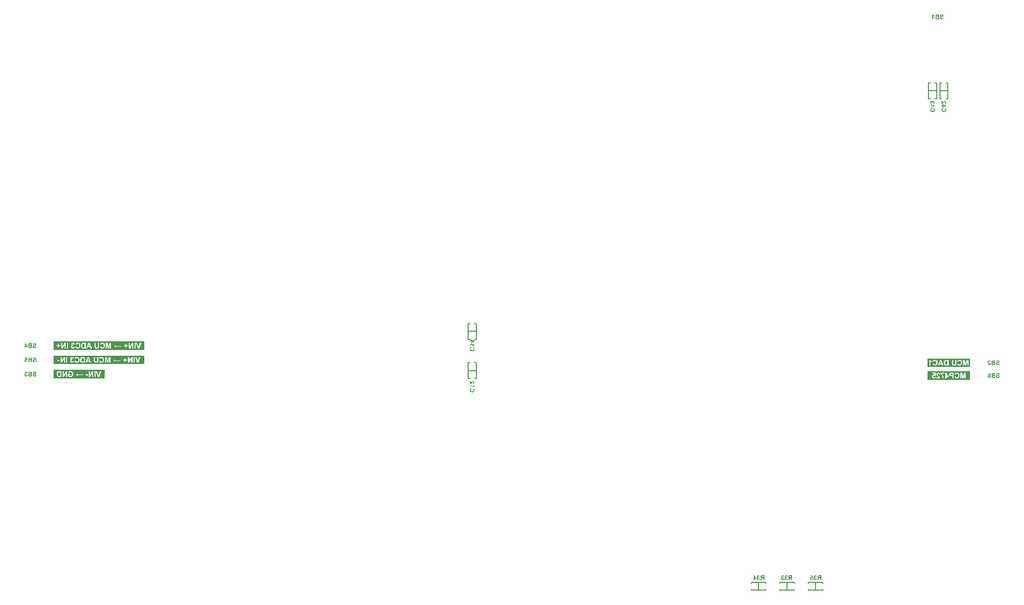
<source format=gbo>
G04*
G04 #@! TF.GenerationSoftware,Altium Limited,Altium Designer,21.4.1 (30)*
G04*
G04 Layer_Color=32896*
%FSLAX44Y44*%
%MOMM*%
G71*
G04*
G04 #@! TF.SameCoordinates,A141D3DD-4A5E-4641-B441-74F08AAE2887*
G04*
G04*
G04 #@! TF.FilePolarity,Positive*
G04*
G01*
G75*
%ADD15C,0.1500*%
G36*
X282500Y475000D02*
X122500D01*
Y490000D01*
X282500D01*
Y475000D01*
D02*
G37*
G36*
X212500Y450000D02*
X122500D01*
Y465000D01*
X212500D01*
Y450000D01*
D02*
G37*
G36*
X282500Y500000D02*
X122500D01*
Y515000D01*
X282500D01*
Y500000D01*
D02*
G37*
G36*
X1731120Y447500D02*
X1656120D01*
Y462500D01*
X1731120D01*
Y447500D01*
D02*
G37*
G36*
Y470000D02*
X1656120D01*
Y485000D01*
X1731120D01*
Y470000D01*
D02*
G37*
G36*
X1764683Y459023D02*
X1764917Y458989D01*
X1765125Y458945D01*
X1765324Y458876D01*
X1765515Y458807D01*
X1765688Y458720D01*
X1765852Y458633D01*
X1765991Y458547D01*
X1766121Y458452D01*
X1766234Y458365D01*
X1766337Y458278D01*
X1766415Y458209D01*
X1766476Y458140D01*
X1766528Y458096D01*
X1766554Y458062D01*
X1766563Y458053D01*
X1766701Y457854D01*
X1766831Y457637D01*
X1766935Y457403D01*
X1767030Y457152D01*
X1767108Y456893D01*
X1767169Y456624D01*
X1767221Y456364D01*
X1767264Y456104D01*
X1767299Y455862D01*
X1767325Y455628D01*
X1767342Y455420D01*
X1767359Y455238D01*
Y455160D01*
Y455091D01*
X1767368Y455030D01*
Y454978D01*
Y454935D01*
Y454909D01*
Y454892D01*
Y454883D01*
X1767359Y454493D01*
X1767334Y454138D01*
X1767299Y453800D01*
X1767247Y453497D01*
X1767186Y453220D01*
X1767126Y452969D01*
X1767056Y452744D01*
X1766978Y452536D01*
X1766909Y452363D01*
X1766840Y452215D01*
X1766779Y452085D01*
X1766718Y451982D01*
X1766667Y451903D01*
X1766632Y451843D01*
X1766606Y451808D01*
X1766597Y451800D01*
X1766450Y451635D01*
X1766285Y451488D01*
X1766121Y451367D01*
X1765956Y451263D01*
X1765792Y451167D01*
X1765627Y451089D01*
X1765463Y451029D01*
X1765307Y450985D01*
X1765159Y450942D01*
X1765029Y450916D01*
X1764908Y450890D01*
X1764804Y450882D01*
X1764718Y450873D01*
X1764657Y450864D01*
X1764605D01*
X1764397Y450873D01*
X1764198Y450899D01*
X1764016Y450933D01*
X1763843Y450977D01*
X1763678Y451037D01*
X1763522Y451098D01*
X1763384Y451167D01*
X1763263Y451237D01*
X1763150Y451297D01*
X1763046Y451367D01*
X1762959Y451427D01*
X1762890Y451488D01*
X1762829Y451531D01*
X1762795Y451566D01*
X1762769Y451592D01*
X1762760Y451600D01*
X1762630Y451748D01*
X1762518Y451895D01*
X1762422Y452059D01*
X1762336Y452215D01*
X1762267Y452380D01*
X1762206Y452545D01*
X1762163Y452709D01*
X1762119Y452856D01*
X1762093Y453004D01*
X1762067Y453142D01*
X1762059Y453263D01*
X1762041Y453367D01*
Y453445D01*
X1762033Y453515D01*
Y453549D01*
Y453567D01*
X1762041Y453774D01*
X1762059Y453982D01*
X1762093Y454164D01*
X1762137Y454346D01*
X1762189Y454511D01*
X1762249Y454666D01*
X1762310Y454814D01*
X1762370Y454935D01*
X1762440Y455056D01*
X1762500Y455152D01*
X1762561Y455238D01*
X1762613Y455316D01*
X1762656Y455368D01*
X1762691Y455411D01*
X1762708Y455437D01*
X1762717Y455446D01*
X1762847Y455576D01*
X1762986Y455689D01*
X1763124Y455784D01*
X1763263Y455871D01*
X1763401Y455940D01*
X1763540Y456000D01*
X1763670Y456052D01*
X1763800Y456087D01*
X1763912Y456122D01*
X1764025Y456148D01*
X1764120Y456156D01*
X1764198Y456174D01*
X1764267D01*
X1764319Y456182D01*
X1764363D01*
X1764518Y456174D01*
X1764666Y456156D01*
X1764813Y456122D01*
X1764943Y456078D01*
X1765073Y456026D01*
X1765185Y455966D01*
X1765298Y455905D01*
X1765393Y455844D01*
X1765489Y455775D01*
X1765567Y455715D01*
X1765627Y455654D01*
X1765688Y455602D01*
X1765731Y455559D01*
X1765766Y455524D01*
X1765783Y455507D01*
X1765792Y455498D01*
X1765774Y455749D01*
X1765748Y455974D01*
X1765714Y456182D01*
X1765688Y456364D01*
X1765653Y456537D01*
X1765618Y456685D01*
X1765575Y456815D01*
X1765541Y456927D01*
X1765506Y457022D01*
X1765480Y457109D01*
X1765445Y457178D01*
X1765419Y457230D01*
X1765402Y457265D01*
X1765385Y457300D01*
X1765367Y457308D01*
Y457317D01*
X1765298Y457395D01*
X1765237Y457464D01*
X1765168Y457525D01*
X1765099Y457577D01*
X1764960Y457655D01*
X1764830Y457707D01*
X1764718Y457733D01*
X1764622Y457750D01*
X1764588Y457759D01*
X1764545D01*
X1764415Y457750D01*
X1764302Y457724D01*
X1764198Y457689D01*
X1764111Y457646D01*
X1764042Y457603D01*
X1763999Y457568D01*
X1763964Y457542D01*
X1763956Y457533D01*
X1763878Y457447D01*
X1763808Y457334D01*
X1763756Y457230D01*
X1763722Y457118D01*
X1763696Y457022D01*
X1763670Y456945D01*
X1763661Y456884D01*
Y456875D01*
Y456866D01*
X1762180Y457022D01*
X1762215Y457204D01*
X1762258Y457369D01*
X1762310Y457525D01*
X1762370Y457672D01*
X1762431Y457802D01*
X1762492Y457923D01*
X1762561Y458036D01*
X1762622Y458131D01*
X1762682Y458226D01*
X1762743Y458296D01*
X1762795Y458365D01*
X1762847Y458417D01*
X1762881Y458460D01*
X1762916Y458486D01*
X1762934Y458503D01*
X1762942Y458512D01*
X1763055Y458607D01*
X1763176Y458685D01*
X1763306Y458755D01*
X1763427Y458815D01*
X1763557Y458867D01*
X1763678Y458902D01*
X1763921Y458971D01*
X1764025Y458989D01*
X1764129Y459006D01*
X1764224Y459015D01*
X1764293Y459023D01*
X1764363Y459032D01*
X1764449D01*
X1764683Y459023D01*
D02*
G37*
G36*
X1775094Y451011D02*
X1772097D01*
X1771846Y451020D01*
X1771422D01*
X1771240Y451029D01*
X1771084D01*
X1770945Y451037D01*
X1770824D01*
X1770729Y451046D01*
X1770642D01*
X1770573Y451055D01*
X1770521D01*
X1770478Y451063D01*
X1770434D01*
X1770200Y451098D01*
X1769993Y451150D01*
X1769802Y451211D01*
X1769646Y451280D01*
X1769525Y451341D01*
X1769473Y451367D01*
X1769429Y451384D01*
X1769395Y451410D01*
X1769369Y451427D01*
X1769360Y451436D01*
X1769352D01*
X1769196Y451557D01*
X1769057Y451696D01*
X1768936Y451834D01*
X1768841Y451964D01*
X1768763Y452077D01*
X1768702Y452172D01*
X1768685Y452207D01*
X1768667Y452233D01*
X1768659Y452250D01*
Y452259D01*
X1768572Y452458D01*
X1768511Y452648D01*
X1768459Y452822D01*
X1768434Y452986D01*
X1768416Y453125D01*
X1768407Y453185D01*
X1768399Y453229D01*
Y453272D01*
Y453298D01*
Y453315D01*
Y453324D01*
Y453454D01*
X1768416Y453575D01*
X1768459Y453809D01*
X1768529Y454008D01*
X1768598Y454190D01*
X1768633Y454259D01*
X1768667Y454329D01*
X1768702Y454389D01*
X1768737Y454441D01*
X1768763Y454476D01*
X1768780Y454502D01*
X1768789Y454519D01*
X1768797Y454528D01*
X1768953Y454710D01*
X1769135Y454857D01*
X1769326Y454987D01*
X1769499Y455082D01*
X1769663Y455160D01*
X1769733Y455186D01*
X1769793Y455212D01*
X1769845Y455229D01*
X1769880Y455247D01*
X1769906Y455256D01*
X1769915D01*
X1769733Y455351D01*
X1769568Y455463D01*
X1769429Y455585D01*
X1769308Y455697D01*
X1769213Y455801D01*
X1769144Y455879D01*
X1769126Y455914D01*
X1769109Y455940D01*
X1769092Y455948D01*
Y455957D01*
X1768988Y456139D01*
X1768918Y456312D01*
X1768866Y456485D01*
X1768823Y456650D01*
X1768806Y456789D01*
X1768797Y456841D01*
Y456893D01*
X1768789Y456936D01*
Y456962D01*
Y456979D01*
Y456988D01*
X1768797Y457178D01*
X1768823Y457352D01*
X1768866Y457516D01*
X1768910Y457655D01*
X1768962Y457767D01*
X1768996Y457854D01*
X1769014Y457880D01*
X1769031Y457906D01*
X1769040Y457915D01*
Y457923D01*
X1769135Y458070D01*
X1769239Y458200D01*
X1769343Y458313D01*
X1769438Y458417D01*
X1769525Y458486D01*
X1769594Y458547D01*
X1769637Y458582D01*
X1769646Y458590D01*
X1769655D01*
X1769793Y458677D01*
X1769941Y458746D01*
X1770079Y458807D01*
X1770209Y458850D01*
X1770322Y458885D01*
X1770408Y458902D01*
X1770443Y458911D01*
X1770469Y458919D01*
X1770486D01*
X1770582Y458937D01*
X1770677Y458945D01*
X1770902Y458971D01*
X1771136Y458989D01*
X1771370Y458997D01*
X1771474D01*
X1771578Y459006D01*
X1775094D01*
Y451011D01*
D02*
G37*
G36*
X1780083Y459127D02*
X1780230Y459110D01*
X1780386Y459092D01*
X1780525Y459067D01*
X1780655Y459049D01*
X1780767Y459023D01*
X1780880Y458997D01*
X1780984Y458963D01*
X1781071Y458937D01*
X1781140Y458919D01*
X1781209Y458893D01*
X1781252Y458876D01*
X1781296Y458859D01*
X1781313Y458850D01*
X1781322D01*
X1781547Y458737D01*
X1781755Y458607D01*
X1781919Y458478D01*
X1782066Y458348D01*
X1782171Y458226D01*
X1782257Y458131D01*
X1782283Y458096D01*
X1782300Y458070D01*
X1782318Y458053D01*
Y458045D01*
X1782430Y457845D01*
X1782517Y457646D01*
X1782578Y457447D01*
X1782621Y457274D01*
X1782647Y457126D01*
X1782655Y457057D01*
Y457005D01*
X1782664Y456962D01*
Y456927D01*
Y456910D01*
Y456901D01*
X1782655Y456728D01*
X1782630Y456563D01*
X1782595Y456399D01*
X1782552Y456252D01*
X1782491Y456113D01*
X1782430Y455974D01*
X1782361Y455853D01*
X1782292Y455741D01*
X1782231Y455637D01*
X1782162Y455550D01*
X1782101Y455472D01*
X1782041Y455411D01*
X1781997Y455359D01*
X1781963Y455325D01*
X1781937Y455299D01*
X1781928Y455290D01*
X1781824Y455204D01*
X1781703Y455126D01*
X1781564Y455048D01*
X1781426Y454970D01*
X1781122Y454840D01*
X1780819Y454719D01*
X1780681Y454675D01*
X1780551Y454632D01*
X1780430Y454589D01*
X1780317Y454563D01*
X1780230Y454537D01*
X1780170Y454519D01*
X1780126Y454502D01*
X1780109D01*
X1779927Y454459D01*
X1779763Y454415D01*
X1779615Y454381D01*
X1779485Y454346D01*
X1779364Y454311D01*
X1779260Y454285D01*
X1779165Y454259D01*
X1779087Y454234D01*
X1779018Y454216D01*
X1778966Y454199D01*
X1778914Y454182D01*
X1778879Y454173D01*
X1778853Y454164D01*
X1778836D01*
X1778819Y454156D01*
X1778671Y454095D01*
X1778550Y454043D01*
X1778455Y453982D01*
X1778368Y453930D01*
X1778316Y453878D01*
X1778273Y453844D01*
X1778247Y453818D01*
X1778238Y453809D01*
X1778177Y453731D01*
X1778134Y453653D01*
X1778108Y453567D01*
X1778082Y453489D01*
X1778074Y453428D01*
X1778065Y453376D01*
Y453333D01*
Y453324D01*
Y453246D01*
X1778082Y453168D01*
X1778126Y453021D01*
X1778195Y452882D01*
X1778264Y452770D01*
X1778333Y452683D01*
X1778403Y452614D01*
X1778446Y452570D01*
X1778455Y452553D01*
X1778463D01*
X1778541Y452492D01*
X1778628Y452440D01*
X1778819Y452363D01*
X1779018Y452302D01*
X1779208Y452267D01*
X1779382Y452241D01*
X1779451Y452233D01*
X1779520D01*
X1779572Y452224D01*
X1779650D01*
X1779910Y452241D01*
X1780144Y452285D01*
X1780343Y452337D01*
X1780516Y452406D01*
X1780585Y452440D01*
X1780646Y452475D01*
X1780707Y452501D01*
X1780750Y452527D01*
X1780785Y452553D01*
X1780811Y452570D01*
X1780819Y452588D01*
X1780828D01*
X1780906Y452666D01*
X1780975Y452744D01*
X1781096Y452926D01*
X1781200Y453125D01*
X1781278Y453315D01*
X1781330Y453489D01*
X1781356Y453558D01*
X1781374Y453627D01*
X1781382Y453679D01*
X1781391Y453722D01*
X1781400Y453748D01*
Y453757D01*
X1782967Y453601D01*
X1782933Y453359D01*
X1782881Y453125D01*
X1782820Y452917D01*
X1782751Y452718D01*
X1782673Y452536D01*
X1782595Y452363D01*
X1782508Y452215D01*
X1782422Y452077D01*
X1782344Y451955D01*
X1782266Y451852D01*
X1782188Y451765D01*
X1782127Y451687D01*
X1782075Y451635D01*
X1782032Y451592D01*
X1782006Y451566D01*
X1781997Y451557D01*
X1781833Y451436D01*
X1781659Y451332D01*
X1781478Y451237D01*
X1781287Y451159D01*
X1781096Y451089D01*
X1780906Y451037D01*
X1780715Y450985D01*
X1780525Y450951D01*
X1780352Y450925D01*
X1780187Y450899D01*
X1780040Y450882D01*
X1779919Y450873D01*
X1779815D01*
X1779737Y450864D01*
X1779477D01*
X1779295Y450873D01*
X1779113Y450890D01*
X1778957Y450908D01*
X1778801Y450933D01*
X1778654Y450951D01*
X1778524Y450977D01*
X1778403Y451011D01*
X1778299Y451037D01*
X1778203Y451063D01*
X1778117Y451081D01*
X1778048Y451107D01*
X1777996Y451124D01*
X1777961Y451141D01*
X1777935Y451150D01*
X1777926D01*
X1777675Y451271D01*
X1777459Y451410D01*
X1777277Y451566D01*
X1777121Y451704D01*
X1777000Y451834D01*
X1776956Y451895D01*
X1776913Y451947D01*
X1776887Y451982D01*
X1776861Y452016D01*
X1776844Y452034D01*
Y452042D01*
X1776774Y452155D01*
X1776714Y452276D01*
X1776618Y452501D01*
X1776549Y452718D01*
X1776506Y452917D01*
X1776489Y453004D01*
X1776471Y453082D01*
X1776463Y453159D01*
Y453220D01*
X1776454Y453263D01*
Y453307D01*
Y453324D01*
Y453333D01*
X1776471Y453601D01*
X1776506Y453852D01*
X1776558Y454069D01*
X1776584Y454164D01*
X1776610Y454251D01*
X1776644Y454329D01*
X1776671Y454398D01*
X1776696Y454459D01*
X1776722Y454511D01*
X1776748Y454554D01*
X1776757Y454580D01*
X1776774Y454597D01*
Y454606D01*
X1776904Y454788D01*
X1777052Y454952D01*
X1777199Y455091D01*
X1777337Y455212D01*
X1777467Y455299D01*
X1777571Y455368D01*
X1777615Y455385D01*
X1777641Y455403D01*
X1777658Y455420D01*
X1777666D01*
X1777779Y455472D01*
X1777900Y455533D01*
X1778039Y455585D01*
X1778177Y455637D01*
X1778463Y455732D01*
X1778749Y455818D01*
X1778879Y455853D01*
X1779009Y455888D01*
X1779113Y455922D01*
X1779217Y455948D01*
X1779295Y455966D01*
X1779355Y455983D01*
X1779390Y455992D01*
X1779408D01*
X1779615Y456044D01*
X1779806Y456096D01*
X1779979Y456148D01*
X1780135Y456200D01*
X1780274Y456243D01*
X1780395Y456286D01*
X1780499Y456329D01*
X1780585Y456364D01*
X1780663Y456399D01*
X1780733Y456433D01*
X1780785Y456459D01*
X1780819Y456485D01*
X1780854Y456503D01*
X1780871Y456520D01*
X1780889Y456529D01*
X1780966Y456607D01*
X1781027Y456685D01*
X1781062Y456771D01*
X1781096Y456849D01*
X1781114Y456910D01*
X1781122Y456970D01*
Y457005D01*
Y457014D01*
X1781114Y457126D01*
X1781079Y457222D01*
X1781044Y457308D01*
X1780992Y457378D01*
X1780949Y457430D01*
X1780906Y457473D01*
X1780880Y457499D01*
X1780871Y457508D01*
X1780707Y457603D01*
X1780533Y457681D01*
X1780343Y457733D01*
X1780170Y457767D01*
X1780005Y457785D01*
X1779936Y457793D01*
X1779875Y457802D01*
X1779763D01*
X1779520Y457793D01*
X1779312Y457759D01*
X1779139Y457715D01*
X1778992Y457663D01*
X1778879Y457611D01*
X1778801Y457568D01*
X1778758Y457533D01*
X1778741Y457525D01*
X1778619Y457412D01*
X1778524Y457274D01*
X1778446Y457126D01*
X1778385Y456988D01*
X1778342Y456858D01*
X1778325Y456797D01*
X1778307Y456745D01*
X1778299Y456711D01*
Y456676D01*
X1778290Y456659D01*
Y456650D01*
X1776679Y456711D01*
X1776696Y456910D01*
X1776722Y457100D01*
X1776766Y457282D01*
X1776826Y457447D01*
X1776887Y457603D01*
X1776956Y457750D01*
X1777026Y457880D01*
X1777095Y458001D01*
X1777173Y458105D01*
X1777242Y458200D01*
X1777303Y458287D01*
X1777363Y458348D01*
X1777415Y458400D01*
X1777450Y458443D01*
X1777476Y458460D01*
X1777485Y458469D01*
X1777632Y458590D01*
X1777796Y458685D01*
X1777978Y458781D01*
X1778160Y458859D01*
X1778342Y458919D01*
X1778533Y458971D01*
X1778723Y459015D01*
X1778896Y459049D01*
X1779070Y459084D01*
X1779234Y459101D01*
X1779373Y459118D01*
X1779503Y459127D01*
X1779598Y459136D01*
X1779745D01*
X1780083Y459127D01*
D02*
G37*
G36*
X77199Y482236D02*
X75961Y482063D01*
X75865Y482166D01*
X75761Y482253D01*
X75658Y482331D01*
X75554Y482400D01*
X75458Y482452D01*
X75354Y482504D01*
X75173Y482574D01*
X75008Y482608D01*
X74947Y482626D01*
X74887Y482634D01*
X74835Y482643D01*
X74679D01*
X74584Y482626D01*
X74419Y482582D01*
X74272Y482522D01*
X74150Y482461D01*
X74047Y482392D01*
X73977Y482331D01*
X73934Y482288D01*
X73917Y482279D01*
Y482271D01*
X73804Y482115D01*
X73717Y481941D01*
X73657Y481759D01*
X73622Y481578D01*
X73596Y481413D01*
X73587Y481344D01*
Y481283D01*
X73579Y481231D01*
Y481197D01*
Y481171D01*
Y481162D01*
Y481023D01*
X73596Y480885D01*
X73613Y480763D01*
X73631Y480642D01*
X73657Y480538D01*
X73683Y480443D01*
X73717Y480356D01*
X73743Y480278D01*
X73778Y480209D01*
X73813Y480148D01*
X73839Y480097D01*
X73865Y480053D01*
X73882Y480027D01*
X73899Y480001D01*
X73917Y479992D01*
Y479984D01*
X73977Y479915D01*
X74047Y479854D01*
X74185Y479759D01*
X74315Y479689D01*
X74445Y479646D01*
X74557Y479611D01*
X74653Y479603D01*
X74687Y479594D01*
X74731D01*
X74887Y479611D01*
X75025Y479646D01*
X75155Y479689D01*
X75259Y479750D01*
X75354Y479802D01*
X75415Y479854D01*
X75458Y479889D01*
X75476Y479897D01*
X75580Y480019D01*
X75666Y480157D01*
X75736Y480287D01*
X75787Y480426D01*
X75822Y480538D01*
X75839Y480634D01*
X75848Y480668D01*
X75857Y480694D01*
Y480711D01*
Y480720D01*
X77381Y480555D01*
X77347Y480374D01*
X77312Y480200D01*
X77260Y480036D01*
X77199Y479880D01*
X77130Y479741D01*
X77061Y479611D01*
X76991Y479490D01*
X76922Y479378D01*
X76853Y479282D01*
X76783Y479196D01*
X76723Y479126D01*
X76671Y479066D01*
X76619Y479014D01*
X76584Y478979D01*
X76567Y478962D01*
X76558Y478953D01*
X76420Y478849D01*
X76281Y478763D01*
X76134Y478685D01*
X75978Y478615D01*
X75831Y478555D01*
X75675Y478511D01*
X75389Y478442D01*
X75259Y478416D01*
X75138Y478399D01*
X75025Y478382D01*
X74930Y478373D01*
X74852Y478364D01*
X74748D01*
X74497Y478373D01*
X74254Y478408D01*
X74029Y478460D01*
X73821Y478529D01*
X73631Y478607D01*
X73457Y478702D01*
X73293Y478797D01*
X73146Y478893D01*
X73016Y478988D01*
X72903Y479083D01*
X72808Y479178D01*
X72730Y479256D01*
X72661Y479326D01*
X72617Y479378D01*
X72591Y479412D01*
X72583Y479421D01*
X72479Y479568D01*
X72392Y479724D01*
X72314Y479871D01*
X72245Y480027D01*
X72193Y480174D01*
X72141Y480322D01*
X72106Y480460D01*
X72072Y480599D01*
X72054Y480720D01*
X72037Y480833D01*
X72020Y480937D01*
X72011Y481023D01*
X72002Y481092D01*
Y481144D01*
Y481179D01*
Y481188D01*
X72011Y481404D01*
X72037Y481612D01*
X72072Y481803D01*
X72115Y481993D01*
X72167Y482158D01*
X72228Y482323D01*
X72297Y482470D01*
X72358Y482600D01*
X72427Y482721D01*
X72496Y482825D01*
X72557Y482911D01*
X72609Y482981D01*
X72652Y483041D01*
X72687Y483085D01*
X72713Y483111D01*
X72721Y483119D01*
X72860Y483249D01*
X72998Y483362D01*
X73146Y483466D01*
X73293Y483552D01*
X73440Y483622D01*
X73579Y483682D01*
X73717Y483734D01*
X73856Y483769D01*
X73977Y483804D01*
X74090Y483821D01*
X74194Y483838D01*
X74280Y483856D01*
X74358D01*
X74410Y483864D01*
X74454D01*
X74653Y483856D01*
X74843Y483821D01*
X75017Y483786D01*
X75181Y483734D01*
X75311Y483691D01*
X75363Y483665D01*
X75415Y483648D01*
X75450Y483630D01*
X75476Y483613D01*
X75493Y483604D01*
X75502D01*
X75259Y484964D01*
X72358D01*
Y486402D01*
X76411D01*
X77199Y482236D01*
D02*
G37*
G36*
X85124Y478511D02*
X82128D01*
X81876Y478520D01*
X81452D01*
X81270Y478529D01*
X81114D01*
X80976Y478537D01*
X80854D01*
X80759Y478546D01*
X80673D01*
X80603Y478555D01*
X80551D01*
X80508Y478563D01*
X80465D01*
X80231Y478598D01*
X80023Y478650D01*
X79832Y478711D01*
X79676Y478780D01*
X79555Y478841D01*
X79503Y478867D01*
X79460Y478884D01*
X79425Y478910D01*
X79399Y478927D01*
X79391Y478936D01*
X79382D01*
X79226Y479057D01*
X79087Y479196D01*
X78966Y479334D01*
X78871Y479464D01*
X78793Y479577D01*
X78732Y479672D01*
X78715Y479707D01*
X78698Y479733D01*
X78689Y479750D01*
Y479759D01*
X78602Y479958D01*
X78542Y480148D01*
X78490Y480322D01*
X78464Y480486D01*
X78446Y480625D01*
X78438Y480685D01*
X78429Y480729D01*
Y480772D01*
Y480798D01*
Y480815D01*
Y480824D01*
Y480954D01*
X78446Y481075D01*
X78490Y481309D01*
X78559Y481508D01*
X78628Y481690D01*
X78663Y481759D01*
X78698Y481829D01*
X78732Y481889D01*
X78767Y481941D01*
X78793Y481976D01*
X78810Y482002D01*
X78819Y482019D01*
X78828Y482028D01*
X78983Y482210D01*
X79165Y482357D01*
X79356Y482487D01*
X79529Y482582D01*
X79694Y482660D01*
X79763Y482686D01*
X79824Y482712D01*
X79876Y482729D01*
X79910Y482747D01*
X79936Y482756D01*
X79945D01*
X79763Y482851D01*
X79598Y482963D01*
X79460Y483085D01*
X79339Y483197D01*
X79243Y483301D01*
X79174Y483379D01*
X79157Y483414D01*
X79139Y483440D01*
X79122Y483448D01*
Y483457D01*
X79018Y483639D01*
X78949Y483812D01*
X78897Y483985D01*
X78854Y484150D01*
X78836Y484289D01*
X78828Y484341D01*
Y484393D01*
X78819Y484436D01*
Y484462D01*
Y484479D01*
Y484488D01*
X78828Y484678D01*
X78854Y484852D01*
X78897Y485016D01*
X78940Y485155D01*
X78992Y485267D01*
X79027Y485354D01*
X79044Y485380D01*
X79061Y485406D01*
X79070Y485415D01*
Y485423D01*
X79165Y485570D01*
X79269Y485700D01*
X79373Y485813D01*
X79468Y485917D01*
X79555Y485986D01*
X79624Y486047D01*
X79668Y486082D01*
X79676Y486090D01*
X79685D01*
X79824Y486177D01*
X79971Y486246D01*
X80110Y486307D01*
X80239Y486350D01*
X80352Y486385D01*
X80439Y486402D01*
X80473Y486411D01*
X80499Y486419D01*
X80517D01*
X80612Y486437D01*
X80707Y486445D01*
X80932Y486471D01*
X81166Y486489D01*
X81400Y486497D01*
X81504D01*
X81608Y486506D01*
X85124D01*
Y478511D01*
D02*
G37*
G36*
X90113Y486627D02*
X90261Y486610D01*
X90416Y486592D01*
X90555Y486567D01*
X90685Y486549D01*
X90798Y486523D01*
X90910Y486497D01*
X91014Y486463D01*
X91101Y486437D01*
X91170Y486419D01*
X91239Y486393D01*
X91283Y486376D01*
X91326Y486359D01*
X91343Y486350D01*
X91352D01*
X91577Y486237D01*
X91785Y486107D01*
X91950Y485978D01*
X92097Y485848D01*
X92201Y485726D01*
X92287Y485631D01*
X92313Y485597D01*
X92331Y485570D01*
X92348Y485553D01*
Y485545D01*
X92461Y485345D01*
X92547Y485146D01*
X92608Y484947D01*
X92651Y484774D01*
X92677Y484626D01*
X92686Y484557D01*
Y484505D01*
X92695Y484462D01*
Y484427D01*
Y484410D01*
Y484401D01*
X92686Y484228D01*
X92660Y484063D01*
X92625Y483899D01*
X92582Y483752D01*
X92521Y483613D01*
X92461Y483474D01*
X92391Y483353D01*
X92322Y483241D01*
X92261Y483137D01*
X92192Y483050D01*
X92132Y482972D01*
X92071Y482911D01*
X92028Y482859D01*
X91993Y482825D01*
X91967Y482799D01*
X91958Y482790D01*
X91854Y482704D01*
X91733Y482626D01*
X91594Y482548D01*
X91456Y482470D01*
X91153Y482340D01*
X90850Y482219D01*
X90711Y482175D01*
X90581Y482132D01*
X90460Y482089D01*
X90347Y482063D01*
X90261Y482037D01*
X90200Y482019D01*
X90157Y482002D01*
X90139D01*
X89958Y481959D01*
X89793Y481915D01*
X89646Y481881D01*
X89516Y481846D01*
X89395Y481811D01*
X89291Y481785D01*
X89195Y481759D01*
X89117Y481734D01*
X89048Y481716D01*
X88996Y481699D01*
X88944Y481682D01*
X88909Y481673D01*
X88883Y481664D01*
X88866D01*
X88849Y481656D01*
X88702Y481595D01*
X88580Y481543D01*
X88485Y481482D01*
X88398Y481430D01*
X88347Y481378D01*
X88303Y481344D01*
X88277Y481318D01*
X88268Y481309D01*
X88208Y481231D01*
X88165Y481153D01*
X88139Y481067D01*
X88113Y480989D01*
X88104Y480928D01*
X88095Y480876D01*
Y480833D01*
Y480824D01*
Y480746D01*
X88113Y480668D01*
X88156Y480521D01*
X88225Y480382D01*
X88294Y480270D01*
X88364Y480183D01*
X88433Y480114D01*
X88476Y480070D01*
X88485Y480053D01*
X88494D01*
X88572Y479992D01*
X88658Y479941D01*
X88849Y479863D01*
X89048Y479802D01*
X89239Y479767D01*
X89412Y479741D01*
X89481Y479733D01*
X89550D01*
X89602Y479724D01*
X89680D01*
X89940Y479741D01*
X90174Y479785D01*
X90373Y479837D01*
X90547Y479906D01*
X90616Y479941D01*
X90676Y479975D01*
X90737Y480001D01*
X90780Y480027D01*
X90815Y480053D01*
X90841Y480070D01*
X90850Y480088D01*
X90858D01*
X90936Y480166D01*
X91005Y480244D01*
X91127Y480426D01*
X91231Y480625D01*
X91309Y480815D01*
X91361Y480989D01*
X91387Y481058D01*
X91404Y481127D01*
X91413Y481179D01*
X91421Y481222D01*
X91430Y481248D01*
Y481257D01*
X92998Y481101D01*
X92963Y480859D01*
X92911Y480625D01*
X92850Y480417D01*
X92781Y480218D01*
X92703Y480036D01*
X92625Y479863D01*
X92539Y479715D01*
X92452Y479577D01*
X92374Y479455D01*
X92296Y479352D01*
X92218Y479265D01*
X92157Y479187D01*
X92106Y479135D01*
X92062Y479092D01*
X92036Y479066D01*
X92028Y479057D01*
X91863Y478936D01*
X91690Y478832D01*
X91508Y478737D01*
X91317Y478659D01*
X91127Y478589D01*
X90936Y478537D01*
X90746Y478485D01*
X90555Y478451D01*
X90382Y478425D01*
X90217Y478399D01*
X90070Y478382D01*
X89949Y478373D01*
X89845D01*
X89767Y478364D01*
X89507D01*
X89325Y478373D01*
X89143Y478390D01*
X88987Y478408D01*
X88832Y478433D01*
X88684Y478451D01*
X88554Y478477D01*
X88433Y478511D01*
X88329Y478537D01*
X88234Y478563D01*
X88147Y478581D01*
X88078Y478607D01*
X88026Y478624D01*
X87991Y478641D01*
X87965Y478650D01*
X87957D01*
X87705Y478771D01*
X87489Y478910D01*
X87307Y479066D01*
X87151Y479204D01*
X87030Y479334D01*
X86987Y479395D01*
X86943Y479447D01*
X86917Y479482D01*
X86891Y479516D01*
X86874Y479534D01*
Y479542D01*
X86805Y479655D01*
X86744Y479776D01*
X86649Y480001D01*
X86580Y480218D01*
X86536Y480417D01*
X86519Y480504D01*
X86502Y480582D01*
X86493Y480659D01*
Y480720D01*
X86484Y480763D01*
Y480807D01*
Y480824D01*
Y480833D01*
X86502Y481101D01*
X86536Y481352D01*
X86588Y481569D01*
X86614Y481664D01*
X86640Y481751D01*
X86675Y481829D01*
X86701Y481898D01*
X86727Y481959D01*
X86753Y482011D01*
X86779Y482054D01*
X86787Y482080D01*
X86805Y482097D01*
Y482106D01*
X86935Y482288D01*
X87082Y482452D01*
X87229Y482591D01*
X87368Y482712D01*
X87498Y482799D01*
X87602Y482868D01*
X87645Y482885D01*
X87671Y482903D01*
X87688Y482920D01*
X87697D01*
X87809Y482972D01*
X87931Y483033D01*
X88069Y483085D01*
X88208Y483137D01*
X88494Y483232D01*
X88779Y483318D01*
X88909Y483353D01*
X89039Y483388D01*
X89143Y483423D01*
X89247Y483448D01*
X89325Y483466D01*
X89386Y483483D01*
X89420Y483492D01*
X89438D01*
X89646Y483544D01*
X89836Y483596D01*
X90009Y483648D01*
X90165Y483700D01*
X90304Y483743D01*
X90425Y483786D01*
X90529Y483829D01*
X90616Y483864D01*
X90694Y483899D01*
X90763Y483933D01*
X90815Y483960D01*
X90850Y483985D01*
X90884Y484003D01*
X90902Y484020D01*
X90919Y484029D01*
X90997Y484107D01*
X91058Y484185D01*
X91092Y484271D01*
X91127Y484349D01*
X91144Y484410D01*
X91153Y484470D01*
Y484505D01*
Y484514D01*
X91144Y484626D01*
X91109Y484722D01*
X91075Y484808D01*
X91023Y484878D01*
X90979Y484930D01*
X90936Y484973D01*
X90910Y484999D01*
X90902Y485008D01*
X90737Y485103D01*
X90564Y485181D01*
X90373Y485233D01*
X90200Y485267D01*
X90035Y485285D01*
X89966Y485293D01*
X89906Y485302D01*
X89793D01*
X89550Y485293D01*
X89342Y485259D01*
X89169Y485215D01*
X89022Y485163D01*
X88909Y485111D01*
X88832Y485068D01*
X88788Y485033D01*
X88771Y485025D01*
X88650Y484912D01*
X88554Y484774D01*
X88476Y484626D01*
X88416Y484488D01*
X88372Y484358D01*
X88355Y484297D01*
X88338Y484245D01*
X88329Y484211D01*
Y484176D01*
X88321Y484159D01*
Y484150D01*
X86709Y484211D01*
X86727Y484410D01*
X86753Y484600D01*
X86796Y484782D01*
X86857Y484947D01*
X86917Y485103D01*
X86987Y485250D01*
X87056Y485380D01*
X87125Y485501D01*
X87203Y485605D01*
X87272Y485700D01*
X87333Y485787D01*
X87394Y485848D01*
X87446Y485900D01*
X87480Y485943D01*
X87506Y485960D01*
X87515Y485969D01*
X87662Y486090D01*
X87827Y486185D01*
X88009Y486281D01*
X88191Y486359D01*
X88372Y486419D01*
X88563Y486471D01*
X88753Y486515D01*
X88927Y486549D01*
X89100Y486584D01*
X89265Y486601D01*
X89403Y486618D01*
X89533Y486627D01*
X89628Y486636D01*
X89776D01*
X90113Y486627D01*
D02*
G37*
G36*
X84913Y503511D02*
X81917D01*
X81665Y503520D01*
X81241D01*
X81059Y503529D01*
X80903D01*
X80765Y503537D01*
X80643D01*
X80548Y503546D01*
X80461D01*
X80392Y503555D01*
X80340D01*
X80297Y503563D01*
X80253D01*
X80020Y503598D01*
X79812Y503650D01*
X79621Y503711D01*
X79465Y503780D01*
X79344Y503841D01*
X79292Y503867D01*
X79249Y503884D01*
X79214Y503910D01*
X79188Y503927D01*
X79180Y503936D01*
X79171D01*
X79015Y504057D01*
X78876Y504196D01*
X78755Y504334D01*
X78660Y504464D01*
X78582Y504577D01*
X78521Y504672D01*
X78504Y504707D01*
X78487Y504733D01*
X78478Y504750D01*
Y504759D01*
X78391Y504958D01*
X78331Y505148D01*
X78279Y505322D01*
X78253Y505486D01*
X78235Y505625D01*
X78227Y505686D01*
X78218Y505729D01*
Y505772D01*
Y505798D01*
Y505815D01*
Y505824D01*
Y505954D01*
X78235Y506075D01*
X78279Y506309D01*
X78348Y506508D01*
X78417Y506690D01*
X78452Y506759D01*
X78487Y506829D01*
X78521Y506889D01*
X78556Y506941D01*
X78582Y506976D01*
X78599Y507002D01*
X78608Y507019D01*
X78616Y507028D01*
X78772Y507210D01*
X78954Y507357D01*
X79145Y507487D01*
X79318Y507582D01*
X79483Y507660D01*
X79552Y507686D01*
X79613Y507712D01*
X79665Y507729D01*
X79699Y507747D01*
X79725Y507756D01*
X79734D01*
X79552Y507851D01*
X79387Y507963D01*
X79249Y508085D01*
X79128Y508197D01*
X79032Y508301D01*
X78963Y508379D01*
X78946Y508414D01*
X78928Y508440D01*
X78911Y508448D01*
Y508457D01*
X78807Y508639D01*
X78738Y508812D01*
X78686Y508985D01*
X78643Y509150D01*
X78625Y509289D01*
X78616Y509341D01*
Y509393D01*
X78608Y509436D01*
Y509462D01*
Y509479D01*
Y509488D01*
X78616Y509678D01*
X78643Y509852D01*
X78686Y510016D01*
X78729Y510155D01*
X78781Y510267D01*
X78816Y510354D01*
X78833Y510380D01*
X78850Y510406D01*
X78859Y510415D01*
Y510423D01*
X78954Y510570D01*
X79058Y510700D01*
X79162Y510813D01*
X79257Y510917D01*
X79344Y510986D01*
X79413Y511047D01*
X79457Y511082D01*
X79465Y511090D01*
X79474D01*
X79613Y511177D01*
X79760Y511246D01*
X79898Y511307D01*
X80028Y511350D01*
X80141Y511385D01*
X80228Y511402D01*
X80262Y511411D01*
X80288Y511419D01*
X80306D01*
X80401Y511437D01*
X80496Y511445D01*
X80721Y511471D01*
X80955Y511489D01*
X81189Y511497D01*
X81293D01*
X81397Y511506D01*
X84913D01*
Y503511D01*
D02*
G37*
G36*
X77456Y506456D02*
Y505122D01*
X74191D01*
Y503511D01*
X72709D01*
Y505122D01*
X71713D01*
Y506465D01*
X72709D01*
Y511532D01*
X74000D01*
X77456Y506456D01*
D02*
G37*
G36*
X89902Y511627D02*
X90050Y511610D01*
X90205Y511592D01*
X90344Y511567D01*
X90474Y511549D01*
X90587Y511523D01*
X90699Y511497D01*
X90803Y511463D01*
X90890Y511437D01*
X90959Y511419D01*
X91028Y511393D01*
X91072Y511376D01*
X91115Y511359D01*
X91132Y511350D01*
X91141D01*
X91366Y511237D01*
X91574Y511107D01*
X91739Y510978D01*
X91886Y510848D01*
X91990Y510726D01*
X92076Y510631D01*
X92102Y510597D01*
X92120Y510570D01*
X92137Y510553D01*
Y510545D01*
X92250Y510345D01*
X92336Y510146D01*
X92397Y509947D01*
X92440Y509774D01*
X92466Y509626D01*
X92475Y509557D01*
Y509505D01*
X92483Y509462D01*
Y509427D01*
Y509410D01*
Y509401D01*
X92475Y509228D01*
X92449Y509063D01*
X92414Y508899D01*
X92371Y508752D01*
X92310Y508613D01*
X92250Y508474D01*
X92180Y508353D01*
X92111Y508241D01*
X92050Y508137D01*
X91981Y508050D01*
X91920Y507972D01*
X91860Y507911D01*
X91817Y507859D01*
X91782Y507825D01*
X91756Y507799D01*
X91747Y507790D01*
X91643Y507704D01*
X91522Y507626D01*
X91383Y507548D01*
X91245Y507470D01*
X90942Y507340D01*
X90639Y507219D01*
X90500Y507175D01*
X90370Y507132D01*
X90249Y507089D01*
X90136Y507063D01*
X90050Y507037D01*
X89989Y507019D01*
X89946Y507002D01*
X89928D01*
X89746Y506959D01*
X89582Y506915D01*
X89435Y506881D01*
X89305Y506846D01*
X89183Y506811D01*
X89080Y506785D01*
X88984Y506759D01*
X88906Y506734D01*
X88837Y506716D01*
X88785Y506699D01*
X88733Y506682D01*
X88698Y506673D01*
X88672Y506664D01*
X88655D01*
X88638Y506656D01*
X88490Y506595D01*
X88369Y506543D01*
X88274Y506482D01*
X88187Y506430D01*
X88135Y506378D01*
X88092Y506344D01*
X88066Y506318D01*
X88057Y506309D01*
X87997Y506231D01*
X87954Y506153D01*
X87928Y506067D01*
X87902Y505989D01*
X87893Y505928D01*
X87884Y505876D01*
Y505833D01*
Y505824D01*
Y505746D01*
X87902Y505668D01*
X87945Y505521D01*
X88014Y505382D01*
X88083Y505270D01*
X88153Y505183D01*
X88222Y505114D01*
X88265Y505070D01*
X88274Y505053D01*
X88283D01*
X88361Y504992D01*
X88447Y504941D01*
X88638Y504863D01*
X88837Y504802D01*
X89028Y504767D01*
X89201Y504741D01*
X89270Y504733D01*
X89339D01*
X89391Y504724D01*
X89469D01*
X89729Y504741D01*
X89963Y504785D01*
X90162Y504837D01*
X90335Y504906D01*
X90405Y504941D01*
X90465Y504975D01*
X90526Y505001D01*
X90569Y505027D01*
X90604Y505053D01*
X90630Y505070D01*
X90639Y505088D01*
X90647D01*
X90725Y505166D01*
X90794Y505244D01*
X90916Y505426D01*
X91020Y505625D01*
X91098Y505815D01*
X91150Y505989D01*
X91176Y506058D01*
X91193Y506127D01*
X91201Y506179D01*
X91210Y506222D01*
X91219Y506248D01*
Y506257D01*
X92787Y506101D01*
X92752Y505859D01*
X92700Y505625D01*
X92639Y505417D01*
X92570Y505218D01*
X92492Y505036D01*
X92414Y504863D01*
X92327Y504715D01*
X92241Y504577D01*
X92163Y504455D01*
X92085Y504352D01*
X92007Y504265D01*
X91946Y504187D01*
X91895Y504135D01*
X91851Y504092D01*
X91825Y504066D01*
X91817Y504057D01*
X91652Y503936D01*
X91479Y503832D01*
X91297Y503737D01*
X91106Y503659D01*
X90916Y503589D01*
X90725Y503537D01*
X90535Y503485D01*
X90344Y503451D01*
X90171Y503425D01*
X90006Y503399D01*
X89859Y503382D01*
X89738Y503373D01*
X89634D01*
X89556Y503364D01*
X89296D01*
X89114Y503373D01*
X88932Y503390D01*
X88776Y503408D01*
X88620Y503433D01*
X88473Y503451D01*
X88343Y503477D01*
X88222Y503511D01*
X88118Y503537D01*
X88023Y503563D01*
X87936Y503581D01*
X87867Y503607D01*
X87815Y503624D01*
X87780Y503641D01*
X87754Y503650D01*
X87746D01*
X87494Y503771D01*
X87278Y503910D01*
X87096Y504066D01*
X86940Y504204D01*
X86819Y504334D01*
X86776Y504395D01*
X86732Y504447D01*
X86706Y504482D01*
X86680Y504516D01*
X86663Y504534D01*
Y504542D01*
X86594Y504655D01*
X86533Y504776D01*
X86438Y505001D01*
X86369Y505218D01*
X86325Y505417D01*
X86308Y505504D01*
X86291Y505582D01*
X86282Y505659D01*
Y505720D01*
X86273Y505763D01*
Y505807D01*
Y505824D01*
Y505833D01*
X86291Y506101D01*
X86325Y506352D01*
X86377Y506569D01*
X86403Y506664D01*
X86429Y506751D01*
X86464Y506829D01*
X86490Y506898D01*
X86516Y506959D01*
X86542Y507011D01*
X86568Y507054D01*
X86576Y507080D01*
X86594Y507097D01*
Y507106D01*
X86724Y507288D01*
X86871Y507452D01*
X87018Y507591D01*
X87157Y507712D01*
X87287Y507799D01*
X87390Y507868D01*
X87434Y507885D01*
X87460Y507903D01*
X87477Y507920D01*
X87486D01*
X87598Y507972D01*
X87720Y508033D01*
X87858Y508085D01*
X87997Y508137D01*
X88283Y508232D01*
X88568Y508318D01*
X88698Y508353D01*
X88828Y508388D01*
X88932Y508423D01*
X89036Y508448D01*
X89114Y508466D01*
X89175Y508483D01*
X89209Y508492D01*
X89227D01*
X89435Y508544D01*
X89625Y508596D01*
X89798Y508648D01*
X89954Y508700D01*
X90093Y508743D01*
X90214Y508786D01*
X90318Y508829D01*
X90405Y508864D01*
X90483Y508899D01*
X90552Y508933D01*
X90604Y508960D01*
X90639Y508985D01*
X90673Y509003D01*
X90690Y509020D01*
X90708Y509029D01*
X90786Y509107D01*
X90846Y509185D01*
X90881Y509271D01*
X90916Y509349D01*
X90933Y509410D01*
X90942Y509470D01*
Y509505D01*
Y509514D01*
X90933Y509626D01*
X90898Y509722D01*
X90864Y509808D01*
X90812Y509878D01*
X90768Y509930D01*
X90725Y509973D01*
X90699Y509999D01*
X90690Y510008D01*
X90526Y510103D01*
X90353Y510181D01*
X90162Y510233D01*
X89989Y510267D01*
X89824Y510285D01*
X89755Y510293D01*
X89694Y510302D01*
X89582D01*
X89339Y510293D01*
X89131Y510259D01*
X88958Y510215D01*
X88811Y510163D01*
X88698Y510111D01*
X88620Y510068D01*
X88577Y510033D01*
X88560Y510025D01*
X88439Y509912D01*
X88343Y509774D01*
X88265Y509626D01*
X88205Y509488D01*
X88161Y509358D01*
X88144Y509297D01*
X88127Y509245D01*
X88118Y509211D01*
Y509176D01*
X88109Y509159D01*
Y509150D01*
X86498Y509211D01*
X86516Y509410D01*
X86542Y509600D01*
X86585Y509782D01*
X86646Y509947D01*
X86706Y510103D01*
X86776Y510250D01*
X86845Y510380D01*
X86914Y510501D01*
X86992Y510605D01*
X87061Y510700D01*
X87122Y510787D01*
X87183Y510848D01*
X87235Y510900D01*
X87269Y510943D01*
X87295Y510960D01*
X87304Y510969D01*
X87451Y511090D01*
X87616Y511185D01*
X87798Y511281D01*
X87979Y511359D01*
X88161Y511419D01*
X88352Y511471D01*
X88542Y511515D01*
X88716Y511549D01*
X88889Y511584D01*
X89053Y511601D01*
X89192Y511618D01*
X89322Y511627D01*
X89417Y511636D01*
X89565D01*
X89902Y511627D01*
D02*
G37*
G36*
X75051Y461523D02*
X75276Y461497D01*
X75484Y461454D01*
X75658Y461411D01*
X75735Y461385D01*
X75805Y461359D01*
X75865Y461341D01*
X75917Y461324D01*
X75961Y461307D01*
X75987Y461289D01*
X76004Y461281D01*
X76013D01*
X76203Y461177D01*
X76368Y461064D01*
X76506Y460952D01*
X76619Y460839D01*
X76714Y460744D01*
X76783Y460657D01*
X76818Y460605D01*
X76835Y460597D01*
Y460588D01*
X76939Y460415D01*
X77026Y460224D01*
X77104Y460033D01*
X77165Y459843D01*
X77217Y459678D01*
X77234Y459609D01*
X77251Y459548D01*
X77260Y459496D01*
X77269Y459462D01*
X77277Y459436D01*
Y459427D01*
X75865Y459193D01*
X75831Y459375D01*
X75787Y459540D01*
X75735Y459670D01*
X75675Y459782D01*
X75614Y459869D01*
X75571Y459930D01*
X75536Y459973D01*
X75528Y459981D01*
X75415Y460077D01*
X75302Y460146D01*
X75190Y460189D01*
X75086Y460224D01*
X74991Y460241D01*
X74921Y460259D01*
X74852D01*
X74705Y460250D01*
X74575Y460224D01*
X74471Y460181D01*
X74376Y460137D01*
X74298Y460094D01*
X74246Y460051D01*
X74211Y460025D01*
X74202Y460016D01*
X74124Y459921D01*
X74064Y459817D01*
X74021Y459704D01*
X73986Y459609D01*
X73969Y459514D01*
X73960Y459445D01*
Y459393D01*
Y459384D01*
Y459375D01*
X73977Y459202D01*
X74012Y459055D01*
X74064Y458925D01*
X74124Y458812D01*
X74194Y458726D01*
X74246Y458665D01*
X74280Y458630D01*
X74298Y458613D01*
X74436Y458526D01*
X74584Y458457D01*
X74739Y458405D01*
X74895Y458379D01*
X75034Y458362D01*
X75094D01*
X75146Y458353D01*
X75250D01*
X75415Y457106D01*
X75268Y457149D01*
X75129Y457175D01*
X75016Y457201D01*
X74913Y457210D01*
X74826Y457219D01*
X74765Y457227D01*
X74713D01*
X74549Y457210D01*
X74402Y457175D01*
X74272Y457115D01*
X74159Y457054D01*
X74072Y456993D01*
X74003Y456933D01*
X73969Y456898D01*
X73951Y456881D01*
X73847Y456742D01*
X73769Y456595D01*
X73717Y456439D01*
X73674Y456292D01*
X73657Y456162D01*
X73648Y456110D01*
Y456058D01*
X73639Y456015D01*
Y455989D01*
Y455971D01*
Y455963D01*
X73657Y455746D01*
X73691Y455555D01*
X73743Y455391D01*
X73804Y455252D01*
X73865Y455140D01*
X73917Y455062D01*
X73951Y455010D01*
X73969Y454992D01*
X74098Y454871D01*
X74237Y454785D01*
X74367Y454724D01*
X74497Y454681D01*
X74609Y454655D01*
X74696Y454646D01*
X74731Y454637D01*
X74774D01*
X74930Y454646D01*
X75077Y454681D01*
X75207Y454733D01*
X75320Y454785D01*
X75406Y454837D01*
X75476Y454889D01*
X75510Y454923D01*
X75528Y454932D01*
X75631Y455053D01*
X75718Y455200D01*
X75787Y455339D01*
X75831Y455486D01*
X75874Y455607D01*
X75891Y455711D01*
X75900Y455755D01*
X75909Y455781D01*
Y455798D01*
Y455807D01*
X77390Y455625D01*
X77364Y455443D01*
X77320Y455261D01*
X77269Y455097D01*
X77217Y454941D01*
X77147Y454793D01*
X77078Y454663D01*
X77009Y454542D01*
X76939Y454430D01*
X76861Y454326D01*
X76801Y454239D01*
X76732Y454161D01*
X76680Y454100D01*
X76636Y454048D01*
X76602Y454014D01*
X76576Y453997D01*
X76567Y453988D01*
X76428Y453875D01*
X76281Y453780D01*
X76134Y453702D01*
X75978Y453624D01*
X75831Y453563D01*
X75683Y453520D01*
X75536Y453477D01*
X75398Y453442D01*
X75268Y453416D01*
X75146Y453399D01*
X75034Y453382D01*
X74947Y453373D01*
X74869D01*
X74817Y453364D01*
X74765D01*
X74557Y453373D01*
X74350Y453399D01*
X74159Y453433D01*
X73977Y453477D01*
X73813Y453537D01*
X73648Y453598D01*
X73501Y453667D01*
X73371Y453737D01*
X73250Y453797D01*
X73146Y453867D01*
X73059Y453927D01*
X72981Y453988D01*
X72920Y454031D01*
X72877Y454066D01*
X72851Y454092D01*
X72842Y454100D01*
X72704Y454248D01*
X72591Y454395D01*
X72487Y454542D01*
X72401Y454698D01*
X72323Y454845D01*
X72262Y454992D01*
X72210Y455140D01*
X72167Y455278D01*
X72132Y455408D01*
X72115Y455521D01*
X72098Y455625D01*
X72080Y455720D01*
Y455789D01*
X72072Y455850D01*
Y455885D01*
Y455893D01*
X72080Y456023D01*
X72089Y456153D01*
X72132Y456396D01*
X72202Y456604D01*
X72280Y456785D01*
X72314Y456863D01*
X72358Y456933D01*
X72392Y456993D01*
X72418Y457045D01*
X72453Y457080D01*
X72470Y457106D01*
X72479Y457123D01*
X72487Y457132D01*
X72565Y457227D01*
X72652Y457314D01*
X72825Y457452D01*
X73007Y457574D01*
X73189Y457660D01*
X73336Y457721D01*
X73405Y457747D01*
X73466Y457764D01*
X73509Y457781D01*
X73544Y457790D01*
X73570Y457799D01*
X73579D01*
X73380Y457920D01*
X73198Y458050D01*
X73042Y458189D01*
X72912Y458327D01*
X72799Y458466D01*
X72704Y458604D01*
X72635Y458743D01*
X72574Y458873D01*
X72522Y458994D01*
X72487Y459115D01*
X72461Y459219D01*
X72444Y459306D01*
X72435Y459375D01*
X72427Y459436D01*
Y459470D01*
Y459479D01*
X72435Y459618D01*
X72453Y459748D01*
X72479Y459878D01*
X72513Y459999D01*
X72609Y460224D01*
X72713Y460415D01*
X72765Y460501D01*
X72817Y460579D01*
X72868Y460648D01*
X72912Y460700D01*
X72947Y460744D01*
X72972Y460778D01*
X72990Y460796D01*
X72998Y460804D01*
X73128Y460934D01*
X73267Y461047D01*
X73414Y461142D01*
X73570Y461229D01*
X73717Y461298D01*
X73865Y461359D01*
X74012Y461402D01*
X74159Y461445D01*
X74289Y461471D01*
X74410Y461497D01*
X74523Y461506D01*
X74618Y461523D01*
X74696D01*
X74757Y461532D01*
X74809D01*
X75051Y461523D01*
D02*
G37*
G36*
X85055Y453511D02*
X82058D01*
X81807Y453520D01*
X81383D01*
X81201Y453529D01*
X81045D01*
X80906Y453537D01*
X80785D01*
X80690Y453546D01*
X80603D01*
X80534Y453555D01*
X80482D01*
X80439Y453563D01*
X80395D01*
X80161Y453598D01*
X79953Y453650D01*
X79763Y453711D01*
X79607Y453780D01*
X79486Y453841D01*
X79434Y453867D01*
X79391Y453884D01*
X79356Y453910D01*
X79330Y453927D01*
X79321Y453936D01*
X79313D01*
X79157Y454057D01*
X79018Y454196D01*
X78897Y454334D01*
X78802Y454464D01*
X78724Y454577D01*
X78663Y454672D01*
X78646Y454707D01*
X78628Y454733D01*
X78620Y454750D01*
Y454759D01*
X78533Y454958D01*
X78472Y455148D01*
X78421Y455322D01*
X78394Y455486D01*
X78377Y455625D01*
X78369Y455685D01*
X78360Y455729D01*
Y455772D01*
Y455798D01*
Y455815D01*
Y455824D01*
Y455954D01*
X78377Y456075D01*
X78421Y456309D01*
X78490Y456508D01*
X78559Y456690D01*
X78594Y456759D01*
X78628Y456829D01*
X78663Y456889D01*
X78698Y456941D01*
X78724Y456976D01*
X78741Y457002D01*
X78750Y457019D01*
X78758Y457028D01*
X78914Y457210D01*
X79096Y457357D01*
X79287Y457487D01*
X79460Y457582D01*
X79624Y457660D01*
X79694Y457686D01*
X79754Y457712D01*
X79806Y457729D01*
X79841Y457747D01*
X79867Y457756D01*
X79876D01*
X79694Y457851D01*
X79529Y457963D01*
X79391Y458085D01*
X79269Y458197D01*
X79174Y458301D01*
X79105Y458379D01*
X79087Y458414D01*
X79070Y458440D01*
X79053Y458448D01*
Y458457D01*
X78949Y458639D01*
X78879Y458812D01*
X78828Y458985D01*
X78784Y459150D01*
X78767Y459289D01*
X78758Y459341D01*
Y459393D01*
X78750Y459436D01*
Y459462D01*
Y459479D01*
Y459488D01*
X78758Y459678D01*
X78784Y459852D01*
X78828Y460016D01*
X78871Y460155D01*
X78923Y460267D01*
X78958Y460354D01*
X78975Y460380D01*
X78992Y460406D01*
X79001Y460415D01*
Y460423D01*
X79096Y460570D01*
X79200Y460700D01*
X79304Y460813D01*
X79399Y460917D01*
X79486Y460986D01*
X79555Y461047D01*
X79598Y461082D01*
X79607Y461090D01*
X79616D01*
X79754Y461177D01*
X79902Y461246D01*
X80040Y461307D01*
X80170Y461350D01*
X80283Y461385D01*
X80369Y461402D01*
X80404Y461411D01*
X80430Y461419D01*
X80447D01*
X80542Y461437D01*
X80638Y461445D01*
X80863Y461471D01*
X81097Y461489D01*
X81331Y461497D01*
X81435D01*
X81539Y461506D01*
X85055D01*
Y453511D01*
D02*
G37*
G36*
X90044Y461627D02*
X90191Y461610D01*
X90347Y461592D01*
X90486Y461567D01*
X90616Y461549D01*
X90728Y461523D01*
X90841Y461497D01*
X90945Y461463D01*
X91032Y461437D01*
X91101Y461419D01*
X91170Y461393D01*
X91213Y461376D01*
X91257Y461359D01*
X91274Y461350D01*
X91283D01*
X91508Y461237D01*
X91716Y461107D01*
X91880Y460978D01*
X92028Y460848D01*
X92132Y460726D01*
X92218Y460631D01*
X92244Y460597D01*
X92261Y460570D01*
X92279Y460553D01*
Y460545D01*
X92391Y460345D01*
X92478Y460146D01*
X92538Y459947D01*
X92582Y459774D01*
X92608Y459626D01*
X92617Y459557D01*
Y459505D01*
X92625Y459462D01*
Y459427D01*
Y459410D01*
Y459401D01*
X92617Y459228D01*
X92591Y459063D01*
X92556Y458899D01*
X92513Y458752D01*
X92452Y458613D01*
X92391Y458474D01*
X92322Y458353D01*
X92253Y458241D01*
X92192Y458137D01*
X92123Y458050D01*
X92062Y457972D01*
X92001Y457911D01*
X91958Y457859D01*
X91924Y457825D01*
X91898Y457799D01*
X91889Y457790D01*
X91785Y457704D01*
X91664Y457626D01*
X91525Y457548D01*
X91387Y457470D01*
X91083Y457340D01*
X90780Y457219D01*
X90642Y457175D01*
X90512Y457132D01*
X90391Y457089D01*
X90278Y457063D01*
X90191Y457037D01*
X90131Y457019D01*
X90087Y457002D01*
X90070D01*
X89888Y456959D01*
X89724Y456915D01*
X89576Y456881D01*
X89446Y456846D01*
X89325Y456811D01*
X89221Y456785D01*
X89126Y456759D01*
X89048Y456734D01*
X88979Y456716D01*
X88927Y456699D01*
X88875Y456682D01*
X88840Y456673D01*
X88814Y456664D01*
X88797D01*
X88779Y456656D01*
X88632Y456595D01*
X88511Y456543D01*
X88416Y456482D01*
X88329Y456430D01*
X88277Y456378D01*
X88234Y456344D01*
X88208Y456318D01*
X88199Y456309D01*
X88139Y456231D01*
X88095Y456153D01*
X88069Y456067D01*
X88043Y455989D01*
X88035Y455928D01*
X88026Y455876D01*
Y455833D01*
Y455824D01*
Y455746D01*
X88043Y455668D01*
X88087Y455521D01*
X88156Y455382D01*
X88225Y455270D01*
X88294Y455183D01*
X88364Y455114D01*
X88407Y455070D01*
X88416Y455053D01*
X88424D01*
X88502Y454992D01*
X88589Y454941D01*
X88779Y454863D01*
X88979Y454802D01*
X89169Y454767D01*
X89342Y454741D01*
X89412Y454733D01*
X89481D01*
X89533Y454724D01*
X89611D01*
X89871Y454741D01*
X90105Y454785D01*
X90304Y454837D01*
X90477Y454906D01*
X90546Y454941D01*
X90607Y454975D01*
X90668Y455001D01*
X90711Y455027D01*
X90746Y455053D01*
X90772Y455070D01*
X90780Y455088D01*
X90789D01*
X90867Y455166D01*
X90936Y455244D01*
X91058Y455426D01*
X91161Y455625D01*
X91239Y455815D01*
X91291Y455989D01*
X91317Y456058D01*
X91335Y456127D01*
X91343Y456179D01*
X91352Y456222D01*
X91361Y456248D01*
Y456257D01*
X92928Y456101D01*
X92894Y455859D01*
X92842Y455625D01*
X92781Y455417D01*
X92712Y455218D01*
X92634Y455036D01*
X92556Y454863D01*
X92469Y454715D01*
X92383Y454577D01*
X92305Y454455D01*
X92227Y454352D01*
X92149Y454265D01*
X92088Y454187D01*
X92036Y454135D01*
X91993Y454092D01*
X91967Y454066D01*
X91958Y454057D01*
X91794Y453936D01*
X91620Y453832D01*
X91439Y453737D01*
X91248Y453659D01*
X91058Y453589D01*
X90867Y453537D01*
X90676Y453485D01*
X90486Y453451D01*
X90313Y453425D01*
X90148Y453399D01*
X90001Y453382D01*
X89880Y453373D01*
X89776D01*
X89698Y453364D01*
X89438D01*
X89256Y453373D01*
X89074Y453390D01*
X88918Y453408D01*
X88762Y453433D01*
X88615Y453451D01*
X88485Y453477D01*
X88364Y453511D01*
X88260Y453537D01*
X88165Y453563D01*
X88078Y453581D01*
X88009Y453607D01*
X87957Y453624D01*
X87922Y453641D01*
X87896Y453650D01*
X87887D01*
X87636Y453771D01*
X87420Y453910D01*
X87238Y454066D01*
X87082Y454204D01*
X86961Y454334D01*
X86917Y454395D01*
X86874Y454447D01*
X86848Y454482D01*
X86822Y454516D01*
X86805Y454534D01*
Y454542D01*
X86735Y454655D01*
X86675Y454776D01*
X86580Y455001D01*
X86510Y455218D01*
X86467Y455417D01*
X86450Y455504D01*
X86432Y455582D01*
X86424Y455659D01*
Y455720D01*
X86415Y455763D01*
Y455807D01*
Y455824D01*
Y455833D01*
X86432Y456101D01*
X86467Y456352D01*
X86519Y456569D01*
X86545Y456664D01*
X86571Y456751D01*
X86606Y456829D01*
X86631Y456898D01*
X86657Y456959D01*
X86683Y457011D01*
X86709Y457054D01*
X86718Y457080D01*
X86735Y457097D01*
Y457106D01*
X86865Y457288D01*
X87013Y457452D01*
X87160Y457591D01*
X87298Y457712D01*
X87428Y457799D01*
X87532Y457868D01*
X87576Y457885D01*
X87602Y457903D01*
X87619Y457920D01*
X87627D01*
X87740Y457972D01*
X87861Y458033D01*
X88000Y458085D01*
X88139Y458137D01*
X88424Y458232D01*
X88710Y458318D01*
X88840Y458353D01*
X88970Y458388D01*
X89074Y458423D01*
X89178Y458448D01*
X89256Y458466D01*
X89317Y458483D01*
X89351Y458492D01*
X89368D01*
X89576Y458544D01*
X89767Y458596D01*
X89940Y458648D01*
X90096Y458700D01*
X90235Y458743D01*
X90356Y458786D01*
X90460Y458829D01*
X90546Y458864D01*
X90624Y458899D01*
X90694Y458933D01*
X90746Y458960D01*
X90780Y458985D01*
X90815Y459003D01*
X90832Y459020D01*
X90850Y459029D01*
X90927Y459107D01*
X90988Y459185D01*
X91023Y459271D01*
X91058Y459349D01*
X91075Y459410D01*
X91083Y459470D01*
Y459505D01*
Y459514D01*
X91075Y459626D01*
X91040Y459722D01*
X91005Y459808D01*
X90954Y459878D01*
X90910Y459930D01*
X90867Y459973D01*
X90841Y459999D01*
X90832Y460008D01*
X90668Y460103D01*
X90494Y460181D01*
X90304Y460233D01*
X90131Y460267D01*
X89966Y460285D01*
X89897Y460293D01*
X89836Y460302D01*
X89724D01*
X89481Y460293D01*
X89273Y460259D01*
X89100Y460215D01*
X88953Y460163D01*
X88840Y460111D01*
X88762Y460068D01*
X88719Y460033D01*
X88701Y460025D01*
X88580Y459912D01*
X88485Y459774D01*
X88407Y459626D01*
X88346Y459488D01*
X88303Y459358D01*
X88286Y459297D01*
X88268Y459245D01*
X88260Y459211D01*
Y459176D01*
X88251Y459159D01*
Y459150D01*
X86640Y459211D01*
X86657Y459410D01*
X86683Y459600D01*
X86727Y459782D01*
X86787Y459947D01*
X86848Y460103D01*
X86917Y460250D01*
X86987Y460380D01*
X87056Y460501D01*
X87134Y460605D01*
X87203Y460700D01*
X87264Y460787D01*
X87324Y460848D01*
X87376Y460900D01*
X87411Y460943D01*
X87437Y460960D01*
X87446Y460969D01*
X87593Y461090D01*
X87758Y461185D01*
X87939Y461281D01*
X88121Y461359D01*
X88303Y461419D01*
X88494Y461471D01*
X88684Y461515D01*
X88857Y461549D01*
X89031Y461584D01*
X89195Y461601D01*
X89334Y461618D01*
X89464Y461627D01*
X89559Y461636D01*
X89706D01*
X90044Y461627D01*
D02*
G37*
G36*
X1764852Y481523D02*
X1765043Y481506D01*
X1765224Y481480D01*
X1765389Y481445D01*
X1765554Y481402D01*
X1765701Y481359D01*
X1765831Y481307D01*
X1765961Y481255D01*
X1766073Y481203D01*
X1766169Y481151D01*
X1766255Y481107D01*
X1766324Y481064D01*
X1766376Y481030D01*
X1766420Y481004D01*
X1766446Y480986D01*
X1766454Y480978D01*
X1766584Y480865D01*
X1766697Y480744D01*
X1766801Y480605D01*
X1766887Y480458D01*
X1766965Y480311D01*
X1767035Y480155D01*
X1767095Y480008D01*
X1767147Y479860D01*
X1767191Y479722D01*
X1767225Y479592D01*
X1767251Y479470D01*
X1767269Y479367D01*
X1767286Y479280D01*
X1767294Y479211D01*
X1767303Y479176D01*
Y479159D01*
X1765779Y479011D01*
X1765770Y479133D01*
X1765753Y479245D01*
X1765710Y479445D01*
X1765658Y479609D01*
X1765605Y479739D01*
X1765545Y479843D01*
X1765502Y479912D01*
X1765467Y479947D01*
X1765458Y479964D01*
X1765346Y480060D01*
X1765216Y480137D01*
X1765086Y480189D01*
X1764965Y480224D01*
X1764852Y480241D01*
X1764765Y480259D01*
X1764687D01*
X1764514Y480250D01*
X1764367Y480215D01*
X1764237Y480172D01*
X1764124Y480120D01*
X1764038Y480068D01*
X1763977Y480025D01*
X1763934Y479990D01*
X1763925Y479981D01*
X1763830Y479869D01*
X1763761Y479739D01*
X1763717Y479609D01*
X1763683Y479488D01*
X1763665Y479367D01*
X1763648Y479280D01*
Y479245D01*
Y479219D01*
Y479202D01*
Y479193D01*
X1763665Y479020D01*
X1763700Y478847D01*
X1763752Y478691D01*
X1763804Y478552D01*
X1763865Y478431D01*
X1763917Y478336D01*
X1763943Y478301D01*
X1763951Y478275D01*
X1763969Y478267D01*
Y478258D01*
X1764021Y478189D01*
X1764090Y478102D01*
X1764176Y478007D01*
X1764263Y477911D01*
X1764471Y477695D01*
X1764696Y477478D01*
X1764800Y477374D01*
X1764904Y477271D01*
X1764991Y477184D01*
X1765077Y477106D01*
X1765146Y477045D01*
X1765199Y476993D01*
X1765233Y476959D01*
X1765242Y476950D01*
X1765476Y476734D01*
X1765683Y476526D01*
X1765883Y476326D01*
X1766056Y476144D01*
X1766212Y475980D01*
X1766350Y475815D01*
X1766480Y475677D01*
X1766584Y475547D01*
X1766680Y475426D01*
X1766758Y475330D01*
X1766827Y475235D01*
X1766879Y475166D01*
X1766913Y475114D01*
X1766948Y475070D01*
X1766957Y475045D01*
X1766965Y475036D01*
X1767113Y474767D01*
X1767225Y474499D01*
X1767321Y474239D01*
X1767390Y474005D01*
X1767416Y473901D01*
X1767433Y473806D01*
X1767450Y473719D01*
X1767468Y473650D01*
X1767476Y473589D01*
Y473546D01*
X1767485Y473520D01*
Y473511D01*
X1762115D01*
Y474932D01*
X1765164D01*
X1765060Y475079D01*
X1765008Y475149D01*
X1764965Y475218D01*
X1764921Y475270D01*
X1764887Y475313D01*
X1764861Y475339D01*
X1764852Y475348D01*
X1764809Y475391D01*
X1764757Y475452D01*
X1764696Y475512D01*
X1764627Y475582D01*
X1764480Y475729D01*
X1764324Y475876D01*
X1764176Y476015D01*
X1764107Y476075D01*
X1764046Y476127D01*
X1764003Y476171D01*
X1763969Y476205D01*
X1763943Y476222D01*
X1763934Y476231D01*
X1763804Y476352D01*
X1763683Y476465D01*
X1763570Y476578D01*
X1763466Y476673D01*
X1763380Y476768D01*
X1763293Y476846D01*
X1763224Y476924D01*
X1763154Y476993D01*
X1763059Y477106D01*
X1762981Y477184D01*
X1762946Y477236D01*
X1762929Y477253D01*
X1762782Y477452D01*
X1762652Y477643D01*
X1762548Y477816D01*
X1762461Y477963D01*
X1762401Y478093D01*
X1762375Y478145D01*
X1762349Y478189D01*
X1762332Y478223D01*
X1762323Y478258D01*
X1762314Y478267D01*
Y478275D01*
X1762245Y478457D01*
X1762202Y478639D01*
X1762167Y478812D01*
X1762141Y478977D01*
X1762124Y479107D01*
Y479167D01*
X1762115Y479211D01*
Y479254D01*
Y479280D01*
Y479297D01*
Y479306D01*
X1762124Y479479D01*
X1762141Y479644D01*
X1762176Y479800D01*
X1762219Y479955D01*
X1762271Y480094D01*
X1762332Y480224D01*
X1762392Y480345D01*
X1762453Y480449D01*
X1762522Y480553D01*
X1762583Y480640D01*
X1762643Y480718D01*
X1762695Y480778D01*
X1762739Y480822D01*
X1762773Y480865D01*
X1762791Y480882D01*
X1762799Y480891D01*
X1762929Y481004D01*
X1763076Y481099D01*
X1763224Y481185D01*
X1763371Y481263D01*
X1763527Y481324D01*
X1763683Y481376D01*
X1763830Y481419D01*
X1763977Y481454D01*
X1764116Y481480D01*
X1764246Y481497D01*
X1764358Y481515D01*
X1764454Y481523D01*
X1764540Y481532D01*
X1764653D01*
X1764852Y481523D01*
D02*
G37*
G36*
X1775012Y473511D02*
X1772015D01*
X1771764Y473520D01*
X1771339D01*
X1771158Y473529D01*
X1771002D01*
X1770863Y473537D01*
X1770742D01*
X1770647Y473546D01*
X1770560D01*
X1770491Y473555D01*
X1770439D01*
X1770395Y473563D01*
X1770352D01*
X1770118Y473598D01*
X1769910Y473650D01*
X1769720Y473711D01*
X1769564Y473780D01*
X1769442Y473841D01*
X1769391Y473867D01*
X1769347Y473884D01*
X1769313Y473910D01*
X1769287Y473927D01*
X1769278Y473936D01*
X1769269D01*
X1769113Y474057D01*
X1768975Y474196D01*
X1768854Y474334D01*
X1768758Y474464D01*
X1768680Y474577D01*
X1768620Y474672D01*
X1768602Y474707D01*
X1768585Y474733D01*
X1768576Y474750D01*
Y474759D01*
X1768490Y474958D01*
X1768429Y475149D01*
X1768377Y475322D01*
X1768351Y475486D01*
X1768334Y475625D01*
X1768325Y475686D01*
X1768317Y475729D01*
Y475772D01*
Y475798D01*
Y475815D01*
Y475824D01*
Y475954D01*
X1768334Y476075D01*
X1768377Y476309D01*
X1768447Y476508D01*
X1768516Y476690D01*
X1768550Y476759D01*
X1768585Y476829D01*
X1768620Y476889D01*
X1768654Y476941D01*
X1768680Y476976D01*
X1768698Y477002D01*
X1768706Y477019D01*
X1768715Y477028D01*
X1768871Y477210D01*
X1769053Y477357D01*
X1769243Y477487D01*
X1769417Y477582D01*
X1769581Y477660D01*
X1769650Y477686D01*
X1769711Y477712D01*
X1769763Y477729D01*
X1769798Y477747D01*
X1769824Y477756D01*
X1769832D01*
X1769650Y477851D01*
X1769486Y477963D01*
X1769347Y478085D01*
X1769226Y478197D01*
X1769131Y478301D01*
X1769061Y478379D01*
X1769044Y478414D01*
X1769027Y478440D01*
X1769010Y478448D01*
Y478457D01*
X1768905Y478639D01*
X1768836Y478812D01*
X1768784Y478985D01*
X1768741Y479150D01*
X1768724Y479289D01*
X1768715Y479341D01*
Y479393D01*
X1768706Y479436D01*
Y479462D01*
Y479479D01*
Y479488D01*
X1768715Y479678D01*
X1768741Y479852D01*
X1768784Y480016D01*
X1768828Y480155D01*
X1768880Y480267D01*
X1768914Y480354D01*
X1768931Y480380D01*
X1768949Y480406D01*
X1768958Y480415D01*
Y480423D01*
X1769053Y480570D01*
X1769157Y480700D01*
X1769261Y480813D01*
X1769356Y480917D01*
X1769442Y480986D01*
X1769512Y481047D01*
X1769555Y481082D01*
X1769564Y481090D01*
X1769572D01*
X1769711Y481177D01*
X1769858Y481246D01*
X1769997Y481307D01*
X1770127Y481350D01*
X1770239Y481385D01*
X1770326Y481402D01*
X1770361Y481411D01*
X1770387Y481419D01*
X1770404D01*
X1770499Y481437D01*
X1770594Y481445D01*
X1770820Y481471D01*
X1771054Y481489D01*
X1771287Y481497D01*
X1771391D01*
X1771495Y481506D01*
X1775012D01*
Y473511D01*
D02*
G37*
G36*
X1780001Y481627D02*
X1780148Y481610D01*
X1780304Y481592D01*
X1780443Y481567D01*
X1780572Y481549D01*
X1780685Y481523D01*
X1780798Y481497D01*
X1780902Y481463D01*
X1780988Y481437D01*
X1781057Y481419D01*
X1781127Y481393D01*
X1781170Y481376D01*
X1781213Y481359D01*
X1781231Y481350D01*
X1781239D01*
X1781465Y481237D01*
X1781672Y481107D01*
X1781837Y480978D01*
X1781984Y480848D01*
X1782088Y480726D01*
X1782175Y480631D01*
X1782201Y480597D01*
X1782218Y480570D01*
X1782235Y480553D01*
Y480545D01*
X1782348Y480345D01*
X1782435Y480146D01*
X1782495Y479947D01*
X1782539Y479774D01*
X1782565Y479626D01*
X1782573Y479557D01*
Y479505D01*
X1782582Y479462D01*
Y479427D01*
Y479410D01*
Y479401D01*
X1782573Y479228D01*
X1782547Y479063D01*
X1782513Y478899D01*
X1782469Y478752D01*
X1782409Y478613D01*
X1782348Y478474D01*
X1782279Y478353D01*
X1782209Y478241D01*
X1782149Y478137D01*
X1782079Y478050D01*
X1782019Y477972D01*
X1781958Y477911D01*
X1781915Y477859D01*
X1781880Y477825D01*
X1781854Y477799D01*
X1781846Y477790D01*
X1781742Y477704D01*
X1781620Y477626D01*
X1781482Y477548D01*
X1781343Y477470D01*
X1781040Y477340D01*
X1780737Y477219D01*
X1780598Y477175D01*
X1780468Y477132D01*
X1780347Y477089D01*
X1780235Y477063D01*
X1780148Y477037D01*
X1780087Y477019D01*
X1780044Y477002D01*
X1780027D01*
X1779845Y476959D01*
X1779680Y476915D01*
X1779533Y476881D01*
X1779403Y476846D01*
X1779282Y476811D01*
X1779178Y476786D01*
X1779083Y476759D01*
X1779005Y476734D01*
X1778935Y476716D01*
X1778884Y476699D01*
X1778831Y476682D01*
X1778797Y476673D01*
X1778771Y476664D01*
X1778754D01*
X1778736Y476656D01*
X1778589Y476595D01*
X1778468Y476543D01*
X1778372Y476482D01*
X1778286Y476430D01*
X1778234Y476378D01*
X1778191Y476344D01*
X1778165Y476318D01*
X1778156Y476309D01*
X1778095Y476231D01*
X1778052Y476153D01*
X1778026Y476067D01*
X1778000Y475989D01*
X1777991Y475928D01*
X1777983Y475876D01*
Y475833D01*
Y475824D01*
Y475746D01*
X1778000Y475668D01*
X1778043Y475521D01*
X1778113Y475382D01*
X1778182Y475270D01*
X1778251Y475183D01*
X1778320Y475114D01*
X1778364Y475070D01*
X1778372Y475053D01*
X1778381D01*
X1778459Y474992D01*
X1778546Y474941D01*
X1778736Y474863D01*
X1778935Y474802D01*
X1779126Y474767D01*
X1779299Y474741D01*
X1779368Y474733D01*
X1779438D01*
X1779490Y474724D01*
X1779568D01*
X1779828Y474741D01*
X1780061Y474785D01*
X1780261Y474837D01*
X1780434Y474906D01*
X1780503Y474941D01*
X1780564Y474975D01*
X1780624Y475001D01*
X1780668Y475027D01*
X1780702Y475053D01*
X1780728Y475070D01*
X1780737Y475088D01*
X1780746D01*
X1780824Y475166D01*
X1780893Y475244D01*
X1781014Y475426D01*
X1781118Y475625D01*
X1781196Y475815D01*
X1781248Y475989D01*
X1781274Y476058D01*
X1781291Y476127D01*
X1781300Y476179D01*
X1781309Y476222D01*
X1781317Y476249D01*
Y476257D01*
X1782885Y476101D01*
X1782850Y475859D01*
X1782798Y475625D01*
X1782738Y475417D01*
X1782668Y475218D01*
X1782590Y475036D01*
X1782513Y474863D01*
X1782426Y474715D01*
X1782339Y474577D01*
X1782261Y474455D01*
X1782184Y474352D01*
X1782106Y474265D01*
X1782045Y474187D01*
X1781993Y474135D01*
X1781950Y474092D01*
X1781924Y474066D01*
X1781915Y474057D01*
X1781750Y473936D01*
X1781577Y473832D01*
X1781395Y473737D01*
X1781205Y473659D01*
X1781014Y473589D01*
X1780824Y473537D01*
X1780633Y473485D01*
X1780443Y473451D01*
X1780269Y473425D01*
X1780105Y473399D01*
X1779957Y473382D01*
X1779836Y473373D01*
X1779732D01*
X1779654Y473364D01*
X1779395D01*
X1779213Y473373D01*
X1779031Y473390D01*
X1778875Y473408D01*
X1778719Y473433D01*
X1778572Y473451D01*
X1778442Y473477D01*
X1778320Y473511D01*
X1778217Y473537D01*
X1778121Y473563D01*
X1778035Y473581D01*
X1777965Y473607D01*
X1777913Y473624D01*
X1777879Y473641D01*
X1777853Y473650D01*
X1777844D01*
X1777593Y473771D01*
X1777376Y473910D01*
X1777195Y474066D01*
X1777039Y474204D01*
X1776917Y474334D01*
X1776874Y474395D01*
X1776831Y474447D01*
X1776805Y474482D01*
X1776779Y474516D01*
X1776761Y474534D01*
Y474542D01*
X1776692Y474655D01*
X1776631Y474776D01*
X1776536Y475001D01*
X1776467Y475218D01*
X1776424Y475417D01*
X1776406Y475504D01*
X1776389Y475582D01*
X1776380Y475659D01*
Y475720D01*
X1776372Y475763D01*
Y475807D01*
Y475824D01*
Y475833D01*
X1776389Y476101D01*
X1776424Y476352D01*
X1776476Y476569D01*
X1776502Y476664D01*
X1776528Y476751D01*
X1776562Y476829D01*
X1776588Y476898D01*
X1776614Y476959D01*
X1776640Y477011D01*
X1776666Y477054D01*
X1776675Y477080D01*
X1776692Y477097D01*
Y477106D01*
X1776822Y477288D01*
X1776969Y477452D01*
X1777117Y477591D01*
X1777255Y477712D01*
X1777385Y477799D01*
X1777489Y477868D01*
X1777532Y477886D01*
X1777558Y477903D01*
X1777576Y477920D01*
X1777584D01*
X1777697Y477972D01*
X1777818Y478033D01*
X1777957Y478085D01*
X1778095Y478137D01*
X1778381Y478232D01*
X1778667Y478318D01*
X1778797Y478353D01*
X1778927Y478388D01*
X1779031Y478423D01*
X1779135Y478448D01*
X1779213Y478466D01*
X1779273Y478483D01*
X1779308Y478492D01*
X1779325D01*
X1779533Y478544D01*
X1779724Y478596D01*
X1779897Y478648D01*
X1780053Y478700D01*
X1780191Y478743D01*
X1780313Y478786D01*
X1780417Y478829D01*
X1780503Y478864D01*
X1780581Y478899D01*
X1780650Y478933D01*
X1780702Y478960D01*
X1780737Y478985D01*
X1780772Y479003D01*
X1780789Y479020D01*
X1780806Y479029D01*
X1780884Y479107D01*
X1780945Y479185D01*
X1780979Y479271D01*
X1781014Y479349D01*
X1781031Y479410D01*
X1781040Y479470D01*
Y479505D01*
Y479514D01*
X1781031Y479626D01*
X1780997Y479722D01*
X1780962Y479808D01*
X1780910Y479878D01*
X1780867Y479930D01*
X1780824Y479973D01*
X1780798Y479999D01*
X1780789Y480008D01*
X1780624Y480103D01*
X1780451Y480181D01*
X1780261Y480233D01*
X1780087Y480267D01*
X1779923Y480285D01*
X1779854Y480293D01*
X1779793Y480302D01*
X1779680D01*
X1779438Y480293D01*
X1779230Y480259D01*
X1779057Y480215D01*
X1778909Y480163D01*
X1778797Y480111D01*
X1778719Y480068D01*
X1778676Y480033D01*
X1778658Y480025D01*
X1778537Y479912D01*
X1778442Y479774D01*
X1778364Y479626D01*
X1778303Y479488D01*
X1778260Y479358D01*
X1778242Y479297D01*
X1778225Y479245D01*
X1778217Y479211D01*
Y479176D01*
X1778208Y479159D01*
Y479150D01*
X1776597Y479211D01*
X1776614Y479410D01*
X1776640Y479600D01*
X1776684Y479782D01*
X1776744Y479947D01*
X1776805Y480103D01*
X1776874Y480250D01*
X1776943Y480380D01*
X1777013Y480501D01*
X1777091Y480605D01*
X1777160Y480700D01*
X1777220Y480787D01*
X1777281Y480848D01*
X1777333Y480900D01*
X1777368Y480943D01*
X1777394Y480960D01*
X1777402Y480969D01*
X1777550Y481090D01*
X1777714Y481185D01*
X1777896Y481281D01*
X1778078Y481359D01*
X1778260Y481419D01*
X1778450Y481471D01*
X1778641Y481515D01*
X1778814Y481549D01*
X1778987Y481584D01*
X1779152Y481601D01*
X1779290Y481618D01*
X1779420Y481627D01*
X1779516Y481636D01*
X1779663D01*
X1780001Y481627D01*
D02*
G37*
G36*
X1666292Y1088893D02*
X1666353Y1088763D01*
X1666500Y1088521D01*
X1666656Y1088304D01*
X1666821Y1088114D01*
X1666898Y1088027D01*
X1666968Y1087958D01*
X1667028Y1087889D01*
X1667089Y1087837D01*
X1667132Y1087793D01*
X1667167Y1087767D01*
X1667193Y1087750D01*
X1667202Y1087741D01*
X1667461Y1087551D01*
X1667704Y1087395D01*
X1667921Y1087265D01*
X1668111Y1087170D01*
X1668198Y1087126D01*
X1668276Y1087092D01*
X1668336Y1087066D01*
X1668397Y1087040D01*
X1668440Y1087022D01*
X1668475Y1087014D01*
X1668492Y1087005D01*
X1668501D01*
Y1085611D01*
X1668293Y1085689D01*
X1668094Y1085767D01*
X1667894Y1085853D01*
X1667713Y1085948D01*
X1667539Y1086044D01*
X1667375Y1086139D01*
X1667228Y1086234D01*
X1667089Y1086329D01*
X1666959Y1086416D01*
X1666855Y1086503D01*
X1666751Y1086581D01*
X1666673Y1086641D01*
X1666613Y1086693D01*
X1666561Y1086737D01*
X1666535Y1086763D01*
X1666526Y1086771D01*
Y1081011D01*
X1664993D01*
Y1089032D01*
X1666240D01*
X1666292Y1088893D01*
D02*
G37*
G36*
X1676634Y1081011D02*
X1673637D01*
X1673386Y1081020D01*
X1672961D01*
X1672780Y1081029D01*
X1672624D01*
X1672485Y1081037D01*
X1672364D01*
X1672269Y1081046D01*
X1672182D01*
X1672113Y1081055D01*
X1672061D01*
X1672017Y1081063D01*
X1671974D01*
X1671740Y1081098D01*
X1671532Y1081150D01*
X1671342Y1081211D01*
X1671186Y1081280D01*
X1671065Y1081341D01*
X1671013Y1081367D01*
X1670969Y1081384D01*
X1670935Y1081410D01*
X1670909Y1081427D01*
X1670900Y1081436D01*
X1670891D01*
X1670735Y1081557D01*
X1670597Y1081696D01*
X1670476Y1081834D01*
X1670380Y1081964D01*
X1670302Y1082077D01*
X1670242Y1082172D01*
X1670224Y1082207D01*
X1670207Y1082233D01*
X1670198Y1082250D01*
Y1082259D01*
X1670112Y1082458D01*
X1670051Y1082648D01*
X1669999Y1082822D01*
X1669973Y1082986D01*
X1669956Y1083125D01*
X1669947Y1083185D01*
X1669939Y1083229D01*
Y1083272D01*
Y1083298D01*
Y1083315D01*
Y1083324D01*
Y1083454D01*
X1669956Y1083575D01*
X1669999Y1083809D01*
X1670069Y1084008D01*
X1670138Y1084190D01*
X1670172Y1084259D01*
X1670207Y1084329D01*
X1670242Y1084389D01*
X1670276Y1084441D01*
X1670302Y1084476D01*
X1670320Y1084502D01*
X1670328Y1084519D01*
X1670337Y1084528D01*
X1670493Y1084710D01*
X1670675Y1084857D01*
X1670865Y1084987D01*
X1671039Y1085082D01*
X1671203Y1085160D01*
X1671272Y1085186D01*
X1671333Y1085212D01*
X1671385Y1085229D01*
X1671420Y1085247D01*
X1671446Y1085256D01*
X1671454D01*
X1671272Y1085351D01*
X1671108Y1085463D01*
X1670969Y1085585D01*
X1670848Y1085697D01*
X1670753Y1085801D01*
X1670683Y1085879D01*
X1670666Y1085914D01*
X1670649Y1085940D01*
X1670632Y1085948D01*
Y1085957D01*
X1670527Y1086139D01*
X1670458Y1086312D01*
X1670406Y1086485D01*
X1670363Y1086650D01*
X1670346Y1086789D01*
X1670337Y1086841D01*
Y1086892D01*
X1670328Y1086936D01*
Y1086962D01*
Y1086979D01*
Y1086988D01*
X1670337Y1087178D01*
X1670363Y1087352D01*
X1670406Y1087516D01*
X1670450Y1087655D01*
X1670502Y1087767D01*
X1670536Y1087854D01*
X1670553Y1087880D01*
X1670571Y1087906D01*
X1670580Y1087915D01*
Y1087923D01*
X1670675Y1088071D01*
X1670779Y1088200D01*
X1670883Y1088313D01*
X1670978Y1088417D01*
X1671065Y1088486D01*
X1671134Y1088547D01*
X1671177Y1088581D01*
X1671186Y1088590D01*
X1671194D01*
X1671333Y1088677D01*
X1671480Y1088746D01*
X1671619Y1088807D01*
X1671749Y1088850D01*
X1671861Y1088885D01*
X1671948Y1088902D01*
X1671983Y1088911D01*
X1672009Y1088919D01*
X1672026D01*
X1672121Y1088937D01*
X1672216Y1088945D01*
X1672442Y1088971D01*
X1672676Y1088989D01*
X1672909Y1088997D01*
X1673013D01*
X1673117Y1089006D01*
X1676634D01*
Y1081011D01*
D02*
G37*
G36*
X1681623Y1089127D02*
X1681770Y1089110D01*
X1681926Y1089092D01*
X1682065Y1089066D01*
X1682195Y1089049D01*
X1682307Y1089023D01*
X1682420Y1088997D01*
X1682524Y1088963D01*
X1682610Y1088937D01*
X1682679Y1088919D01*
X1682749Y1088893D01*
X1682792Y1088876D01*
X1682835Y1088859D01*
X1682853Y1088850D01*
X1682861D01*
X1683087Y1088737D01*
X1683294Y1088607D01*
X1683459Y1088478D01*
X1683606Y1088348D01*
X1683710Y1088226D01*
X1683797Y1088131D01*
X1683823Y1088096D01*
X1683840Y1088071D01*
X1683857Y1088053D01*
Y1088045D01*
X1683970Y1087845D01*
X1684057Y1087646D01*
X1684117Y1087447D01*
X1684161Y1087274D01*
X1684187Y1087126D01*
X1684195Y1087057D01*
Y1087005D01*
X1684204Y1086962D01*
Y1086927D01*
Y1086910D01*
Y1086901D01*
X1684195Y1086728D01*
X1684169Y1086563D01*
X1684135Y1086399D01*
X1684091Y1086252D01*
X1684031Y1086113D01*
X1683970Y1085974D01*
X1683901Y1085853D01*
X1683831Y1085741D01*
X1683771Y1085637D01*
X1683701Y1085550D01*
X1683641Y1085472D01*
X1683580Y1085411D01*
X1683537Y1085359D01*
X1683502Y1085325D01*
X1683476Y1085299D01*
X1683468Y1085290D01*
X1683364Y1085203D01*
X1683242Y1085126D01*
X1683104Y1085048D01*
X1682965Y1084970D01*
X1682662Y1084840D01*
X1682359Y1084718D01*
X1682220Y1084675D01*
X1682090Y1084632D01*
X1681969Y1084589D01*
X1681857Y1084563D01*
X1681770Y1084537D01*
X1681709Y1084519D01*
X1681666Y1084502D01*
X1681649D01*
X1681467Y1084459D01*
X1681302Y1084415D01*
X1681155Y1084381D01*
X1681025Y1084346D01*
X1680904Y1084311D01*
X1680800Y1084285D01*
X1680705Y1084259D01*
X1680627Y1084233D01*
X1680557Y1084216D01*
X1680506Y1084199D01*
X1680453Y1084182D01*
X1680419Y1084173D01*
X1680393Y1084164D01*
X1680376D01*
X1680358Y1084156D01*
X1680211Y1084095D01*
X1680090Y1084043D01*
X1679995Y1083982D01*
X1679908Y1083930D01*
X1679856Y1083878D01*
X1679813Y1083844D01*
X1679787Y1083818D01*
X1679778Y1083809D01*
X1679717Y1083731D01*
X1679674Y1083653D01*
X1679648Y1083567D01*
X1679622Y1083489D01*
X1679613Y1083428D01*
X1679605Y1083376D01*
Y1083333D01*
Y1083324D01*
Y1083246D01*
X1679622Y1083168D01*
X1679665Y1083021D01*
X1679735Y1082882D01*
X1679804Y1082770D01*
X1679873Y1082683D01*
X1679942Y1082614D01*
X1679986Y1082570D01*
X1679995Y1082553D01*
X1680003D01*
X1680081Y1082493D01*
X1680168Y1082441D01*
X1680358Y1082363D01*
X1680557Y1082302D01*
X1680748Y1082267D01*
X1680921Y1082241D01*
X1680990Y1082233D01*
X1681060D01*
X1681112Y1082224D01*
X1681190D01*
X1681450Y1082241D01*
X1681683Y1082285D01*
X1681883Y1082337D01*
X1682056Y1082406D01*
X1682125Y1082441D01*
X1682186Y1082475D01*
X1682246Y1082501D01*
X1682290Y1082527D01*
X1682324Y1082553D01*
X1682350Y1082570D01*
X1682359Y1082588D01*
X1682368D01*
X1682446Y1082666D01*
X1682515Y1082744D01*
X1682636Y1082926D01*
X1682740Y1083125D01*
X1682818Y1083315D01*
X1682870Y1083489D01*
X1682896Y1083558D01*
X1682913Y1083627D01*
X1682922Y1083679D01*
X1682931Y1083722D01*
X1682939Y1083748D01*
Y1083757D01*
X1684507Y1083601D01*
X1684472Y1083359D01*
X1684420Y1083125D01*
X1684360Y1082917D01*
X1684290Y1082718D01*
X1684213Y1082536D01*
X1684135Y1082363D01*
X1684048Y1082215D01*
X1683961Y1082077D01*
X1683883Y1081955D01*
X1683806Y1081852D01*
X1683728Y1081765D01*
X1683667Y1081687D01*
X1683615Y1081635D01*
X1683572Y1081592D01*
X1683546Y1081566D01*
X1683537Y1081557D01*
X1683372Y1081436D01*
X1683199Y1081332D01*
X1683017Y1081237D01*
X1682827Y1081159D01*
X1682636Y1081089D01*
X1682446Y1081037D01*
X1682255Y1080985D01*
X1682065Y1080951D01*
X1681891Y1080925D01*
X1681727Y1080899D01*
X1681579Y1080882D01*
X1681458Y1080873D01*
X1681354D01*
X1681276Y1080864D01*
X1681017D01*
X1680835Y1080873D01*
X1680653Y1080890D01*
X1680497Y1080908D01*
X1680341Y1080934D01*
X1680194Y1080951D01*
X1680064Y1080977D01*
X1679942Y1081011D01*
X1679839Y1081037D01*
X1679743Y1081063D01*
X1679657Y1081081D01*
X1679587Y1081107D01*
X1679535Y1081124D01*
X1679501Y1081141D01*
X1679475Y1081150D01*
X1679466D01*
X1679215Y1081271D01*
X1678998Y1081410D01*
X1678817Y1081566D01*
X1678661Y1081704D01*
X1678539Y1081834D01*
X1678496Y1081895D01*
X1678453Y1081947D01*
X1678427Y1081982D01*
X1678401Y1082016D01*
X1678383Y1082033D01*
Y1082042D01*
X1678314Y1082155D01*
X1678253Y1082276D01*
X1678158Y1082501D01*
X1678089Y1082718D01*
X1678046Y1082917D01*
X1678028Y1083003D01*
X1678011Y1083082D01*
X1678002Y1083159D01*
Y1083220D01*
X1677994Y1083263D01*
Y1083307D01*
Y1083324D01*
Y1083333D01*
X1678011Y1083601D01*
X1678046Y1083852D01*
X1678098Y1084069D01*
X1678124Y1084164D01*
X1678150Y1084251D01*
X1678184Y1084329D01*
X1678210Y1084398D01*
X1678236Y1084459D01*
X1678262Y1084511D01*
X1678288Y1084554D01*
X1678297Y1084580D01*
X1678314Y1084597D01*
Y1084606D01*
X1678444Y1084788D01*
X1678591Y1084952D01*
X1678739Y1085091D01*
X1678877Y1085212D01*
X1679007Y1085299D01*
X1679111Y1085368D01*
X1679154Y1085385D01*
X1679180Y1085403D01*
X1679198Y1085420D01*
X1679206D01*
X1679319Y1085472D01*
X1679440Y1085533D01*
X1679579Y1085585D01*
X1679717Y1085637D01*
X1680003Y1085732D01*
X1680289Y1085818D01*
X1680419Y1085853D01*
X1680549Y1085888D01*
X1680653Y1085922D01*
X1680757Y1085948D01*
X1680835Y1085966D01*
X1680895Y1085983D01*
X1680930Y1085992D01*
X1680947D01*
X1681155Y1086044D01*
X1681346Y1086096D01*
X1681519Y1086148D01*
X1681675Y1086200D01*
X1681813Y1086243D01*
X1681935Y1086286D01*
X1682039Y1086329D01*
X1682125Y1086364D01*
X1682203Y1086399D01*
X1682272Y1086433D01*
X1682324Y1086459D01*
X1682359Y1086485D01*
X1682394Y1086503D01*
X1682411Y1086520D01*
X1682428Y1086529D01*
X1682506Y1086607D01*
X1682567Y1086685D01*
X1682601Y1086771D01*
X1682636Y1086849D01*
X1682654Y1086910D01*
X1682662Y1086971D01*
Y1087005D01*
Y1087014D01*
X1682654Y1087126D01*
X1682619Y1087222D01*
X1682584Y1087308D01*
X1682532Y1087378D01*
X1682489Y1087430D01*
X1682446Y1087473D01*
X1682420Y1087499D01*
X1682411Y1087507D01*
X1682246Y1087603D01*
X1682073Y1087681D01*
X1681883Y1087733D01*
X1681709Y1087767D01*
X1681545Y1087785D01*
X1681476Y1087793D01*
X1681415Y1087802D01*
X1681302D01*
X1681060Y1087793D01*
X1680852Y1087759D01*
X1680679Y1087715D01*
X1680531Y1087663D01*
X1680419Y1087611D01*
X1680341Y1087568D01*
X1680298Y1087533D01*
X1680280Y1087525D01*
X1680159Y1087412D01*
X1680064Y1087274D01*
X1679986Y1087126D01*
X1679925Y1086988D01*
X1679882Y1086858D01*
X1679865Y1086797D01*
X1679847Y1086745D01*
X1679839Y1086711D01*
Y1086676D01*
X1679830Y1086659D01*
Y1086650D01*
X1678219Y1086711D01*
X1678236Y1086910D01*
X1678262Y1087100D01*
X1678306Y1087282D01*
X1678366Y1087447D01*
X1678427Y1087603D01*
X1678496Y1087750D01*
X1678565Y1087880D01*
X1678635Y1088001D01*
X1678713Y1088105D01*
X1678782Y1088200D01*
X1678842Y1088287D01*
X1678903Y1088348D01*
X1678955Y1088400D01*
X1678990Y1088443D01*
X1679016Y1088460D01*
X1679024Y1088469D01*
X1679172Y1088590D01*
X1679336Y1088685D01*
X1679518Y1088781D01*
X1679700Y1088859D01*
X1679882Y1088919D01*
X1680072Y1088971D01*
X1680263Y1089015D01*
X1680436Y1089049D01*
X1680609Y1089084D01*
X1680774Y1089101D01*
X1680913Y1089118D01*
X1681042Y1089127D01*
X1681138Y1089136D01*
X1681285D01*
X1681623Y1089127D01*
D02*
G37*
G36*
X1459662Y104075D02*
X1459887Y104049D01*
X1460095Y104006D01*
X1460269Y103963D01*
X1460347Y103937D01*
X1460416Y103911D01*
X1460476Y103893D01*
X1460528Y103876D01*
X1460572Y103859D01*
X1460598Y103841D01*
X1460615Y103833D01*
X1460624D01*
X1460814Y103729D01*
X1460979Y103616D01*
X1461117Y103504D01*
X1461230Y103391D01*
X1461325Y103296D01*
X1461395Y103209D01*
X1461429Y103157D01*
X1461447Y103148D01*
Y103140D01*
X1461550Y102967D01*
X1461637Y102776D01*
X1461715Y102585D01*
X1461776Y102395D01*
X1461828Y102230D01*
X1461845Y102161D01*
X1461862Y102100D01*
X1461871Y102049D01*
X1461879Y102014D01*
X1461888Y101988D01*
Y101979D01*
X1460476Y101745D01*
X1460442Y101927D01*
X1460398Y102092D01*
X1460347Y102222D01*
X1460286Y102334D01*
X1460225Y102421D01*
X1460182Y102481D01*
X1460147Y102525D01*
X1460139Y102534D01*
X1460026Y102629D01*
X1459913Y102698D01*
X1459801Y102741D01*
X1459697Y102776D01*
X1459602Y102793D01*
X1459532Y102811D01*
X1459463D01*
X1459316Y102802D01*
X1459186Y102776D01*
X1459082Y102733D01*
X1458987Y102689D01*
X1458909Y102646D01*
X1458857Y102603D01*
X1458822Y102577D01*
X1458813Y102568D01*
X1458735Y102473D01*
X1458675Y102369D01*
X1458631Y102256D01*
X1458597Y102161D01*
X1458580Y102066D01*
X1458571Y101996D01*
Y101945D01*
Y101936D01*
Y101927D01*
X1458588Y101754D01*
X1458623Y101607D01*
X1458675Y101477D01*
X1458735Y101364D01*
X1458805Y101278D01*
X1458857Y101217D01*
X1458891Y101182D01*
X1458909Y101165D01*
X1459047Y101078D01*
X1459194Y101009D01*
X1459350Y100957D01*
X1459506Y100931D01*
X1459645Y100914D01*
X1459706D01*
X1459758Y100905D01*
X1459861D01*
X1460026Y99658D01*
X1459879Y99701D01*
X1459740Y99727D01*
X1459628Y99753D01*
X1459524Y99762D01*
X1459437Y99770D01*
X1459376Y99779D01*
X1459324D01*
X1459160Y99762D01*
X1459013Y99727D01*
X1458883Y99667D01*
X1458770Y99606D01*
X1458683Y99545D01*
X1458614Y99485D01*
X1458580Y99450D01*
X1458562Y99433D01*
X1458458Y99294D01*
X1458380Y99147D01*
X1458328Y98991D01*
X1458285Y98844D01*
X1458268Y98714D01*
X1458259Y98662D01*
Y98610D01*
X1458250Y98567D01*
Y98541D01*
Y98523D01*
Y98515D01*
X1458268Y98298D01*
X1458302Y98108D01*
X1458354Y97943D01*
X1458415Y97804D01*
X1458476Y97692D01*
X1458528Y97614D01*
X1458562Y97562D01*
X1458580Y97544D01*
X1458710Y97423D01*
X1458848Y97337D01*
X1458978Y97276D01*
X1459108Y97233D01*
X1459220Y97207D01*
X1459307Y97198D01*
X1459342Y97189D01*
X1459385D01*
X1459541Y97198D01*
X1459688Y97233D01*
X1459818Y97285D01*
X1459931Y97337D01*
X1460017Y97389D01*
X1460087Y97441D01*
X1460121Y97475D01*
X1460139Y97484D01*
X1460242Y97605D01*
X1460329Y97752D01*
X1460398Y97891D01*
X1460442Y98038D01*
X1460485Y98160D01*
X1460502Y98263D01*
X1460511Y98307D01*
X1460520Y98333D01*
Y98350D01*
Y98359D01*
X1462001Y98177D01*
X1461975Y97995D01*
X1461931Y97813D01*
X1461879Y97648D01*
X1461828Y97493D01*
X1461758Y97345D01*
X1461689Y97215D01*
X1461620Y97094D01*
X1461550Y96981D01*
X1461472Y96878D01*
X1461412Y96791D01*
X1461342Y96713D01*
X1461290Y96652D01*
X1461247Y96600D01*
X1461213Y96566D01*
X1461187Y96549D01*
X1461178Y96540D01*
X1461039Y96427D01*
X1460892Y96332D01*
X1460745Y96254D01*
X1460589Y96176D01*
X1460442Y96115D01*
X1460294Y96072D01*
X1460147Y96029D01*
X1460009Y95994D01*
X1459879Y95968D01*
X1459758Y95951D01*
X1459645Y95934D01*
X1459558Y95925D01*
X1459480D01*
X1459428Y95916D01*
X1459376D01*
X1459169Y95925D01*
X1458961Y95951D01*
X1458770Y95985D01*
X1458588Y96029D01*
X1458424Y96089D01*
X1458259Y96150D01*
X1458112Y96219D01*
X1457982Y96289D01*
X1457861Y96349D01*
X1457757Y96419D01*
X1457670Y96479D01*
X1457592Y96540D01*
X1457531Y96583D01*
X1457488Y96618D01*
X1457462Y96644D01*
X1457453Y96652D01*
X1457315Y96800D01*
X1457202Y96947D01*
X1457098Y97094D01*
X1457012Y97250D01*
X1456934Y97397D01*
X1456873Y97544D01*
X1456821Y97692D01*
X1456778Y97830D01*
X1456743Y97960D01*
X1456726Y98073D01*
X1456709Y98177D01*
X1456691Y98272D01*
Y98341D01*
X1456683Y98402D01*
Y98437D01*
Y98445D01*
X1456691Y98575D01*
X1456700Y98705D01*
X1456743Y98948D01*
X1456813Y99156D01*
X1456891Y99337D01*
X1456925Y99415D01*
X1456969Y99485D01*
X1457003Y99545D01*
X1457029Y99597D01*
X1457064Y99632D01*
X1457081Y99658D01*
X1457090Y99675D01*
X1457098Y99684D01*
X1457176Y99779D01*
X1457263Y99866D01*
X1457436Y100004D01*
X1457618Y100126D01*
X1457800Y100212D01*
X1457947Y100273D01*
X1458017Y100299D01*
X1458077Y100316D01*
X1458121Y100333D01*
X1458155Y100342D01*
X1458181Y100351D01*
X1458190D01*
X1457991Y100472D01*
X1457809Y100602D01*
X1457653Y100741D01*
X1457523Y100879D01*
X1457410Y101018D01*
X1457315Y101156D01*
X1457246Y101295D01*
X1457185Y101425D01*
X1457133Y101546D01*
X1457098Y101667D01*
X1457072Y101771D01*
X1457055Y101858D01*
X1457047Y101927D01*
X1457038Y101988D01*
Y102022D01*
Y102031D01*
X1457047Y102170D01*
X1457064Y102300D01*
X1457090Y102430D01*
X1457124Y102551D01*
X1457220Y102776D01*
X1457324Y102967D01*
X1457376Y103053D01*
X1457428Y103131D01*
X1457480Y103200D01*
X1457523Y103252D01*
X1457558Y103296D01*
X1457583Y103330D01*
X1457601Y103348D01*
X1457610Y103356D01*
X1457739Y103486D01*
X1457878Y103599D01*
X1458025Y103694D01*
X1458181Y103781D01*
X1458328Y103850D01*
X1458476Y103911D01*
X1458623Y103954D01*
X1458770Y103997D01*
X1458900Y104023D01*
X1459021Y104049D01*
X1459134Y104058D01*
X1459229Y104075D01*
X1459307D01*
X1459368Y104084D01*
X1459420D01*
X1459662Y104075D01*
D02*
G37*
G36*
X1455531Y99788D02*
X1454292Y99615D01*
X1454197Y99719D01*
X1454093Y99805D01*
X1453989Y99883D01*
X1453885Y99952D01*
X1453790Y100004D01*
X1453686Y100056D01*
X1453504Y100126D01*
X1453339Y100160D01*
X1453279Y100178D01*
X1453218Y100186D01*
X1453166Y100195D01*
X1453010D01*
X1452915Y100178D01*
X1452750Y100134D01*
X1452603Y100074D01*
X1452482Y100013D01*
X1452378Y99944D01*
X1452309Y99883D01*
X1452265Y99840D01*
X1452248Y99831D01*
Y99823D01*
X1452135Y99667D01*
X1452049Y99493D01*
X1451988Y99312D01*
X1451954Y99130D01*
X1451928Y98965D01*
X1451919Y98896D01*
Y98835D01*
X1451910Y98783D01*
Y98749D01*
Y98722D01*
Y98714D01*
Y98575D01*
X1451928Y98437D01*
X1451945Y98315D01*
X1451962Y98194D01*
X1451988Y98090D01*
X1452014Y97995D01*
X1452049Y97908D01*
X1452075Y97830D01*
X1452110Y97761D01*
X1452144Y97700D01*
X1452170Y97648D01*
X1452196Y97605D01*
X1452213Y97579D01*
X1452231Y97553D01*
X1452248Y97544D01*
Y97536D01*
X1452309Y97467D01*
X1452378Y97406D01*
X1452517Y97311D01*
X1452646Y97241D01*
X1452776Y97198D01*
X1452889Y97163D01*
X1452984Y97155D01*
X1453019Y97146D01*
X1453062D01*
X1453218Y97163D01*
X1453357Y97198D01*
X1453487Y97241D01*
X1453591Y97302D01*
X1453686Y97354D01*
X1453746Y97406D01*
X1453790Y97441D01*
X1453807Y97449D01*
X1453911Y97570D01*
X1453998Y97709D01*
X1454067Y97839D01*
X1454119Y97978D01*
X1454154Y98090D01*
X1454171Y98186D01*
X1454180Y98220D01*
X1454188Y98246D01*
Y98263D01*
Y98272D01*
X1455713Y98108D01*
X1455678Y97926D01*
X1455643Y97752D01*
X1455591Y97588D01*
X1455531Y97432D01*
X1455461Y97293D01*
X1455392Y97163D01*
X1455323Y97042D01*
X1455254Y96930D01*
X1455184Y96834D01*
X1455115Y96748D01*
X1455054Y96678D01*
X1455002Y96618D01*
X1454950Y96566D01*
X1454916Y96531D01*
X1454898Y96514D01*
X1454890Y96505D01*
X1454751Y96401D01*
X1454613Y96315D01*
X1454465Y96237D01*
X1454310Y96167D01*
X1454162Y96107D01*
X1454006Y96063D01*
X1453721Y95994D01*
X1453591Y95968D01*
X1453469Y95951D01*
X1453357Y95934D01*
X1453261Y95925D01*
X1453183Y95916D01*
X1453080D01*
X1452828Y95925D01*
X1452586Y95960D01*
X1452361Y96011D01*
X1452153Y96081D01*
X1451962Y96159D01*
X1451789Y96254D01*
X1451624Y96349D01*
X1451477Y96445D01*
X1451347Y96540D01*
X1451235Y96635D01*
X1451139Y96730D01*
X1451061Y96808D01*
X1450992Y96878D01*
X1450949Y96930D01*
X1450923Y96964D01*
X1450914Y96973D01*
X1450810Y97120D01*
X1450724Y97276D01*
X1450646Y97423D01*
X1450576Y97579D01*
X1450524Y97726D01*
X1450473Y97874D01*
X1450438Y98012D01*
X1450403Y98151D01*
X1450386Y98272D01*
X1450368Y98385D01*
X1450351Y98489D01*
X1450343Y98575D01*
X1450334Y98645D01*
Y98696D01*
Y98731D01*
Y98740D01*
X1450343Y98956D01*
X1450368Y99164D01*
X1450403Y99355D01*
X1450446Y99545D01*
X1450498Y99710D01*
X1450559Y99874D01*
X1450628Y100022D01*
X1450689Y100152D01*
X1450758Y100273D01*
X1450828Y100377D01*
X1450888Y100463D01*
X1450940Y100533D01*
X1450983Y100593D01*
X1451018Y100637D01*
X1451044Y100663D01*
X1451053Y100671D01*
X1451191Y100801D01*
X1451330Y100914D01*
X1451477Y101018D01*
X1451624Y101104D01*
X1451772Y101174D01*
X1451910Y101234D01*
X1452049Y101286D01*
X1452187Y101321D01*
X1452309Y101356D01*
X1452421Y101373D01*
X1452525Y101390D01*
X1452612Y101407D01*
X1452690D01*
X1452742Y101416D01*
X1452785D01*
X1452984Y101407D01*
X1453175Y101373D01*
X1453348Y101338D01*
X1453513Y101286D01*
X1453642Y101243D01*
X1453694Y101217D01*
X1453746Y101200D01*
X1453781Y101182D01*
X1453807Y101165D01*
X1453824Y101156D01*
X1453833D01*
X1453591Y102516D01*
X1450689D01*
Y103954D01*
X1454742D01*
X1455531Y99788D01*
D02*
G37*
G36*
X1469666Y96063D02*
X1468055D01*
Y99398D01*
X1467535D01*
X1467371Y99381D01*
X1467232Y99372D01*
X1467120Y99355D01*
X1467033Y99337D01*
X1466972Y99320D01*
X1466929Y99312D01*
X1466920Y99303D01*
X1466825Y99268D01*
X1466739Y99216D01*
X1466652Y99164D01*
X1466583Y99104D01*
X1466522Y99052D01*
X1466470Y99017D01*
X1466444Y98982D01*
X1466435Y98974D01*
X1466384Y98922D01*
X1466331Y98852D01*
X1466271Y98774D01*
X1466202Y98688D01*
X1466063Y98497D01*
X1465916Y98298D01*
X1465786Y98108D01*
X1465725Y98030D01*
X1465682Y97952D01*
X1465639Y97891D01*
X1465604Y97848D01*
X1465587Y97813D01*
X1465578Y97804D01*
X1464409Y96063D01*
X1462477D01*
X1463456Y97614D01*
X1463560Y97787D01*
X1463664Y97934D01*
X1463759Y98082D01*
X1463846Y98211D01*
X1463924Y98333D01*
X1464002Y98437D01*
X1464071Y98532D01*
X1464131Y98618D01*
X1464184Y98688D01*
X1464235Y98749D01*
X1464279Y98800D01*
X1464313Y98844D01*
X1464339Y98870D01*
X1464357Y98896D01*
X1464374Y98913D01*
X1464504Y99043D01*
X1464651Y99173D01*
X1464798Y99285D01*
X1464937Y99381D01*
X1465058Y99467D01*
X1465154Y99528D01*
X1465188Y99554D01*
X1465214Y99563D01*
X1465231Y99580D01*
X1465240D01*
X1465050Y99615D01*
X1464868Y99658D01*
X1464703Y99710D01*
X1464547Y99762D01*
X1464400Y99823D01*
X1464270Y99883D01*
X1464158Y99944D01*
X1464053Y100013D01*
X1463958Y100074D01*
X1463880Y100134D01*
X1463811Y100186D01*
X1463750Y100230D01*
X1463707Y100273D01*
X1463681Y100299D01*
X1463664Y100316D01*
X1463655Y100325D01*
X1463560Y100437D01*
X1463482Y100559D01*
X1463413Y100680D01*
X1463352Y100810D01*
X1463300Y100931D01*
X1463257Y101052D01*
X1463196Y101295D01*
X1463170Y101399D01*
X1463153Y101503D01*
X1463144Y101589D01*
X1463135Y101667D01*
X1463127Y101728D01*
Y101771D01*
Y101806D01*
Y101815D01*
X1463144Y102074D01*
X1463179Y102308D01*
X1463239Y102525D01*
X1463300Y102707D01*
X1463335Y102785D01*
X1463369Y102863D01*
X1463395Y102923D01*
X1463430Y102975D01*
X1463447Y103019D01*
X1463465Y103045D01*
X1463482Y103062D01*
Y103070D01*
X1463620Y103261D01*
X1463776Y103426D01*
X1463924Y103555D01*
X1464071Y103668D01*
X1464209Y103746D01*
X1464261Y103772D01*
X1464313Y103798D01*
X1464357Y103815D01*
X1464383Y103833D01*
X1464400Y103841D01*
X1464409D01*
X1464521Y103876D01*
X1464651Y103911D01*
X1464798Y103945D01*
X1464946Y103963D01*
X1465249Y104006D01*
X1465561Y104032D01*
X1465699Y104041D01*
X1465838Y104049D01*
X1465959D01*
X1466063Y104058D01*
X1469666D01*
Y96063D01*
D02*
G37*
G36*
X1359701Y104075D02*
X1359926Y104049D01*
X1360134Y104006D01*
X1360307Y103963D01*
X1360385Y103937D01*
X1360455Y103911D01*
X1360515Y103893D01*
X1360567Y103876D01*
X1360611Y103859D01*
X1360637Y103841D01*
X1360654Y103833D01*
X1360663D01*
X1360853Y103729D01*
X1361018Y103616D01*
X1361156Y103504D01*
X1361269Y103391D01*
X1361364Y103296D01*
X1361433Y103209D01*
X1361468Y103157D01*
X1361485Y103148D01*
Y103140D01*
X1361589Y102966D01*
X1361676Y102776D01*
X1361754Y102585D01*
X1361815Y102395D01*
X1361866Y102230D01*
X1361884Y102161D01*
X1361901Y102100D01*
X1361910Y102048D01*
X1361918Y102014D01*
X1361927Y101988D01*
Y101979D01*
X1360515Y101745D01*
X1360481Y101927D01*
X1360437Y102092D01*
X1360385Y102222D01*
X1360325Y102334D01*
X1360264Y102421D01*
X1360221Y102481D01*
X1360186Y102525D01*
X1360177Y102534D01*
X1360065Y102629D01*
X1359952Y102698D01*
X1359840Y102741D01*
X1359736Y102776D01*
X1359641Y102793D01*
X1359571Y102811D01*
X1359502D01*
X1359355Y102802D01*
X1359225Y102776D01*
X1359121Y102733D01*
X1359026Y102689D01*
X1358948Y102646D01*
X1358896Y102603D01*
X1358861Y102577D01*
X1358852Y102568D01*
X1358774Y102473D01*
X1358714Y102369D01*
X1358671Y102256D01*
X1358636Y102161D01*
X1358618Y102066D01*
X1358610Y101996D01*
Y101945D01*
Y101936D01*
Y101927D01*
X1358627Y101754D01*
X1358662Y101607D01*
X1358714Y101477D01*
X1358774Y101364D01*
X1358844Y101278D01*
X1358896Y101217D01*
X1358930Y101182D01*
X1358948Y101165D01*
X1359086Y101078D01*
X1359234Y101009D01*
X1359389Y100957D01*
X1359545Y100931D01*
X1359684Y100914D01*
X1359745D01*
X1359796Y100905D01*
X1359900D01*
X1360065Y99658D01*
X1359918Y99701D01*
X1359779Y99727D01*
X1359666Y99753D01*
X1359563Y99762D01*
X1359476Y99770D01*
X1359415Y99779D01*
X1359363D01*
X1359199Y99762D01*
X1359052Y99727D01*
X1358922Y99667D01*
X1358809Y99606D01*
X1358722Y99545D01*
X1358653Y99485D01*
X1358618Y99450D01*
X1358601Y99433D01*
X1358497Y99294D01*
X1358419Y99147D01*
X1358367Y98991D01*
X1358324Y98844D01*
X1358307Y98714D01*
X1358298Y98662D01*
Y98610D01*
X1358289Y98567D01*
Y98541D01*
Y98523D01*
Y98515D01*
X1358307Y98298D01*
X1358341Y98108D01*
X1358393Y97943D01*
X1358454Y97804D01*
X1358515Y97692D01*
X1358566Y97614D01*
X1358601Y97562D01*
X1358618Y97544D01*
X1358748Y97423D01*
X1358887Y97337D01*
X1359017Y97276D01*
X1359147Y97233D01*
X1359259Y97207D01*
X1359346Y97198D01*
X1359381Y97189D01*
X1359424D01*
X1359580Y97198D01*
X1359727Y97233D01*
X1359857Y97285D01*
X1359970Y97337D01*
X1360056Y97389D01*
X1360126Y97441D01*
X1360160Y97475D01*
X1360177Y97484D01*
X1360282Y97605D01*
X1360368Y97752D01*
X1360437Y97891D01*
X1360481Y98038D01*
X1360524Y98160D01*
X1360541Y98263D01*
X1360550Y98307D01*
X1360559Y98333D01*
Y98350D01*
Y98359D01*
X1362040Y98177D01*
X1362014Y97995D01*
X1361971Y97813D01*
X1361918Y97648D01*
X1361866Y97493D01*
X1361797Y97345D01*
X1361728Y97215D01*
X1361659Y97094D01*
X1361589Y96981D01*
X1361511Y96878D01*
X1361451Y96791D01*
X1361382Y96713D01*
X1361329Y96652D01*
X1361286Y96600D01*
X1361252Y96566D01*
X1361226Y96548D01*
X1361217Y96540D01*
X1361078Y96427D01*
X1360931Y96332D01*
X1360784Y96254D01*
X1360628Y96176D01*
X1360481Y96115D01*
X1360333Y96072D01*
X1360186Y96029D01*
X1360048Y95994D01*
X1359918Y95968D01*
X1359796Y95951D01*
X1359684Y95934D01*
X1359597Y95925D01*
X1359519D01*
X1359467Y95916D01*
X1359415D01*
X1359207Y95925D01*
X1359000Y95951D01*
X1358809Y95985D01*
X1358627Y96029D01*
X1358463Y96089D01*
X1358298Y96150D01*
X1358151Y96219D01*
X1358021Y96289D01*
X1357900Y96349D01*
X1357796Y96419D01*
X1357709Y96479D01*
X1357631Y96540D01*
X1357570Y96583D01*
X1357527Y96618D01*
X1357501Y96644D01*
X1357493Y96652D01*
X1357354Y96800D01*
X1357241Y96947D01*
X1357137Y97094D01*
X1357051Y97250D01*
X1356973Y97397D01*
X1356912Y97544D01*
X1356860Y97692D01*
X1356817Y97830D01*
X1356782Y97960D01*
X1356765Y98073D01*
X1356748Y98177D01*
X1356730Y98272D01*
Y98341D01*
X1356722Y98402D01*
Y98437D01*
Y98445D01*
X1356730Y98575D01*
X1356739Y98705D01*
X1356782Y98948D01*
X1356852Y99156D01*
X1356929Y99337D01*
X1356964Y99415D01*
X1357007Y99485D01*
X1357042Y99545D01*
X1357068Y99597D01*
X1357103Y99632D01*
X1357120Y99658D01*
X1357129Y99675D01*
X1357137Y99684D01*
X1357215Y99779D01*
X1357302Y99866D01*
X1357475Y100004D01*
X1357657Y100126D01*
X1357839Y100212D01*
X1357986Y100273D01*
X1358056Y100299D01*
X1358116Y100316D01*
X1358159Y100333D01*
X1358194Y100342D01*
X1358220Y100351D01*
X1358229D01*
X1358029Y100472D01*
X1357848Y100602D01*
X1357692Y100741D01*
X1357562Y100879D01*
X1357449Y101018D01*
X1357354Y101156D01*
X1357285Y101295D01*
X1357224Y101425D01*
X1357172Y101546D01*
X1357137Y101667D01*
X1357111Y101771D01*
X1357094Y101858D01*
X1357085Y101927D01*
X1357077Y101988D01*
Y102022D01*
Y102031D01*
X1357085Y102170D01*
X1357103Y102300D01*
X1357129Y102430D01*
X1357163Y102551D01*
X1357259Y102776D01*
X1357363Y102966D01*
X1357415Y103053D01*
X1357466Y103131D01*
X1357518Y103200D01*
X1357562Y103252D01*
X1357596Y103296D01*
X1357622Y103330D01*
X1357640Y103348D01*
X1357648Y103356D01*
X1357778Y103486D01*
X1357917Y103599D01*
X1358064Y103694D01*
X1358220Y103781D01*
X1358367Y103850D01*
X1358515Y103911D01*
X1358662Y103954D01*
X1358809Y103997D01*
X1358939Y104023D01*
X1359060Y104049D01*
X1359173Y104058D01*
X1359268Y104075D01*
X1359346D01*
X1359407Y104084D01*
X1359459D01*
X1359701Y104075D01*
D02*
G37*
G36*
X1369705Y96063D02*
X1368094D01*
Y99398D01*
X1367574D01*
X1367410Y99381D01*
X1367271Y99372D01*
X1367159Y99355D01*
X1367072Y99337D01*
X1367011Y99320D01*
X1366968Y99311D01*
X1366959Y99303D01*
X1366864Y99268D01*
X1366777Y99216D01*
X1366691Y99164D01*
X1366622Y99104D01*
X1366561Y99052D01*
X1366509Y99017D01*
X1366483Y98982D01*
X1366474Y98974D01*
X1366422Y98922D01*
X1366370Y98852D01*
X1366310Y98774D01*
X1366241Y98688D01*
X1366102Y98497D01*
X1365955Y98298D01*
X1365825Y98108D01*
X1365764Y98029D01*
X1365721Y97952D01*
X1365677Y97891D01*
X1365643Y97848D01*
X1365626Y97813D01*
X1365617Y97804D01*
X1364448Y96063D01*
X1362516D01*
X1363495Y97614D01*
X1363599Y97787D01*
X1363703Y97934D01*
X1363798Y98082D01*
X1363885Y98211D01*
X1363963Y98333D01*
X1364041Y98437D01*
X1364110Y98532D01*
X1364170Y98618D01*
X1364222Y98688D01*
X1364274Y98748D01*
X1364318Y98800D01*
X1364352Y98844D01*
X1364378Y98870D01*
X1364396Y98896D01*
X1364413Y98913D01*
X1364543Y99043D01*
X1364690Y99173D01*
X1364837Y99285D01*
X1364976Y99381D01*
X1365097Y99467D01*
X1365193Y99528D01*
X1365227Y99554D01*
X1365253Y99563D01*
X1365270Y99580D01*
X1365279D01*
X1365089Y99615D01*
X1364907Y99658D01*
X1364742Y99710D01*
X1364586Y99762D01*
X1364439Y99823D01*
X1364309Y99883D01*
X1364196Y99944D01*
X1364093Y100013D01*
X1363997Y100074D01*
X1363919Y100134D01*
X1363850Y100186D01*
X1363789Y100230D01*
X1363746Y100273D01*
X1363720Y100299D01*
X1363703Y100316D01*
X1363694Y100325D01*
X1363599Y100437D01*
X1363521Y100559D01*
X1363452Y100680D01*
X1363391Y100810D01*
X1363339Y100931D01*
X1363296Y101052D01*
X1363235Y101295D01*
X1363209Y101399D01*
X1363192Y101503D01*
X1363183Y101589D01*
X1363174Y101667D01*
X1363166Y101728D01*
Y101771D01*
Y101806D01*
Y101815D01*
X1363183Y102074D01*
X1363218Y102308D01*
X1363278Y102525D01*
X1363339Y102707D01*
X1363374Y102785D01*
X1363408Y102863D01*
X1363434Y102923D01*
X1363469Y102975D01*
X1363486Y103019D01*
X1363504Y103045D01*
X1363521Y103062D01*
Y103070D01*
X1363659Y103261D01*
X1363815Y103426D01*
X1363963Y103555D01*
X1364110Y103668D01*
X1364248Y103746D01*
X1364300Y103772D01*
X1364352Y103798D01*
X1364396Y103815D01*
X1364422Y103833D01*
X1364439Y103841D01*
X1364448D01*
X1364560Y103876D01*
X1364690Y103911D01*
X1364837Y103945D01*
X1364985Y103963D01*
X1365288Y104006D01*
X1365600Y104032D01*
X1365738Y104041D01*
X1365877Y104049D01*
X1365998D01*
X1366102Y104058D01*
X1369705D01*
Y96063D01*
D02*
G37*
G36*
X1356037Y99008D02*
Y97674D01*
X1352772D01*
Y96063D01*
X1351291D01*
Y97674D01*
X1350295D01*
Y99017D01*
X1351291D01*
Y104084D01*
X1352581D01*
X1356037Y99008D01*
D02*
G37*
G36*
X1408593Y104075D02*
X1408818Y104049D01*
X1409026Y104006D01*
X1409199Y103963D01*
X1409277Y103937D01*
X1409346Y103911D01*
X1409407Y103893D01*
X1409459Y103876D01*
X1409502Y103859D01*
X1409528Y103841D01*
X1409546Y103833D01*
X1409554D01*
X1409745Y103729D01*
X1409909Y103616D01*
X1410048Y103504D01*
X1410161Y103391D01*
X1410256Y103296D01*
X1410325Y103209D01*
X1410360Y103157D01*
X1410377Y103148D01*
Y103140D01*
X1410481Y102967D01*
X1410568Y102776D01*
X1410646Y102585D01*
X1410706Y102395D01*
X1410758Y102230D01*
X1410776Y102161D01*
X1410793Y102100D01*
X1410802Y102049D01*
X1410810Y102014D01*
X1410819Y101988D01*
Y101979D01*
X1409407Y101745D01*
X1409372Y101927D01*
X1409329Y102092D01*
X1409277Y102222D01*
X1409216Y102334D01*
X1409156Y102421D01*
X1409113Y102481D01*
X1409078Y102525D01*
X1409069Y102534D01*
X1408957Y102629D01*
X1408844Y102698D01*
X1408732Y102741D01*
X1408628Y102776D01*
X1408532Y102793D01*
X1408463Y102811D01*
X1408394D01*
X1408246Y102802D01*
X1408116Y102776D01*
X1408013Y102733D01*
X1407917Y102689D01*
X1407839Y102646D01*
X1407787Y102603D01*
X1407753Y102577D01*
X1407744Y102568D01*
X1407666Y102473D01*
X1407605Y102369D01*
X1407562Y102256D01*
X1407528Y102161D01*
X1407510Y102066D01*
X1407502Y101996D01*
Y101945D01*
Y101936D01*
Y101927D01*
X1407519Y101754D01*
X1407554Y101607D01*
X1407605Y101477D01*
X1407666Y101364D01*
X1407735Y101278D01*
X1407787Y101217D01*
X1407822Y101182D01*
X1407839Y101165D01*
X1407978Y101078D01*
X1408125Y101009D01*
X1408281Y100957D01*
X1408437Y100931D01*
X1408576Y100914D01*
X1408636D01*
X1408688Y100905D01*
X1408792D01*
X1408957Y99658D01*
X1408810Y99701D01*
X1408671Y99727D01*
X1408558Y99753D01*
X1408454Y99762D01*
X1408368Y99770D01*
X1408307Y99779D01*
X1408255D01*
X1408091Y99762D01*
X1407943Y99727D01*
X1407813Y99667D01*
X1407701Y99606D01*
X1407614Y99545D01*
X1407545Y99485D01*
X1407510Y99450D01*
X1407493Y99433D01*
X1407389Y99294D01*
X1407311Y99147D01*
X1407259Y98991D01*
X1407216Y98844D01*
X1407198Y98714D01*
X1407190Y98662D01*
Y98610D01*
X1407181Y98567D01*
Y98541D01*
Y98523D01*
Y98515D01*
X1407198Y98298D01*
X1407233Y98108D01*
X1407285Y97943D01*
X1407346Y97804D01*
X1407406Y97692D01*
X1407458Y97614D01*
X1407493Y97562D01*
X1407510Y97544D01*
X1407640Y97423D01*
X1407779Y97337D01*
X1407909Y97276D01*
X1408039Y97233D01*
X1408151Y97207D01*
X1408238Y97198D01*
X1408272Y97189D01*
X1408316D01*
X1408472Y97198D01*
X1408619Y97233D01*
X1408749Y97285D01*
X1408861Y97337D01*
X1408948Y97389D01*
X1409017Y97441D01*
X1409052Y97475D01*
X1409069Y97484D01*
X1409173Y97605D01*
X1409260Y97752D01*
X1409329Y97891D01*
X1409372Y98038D01*
X1409416Y98160D01*
X1409433Y98263D01*
X1409442Y98307D01*
X1409450Y98333D01*
Y98350D01*
Y98359D01*
X1410932Y98177D01*
X1410905Y97995D01*
X1410862Y97813D01*
X1410810Y97648D01*
X1410758Y97493D01*
X1410689Y97345D01*
X1410620Y97215D01*
X1410550Y97094D01*
X1410481Y96981D01*
X1410403Y96878D01*
X1410343Y96791D01*
X1410273Y96713D01*
X1410221Y96652D01*
X1410178Y96600D01*
X1410143Y96566D01*
X1410117Y96549D01*
X1410109Y96540D01*
X1409970Y96427D01*
X1409823Y96332D01*
X1409676Y96254D01*
X1409520Y96176D01*
X1409372Y96115D01*
X1409225Y96072D01*
X1409078Y96029D01*
X1408939Y95994D01*
X1408810Y95968D01*
X1408688Y95951D01*
X1408576Y95934D01*
X1408489Y95925D01*
X1408411D01*
X1408359Y95916D01*
X1408307D01*
X1408099Y95925D01*
X1407891Y95951D01*
X1407701Y95985D01*
X1407519Y96029D01*
X1407354Y96089D01*
X1407190Y96150D01*
X1407043Y96219D01*
X1406913Y96289D01*
X1406791Y96349D01*
X1406687Y96419D01*
X1406601Y96479D01*
X1406523Y96540D01*
X1406462Y96583D01*
X1406419Y96618D01*
X1406393Y96644D01*
X1406384Y96652D01*
X1406246Y96800D01*
X1406133Y96947D01*
X1406029Y97094D01*
X1405943Y97250D01*
X1405865Y97397D01*
X1405804Y97544D01*
X1405752Y97692D01*
X1405709Y97830D01*
X1405674Y97960D01*
X1405657Y98073D01*
X1405639Y98177D01*
X1405622Y98272D01*
Y98341D01*
X1405613Y98402D01*
Y98437D01*
Y98445D01*
X1405622Y98575D01*
X1405631Y98705D01*
X1405674Y98948D01*
X1405743Y99156D01*
X1405821Y99337D01*
X1405856Y99415D01*
X1405899Y99485D01*
X1405934Y99545D01*
X1405960Y99597D01*
X1405995Y99632D01*
X1406012Y99658D01*
X1406021Y99675D01*
X1406029Y99684D01*
X1406107Y99779D01*
X1406194Y99866D01*
X1406367Y100004D01*
X1406549Y100126D01*
X1406731Y100212D01*
X1406878Y100273D01*
X1406947Y100299D01*
X1407008Y100316D01*
X1407051Y100333D01*
X1407086Y100342D01*
X1407112Y100351D01*
X1407121D01*
X1406921Y100472D01*
X1406739Y100602D01*
X1406584Y100741D01*
X1406454Y100879D01*
X1406341Y101018D01*
X1406246Y101156D01*
X1406176Y101295D01*
X1406116Y101425D01*
X1406064Y101546D01*
X1406029Y101667D01*
X1406003Y101771D01*
X1405986Y101858D01*
X1405977Y101927D01*
X1405968Y101988D01*
Y102022D01*
Y102031D01*
X1405977Y102170D01*
X1405995Y102300D01*
X1406021Y102430D01*
X1406055Y102551D01*
X1406150Y102776D01*
X1406254Y102967D01*
X1406306Y103053D01*
X1406358Y103131D01*
X1406410Y103200D01*
X1406454Y103252D01*
X1406488Y103296D01*
X1406514Y103330D01*
X1406532Y103348D01*
X1406540Y103356D01*
X1406670Y103486D01*
X1406809Y103599D01*
X1406956Y103694D01*
X1407112Y103781D01*
X1407259Y103850D01*
X1407406Y103911D01*
X1407554Y103954D01*
X1407701Y103997D01*
X1407831Y104023D01*
X1407952Y104049D01*
X1408065Y104058D01*
X1408160Y104075D01*
X1408238D01*
X1408298Y104084D01*
X1408350D01*
X1408593Y104075D01*
D02*
G37*
G36*
X1402383D02*
X1402608Y104049D01*
X1402816Y104006D01*
X1402989Y103963D01*
X1403067Y103937D01*
X1403136Y103911D01*
X1403197Y103893D01*
X1403249Y103876D01*
X1403292Y103859D01*
X1403318Y103841D01*
X1403335Y103833D01*
X1403344D01*
X1403535Y103729D01*
X1403699Y103616D01*
X1403838Y103504D01*
X1403950Y103391D01*
X1404046Y103296D01*
X1404115Y103209D01*
X1404150Y103157D01*
X1404167Y103148D01*
Y103140D01*
X1404271Y102967D01*
X1404357Y102776D01*
X1404435Y102585D01*
X1404496Y102395D01*
X1404548Y102230D01*
X1404565Y102161D01*
X1404583Y102100D01*
X1404591Y102049D01*
X1404600Y102014D01*
X1404609Y101988D01*
Y101979D01*
X1403197Y101745D01*
X1403162Y101927D01*
X1403119Y102092D01*
X1403067Y102222D01*
X1403006Y102334D01*
X1402946Y102421D01*
X1402902Y102481D01*
X1402868Y102525D01*
X1402859Y102534D01*
X1402746Y102629D01*
X1402634Y102698D01*
X1402521Y102741D01*
X1402417Y102776D01*
X1402322Y102793D01*
X1402253Y102811D01*
X1402184D01*
X1402036Y102802D01*
X1401906Y102776D01*
X1401802Y102733D01*
X1401707Y102689D01*
X1401629Y102646D01*
X1401577Y102603D01*
X1401543Y102577D01*
X1401534Y102568D01*
X1401456Y102473D01*
X1401395Y102369D01*
X1401352Y102256D01*
X1401317Y102161D01*
X1401300Y102066D01*
X1401291Y101996D01*
Y101945D01*
Y101936D01*
Y101927D01*
X1401309Y101754D01*
X1401343Y101607D01*
X1401395Y101477D01*
X1401456Y101364D01*
X1401525Y101278D01*
X1401577Y101217D01*
X1401612Y101182D01*
X1401629Y101165D01*
X1401768Y101078D01*
X1401915Y101009D01*
X1402071Y100957D01*
X1402227Y100931D01*
X1402365Y100914D01*
X1402426D01*
X1402478Y100905D01*
X1402582D01*
X1402746Y99658D01*
X1402599Y99701D01*
X1402461Y99727D01*
X1402348Y99753D01*
X1402244Y99762D01*
X1402157Y99770D01*
X1402097Y99779D01*
X1402045D01*
X1401880Y99762D01*
X1401733Y99727D01*
X1401603Y99667D01*
X1401491Y99606D01*
X1401404Y99545D01*
X1401335Y99485D01*
X1401300Y99450D01*
X1401283Y99433D01*
X1401179Y99294D01*
X1401101Y99147D01*
X1401049Y98991D01*
X1401006Y98844D01*
X1400988Y98714D01*
X1400979Y98662D01*
Y98610D01*
X1400971Y98567D01*
Y98541D01*
Y98523D01*
Y98515D01*
X1400988Y98298D01*
X1401023Y98108D01*
X1401075Y97943D01*
X1401136Y97804D01*
X1401196Y97692D01*
X1401248Y97614D01*
X1401283Y97562D01*
X1401300Y97544D01*
X1401430Y97423D01*
X1401568Y97337D01*
X1401698Y97276D01*
X1401828Y97233D01*
X1401941Y97207D01*
X1402028Y97198D01*
X1402062Y97189D01*
X1402106D01*
X1402261Y97198D01*
X1402409Y97233D01*
X1402539Y97285D01*
X1402651Y97337D01*
X1402738Y97389D01*
X1402807Y97441D01*
X1402842Y97475D01*
X1402859Y97484D01*
X1402963Y97605D01*
X1403050Y97752D01*
X1403119Y97891D01*
X1403162Y98038D01*
X1403206Y98160D01*
X1403223Y98263D01*
X1403232Y98307D01*
X1403240Y98333D01*
Y98350D01*
Y98359D01*
X1404721Y98177D01*
X1404695Y97995D01*
X1404652Y97813D01*
X1404600Y97648D01*
X1404548Y97493D01*
X1404479Y97345D01*
X1404409Y97215D01*
X1404340Y97094D01*
X1404271Y96981D01*
X1404193Y96878D01*
X1404132Y96791D01*
X1404063Y96713D01*
X1404011Y96652D01*
X1403968Y96600D01*
X1403933Y96566D01*
X1403907Y96549D01*
X1403898Y96540D01*
X1403760Y96427D01*
X1403613Y96332D01*
X1403465Y96254D01*
X1403309Y96176D01*
X1403162Y96115D01*
X1403015Y96072D01*
X1402868Y96029D01*
X1402729Y95994D01*
X1402599Y95968D01*
X1402478Y95951D01*
X1402365Y95934D01*
X1402279Y95925D01*
X1402201D01*
X1402149Y95916D01*
X1402097D01*
X1401889Y95925D01*
X1401681Y95951D01*
X1401491Y95985D01*
X1401309Y96029D01*
X1401144Y96089D01*
X1400979Y96150D01*
X1400832Y96219D01*
X1400702Y96289D01*
X1400581Y96349D01*
X1400477Y96419D01*
X1400391Y96479D01*
X1400313Y96540D01*
X1400252Y96583D01*
X1400209Y96618D01*
X1400183Y96644D01*
X1400174Y96652D01*
X1400036Y96800D01*
X1399923Y96947D01*
X1399819Y97094D01*
X1399732Y97250D01*
X1399654Y97397D01*
X1399594Y97544D01*
X1399542Y97692D01*
X1399498Y97830D01*
X1399464Y97960D01*
X1399447Y98073D01*
X1399429Y98177D01*
X1399412Y98272D01*
Y98341D01*
X1399403Y98402D01*
Y98437D01*
Y98445D01*
X1399412Y98575D01*
X1399420Y98705D01*
X1399464Y98948D01*
X1399533Y99156D01*
X1399611Y99337D01*
X1399646Y99415D01*
X1399689Y99485D01*
X1399724Y99545D01*
X1399750Y99597D01*
X1399784Y99632D01*
X1399802Y99658D01*
X1399810Y99675D01*
X1399819Y99684D01*
X1399897Y99779D01*
X1399984Y99866D01*
X1400157Y100004D01*
X1400339Y100126D01*
X1400520Y100212D01*
X1400668Y100273D01*
X1400737Y100299D01*
X1400798Y100316D01*
X1400841Y100333D01*
X1400876Y100342D01*
X1400902Y100351D01*
X1400910D01*
X1400711Y100472D01*
X1400529Y100602D01*
X1400373Y100741D01*
X1400243Y100879D01*
X1400131Y101018D01*
X1400036Y101156D01*
X1399966Y101295D01*
X1399906Y101425D01*
X1399854Y101546D01*
X1399819Y101667D01*
X1399793Y101771D01*
X1399776Y101858D01*
X1399767Y101927D01*
X1399758Y101988D01*
Y102022D01*
Y102031D01*
X1399767Y102170D01*
X1399784Y102300D01*
X1399810Y102430D01*
X1399845Y102551D01*
X1399940Y102776D01*
X1400044Y102967D01*
X1400096Y103053D01*
X1400148Y103131D01*
X1400200Y103200D01*
X1400243Y103252D01*
X1400278Y103296D01*
X1400304Y103330D01*
X1400321Y103348D01*
X1400330Y103356D01*
X1400460Y103486D01*
X1400598Y103599D01*
X1400746Y103694D01*
X1400902Y103781D01*
X1401049Y103850D01*
X1401196Y103911D01*
X1401343Y103954D01*
X1401491Y103997D01*
X1401620Y104023D01*
X1401742Y104049D01*
X1401854Y104058D01*
X1401950Y104075D01*
X1402028D01*
X1402088Y104084D01*
X1402140D01*
X1402383Y104075D01*
D02*
G37*
G36*
X1418597Y96063D02*
X1416986D01*
Y99398D01*
X1416466D01*
X1416302Y99381D01*
X1416163Y99372D01*
X1416050Y99355D01*
X1415964Y99337D01*
X1415903Y99320D01*
X1415860Y99312D01*
X1415851Y99303D01*
X1415756Y99268D01*
X1415669Y99216D01*
X1415583Y99164D01*
X1415513Y99104D01*
X1415453Y99052D01*
X1415401Y99017D01*
X1415375Y98982D01*
X1415366Y98974D01*
X1415314Y98922D01*
X1415262Y98852D01*
X1415202Y98774D01*
X1415132Y98688D01*
X1414994Y98497D01*
X1414846Y98298D01*
X1414716Y98108D01*
X1414656Y98030D01*
X1414613Y97952D01*
X1414569Y97891D01*
X1414535Y97848D01*
X1414517Y97813D01*
X1414509Y97804D01*
X1413339Y96063D01*
X1411408D01*
X1412387Y97614D01*
X1412491Y97787D01*
X1412594Y97934D01*
X1412690Y98082D01*
X1412776Y98211D01*
X1412854Y98333D01*
X1412932Y98437D01*
X1413002Y98532D01*
X1413062Y98618D01*
X1413114Y98688D01*
X1413166Y98749D01*
X1413209Y98800D01*
X1413244Y98844D01*
X1413270Y98870D01*
X1413287Y98896D01*
X1413305Y98913D01*
X1413435Y99043D01*
X1413582Y99173D01*
X1413729Y99285D01*
X1413868Y99381D01*
X1413989Y99467D01*
X1414084Y99528D01*
X1414119Y99554D01*
X1414145Y99563D01*
X1414162Y99580D01*
X1414171D01*
X1413980Y99615D01*
X1413798Y99658D01*
X1413634Y99710D01*
X1413478Y99762D01*
X1413331Y99823D01*
X1413201Y99883D01*
X1413088Y99944D01*
X1412984Y100013D01*
X1412889Y100074D01*
X1412811Y100134D01*
X1412742Y100186D01*
X1412681Y100230D01*
X1412638Y100273D01*
X1412612Y100299D01*
X1412594Y100316D01*
X1412586Y100325D01*
X1412491Y100437D01*
X1412413Y100559D01*
X1412343Y100680D01*
X1412283Y100810D01*
X1412231Y100931D01*
X1412187Y101052D01*
X1412127Y101295D01*
X1412101Y101399D01*
X1412083Y101503D01*
X1412075Y101589D01*
X1412066Y101667D01*
X1412057Y101728D01*
Y101771D01*
Y101806D01*
Y101815D01*
X1412075Y102074D01*
X1412109Y102308D01*
X1412170Y102525D01*
X1412231Y102707D01*
X1412265Y102785D01*
X1412300Y102863D01*
X1412326Y102923D01*
X1412361Y102975D01*
X1412378Y103019D01*
X1412395Y103045D01*
X1412413Y103062D01*
Y103070D01*
X1412551Y103261D01*
X1412707Y103426D01*
X1412854Y103555D01*
X1413002Y103668D01*
X1413140Y103746D01*
X1413192Y103772D01*
X1413244Y103798D01*
X1413287Y103815D01*
X1413313Y103833D01*
X1413331Y103841D01*
X1413339D01*
X1413452Y103876D01*
X1413582Y103911D01*
X1413729Y103945D01*
X1413876Y103963D01*
X1414180Y104006D01*
X1414491Y104032D01*
X1414630Y104041D01*
X1414769Y104049D01*
X1414890D01*
X1414994Y104058D01*
X1418597D01*
Y96063D01*
D02*
G37*
G36*
X1663523Y937231D02*
X1663653Y937222D01*
X1663896Y937179D01*
X1664104Y937110D01*
X1664285Y937032D01*
X1664363Y936997D01*
X1664433Y936954D01*
X1664493Y936919D01*
X1664545Y936893D01*
X1664580Y936859D01*
X1664606Y936841D01*
X1664623Y936833D01*
X1664632Y936824D01*
X1664727Y936746D01*
X1664814Y936659D01*
X1664952Y936486D01*
X1665074Y936304D01*
X1665160Y936122D01*
X1665221Y935975D01*
X1665247Y935906D01*
X1665264Y935845D01*
X1665282Y935802D01*
X1665290Y935767D01*
X1665299Y935741D01*
Y935733D01*
X1665420Y935932D01*
X1665550Y936114D01*
X1665689Y936270D01*
X1665827Y936400D01*
X1665966Y936512D01*
X1666104Y936608D01*
X1666243Y936677D01*
X1666373Y936737D01*
X1666494Y936789D01*
X1666615Y936824D01*
X1666719Y936850D01*
X1666806Y936867D01*
X1666875Y936876D01*
X1666936Y936885D01*
X1666971D01*
X1666979D01*
X1667118Y936876D01*
X1667248Y936859D01*
X1667378Y936833D01*
X1667499Y936798D01*
X1667724Y936703D01*
X1667915Y936599D01*
X1668001Y936547D01*
X1668079Y936495D01*
X1668148Y936443D01*
X1668200Y936400D01*
X1668244Y936365D01*
X1668278Y936339D01*
X1668296Y936322D01*
X1668304Y936313D01*
X1668434Y936183D01*
X1668547Y936044D01*
X1668642Y935897D01*
X1668729Y935741D01*
X1668798Y935594D01*
X1668859Y935447D01*
X1668902Y935300D01*
X1668945Y935152D01*
X1668971Y935022D01*
X1668997Y934901D01*
X1669006Y934789D01*
X1669023Y934693D01*
Y934615D01*
X1669032Y934555D01*
Y934503D01*
X1669023Y934260D01*
X1668997Y934035D01*
X1668954Y933827D01*
X1668911Y933654D01*
X1668885Y933576D01*
X1668859Y933507D01*
X1668841Y933446D01*
X1668824Y933394D01*
X1668807Y933351D01*
X1668789Y933325D01*
X1668781Y933307D01*
Y933299D01*
X1668677Y933108D01*
X1668564Y932944D01*
X1668452Y932805D01*
X1668339Y932692D01*
X1668244Y932597D01*
X1668157Y932528D01*
X1668105Y932493D01*
X1668096Y932476D01*
X1668088D01*
X1667915Y932372D01*
X1667724Y932285D01*
X1667534Y932207D01*
X1667343Y932147D01*
X1667178Y932095D01*
X1667109Y932078D01*
X1667048Y932060D01*
X1666996Y932052D01*
X1666962Y932043D01*
X1666936Y932034D01*
X1666927D01*
X1666693Y933446D01*
X1666875Y933481D01*
X1667040Y933524D01*
X1667170Y933576D01*
X1667282Y933637D01*
X1667369Y933697D01*
X1667430Y933741D01*
X1667473Y933775D01*
X1667482Y933784D01*
X1667577Y933896D01*
X1667646Y934009D01*
X1667689Y934122D01*
X1667724Y934226D01*
X1667741Y934321D01*
X1667759Y934390D01*
Y934459D01*
X1667750Y934607D01*
X1667724Y934737D01*
X1667681Y934840D01*
X1667637Y934936D01*
X1667594Y935014D01*
X1667551Y935066D01*
X1667525Y935100D01*
X1667516Y935109D01*
X1667421Y935187D01*
X1667317Y935248D01*
X1667204Y935291D01*
X1667109Y935326D01*
X1667014Y935343D01*
X1666944Y935352D01*
X1666893D01*
X1666884D01*
X1666875D01*
X1666702Y935334D01*
X1666555Y935300D01*
X1666425Y935248D01*
X1666312Y935187D01*
X1666226Y935118D01*
X1666165Y935066D01*
X1666130Y935031D01*
X1666113Y935014D01*
X1666026Y934875D01*
X1665957Y934728D01*
X1665905Y934572D01*
X1665879Y934416D01*
X1665862Y934278D01*
Y934217D01*
X1665853Y934165D01*
Y934061D01*
X1664606Y933896D01*
X1664649Y934044D01*
X1664675Y934182D01*
X1664701Y934295D01*
X1664710Y934399D01*
X1664718Y934485D01*
X1664727Y934546D01*
Y934598D01*
X1664710Y934763D01*
X1664675Y934910D01*
X1664615Y935040D01*
X1664554Y935152D01*
X1664493Y935239D01*
X1664433Y935308D01*
X1664398Y935343D01*
X1664381Y935360D01*
X1664242Y935464D01*
X1664095Y935542D01*
X1663939Y935594D01*
X1663792Y935637D01*
X1663662Y935655D01*
X1663610Y935663D01*
X1663558D01*
X1663515Y935672D01*
X1663489D01*
X1663471D01*
X1663463D01*
X1663246Y935655D01*
X1663056Y935620D01*
X1662891Y935568D01*
X1662752Y935508D01*
X1662640Y935447D01*
X1662562Y935395D01*
X1662510Y935360D01*
X1662493Y935343D01*
X1662371Y935213D01*
X1662285Y935074D01*
X1662224Y934945D01*
X1662181Y934815D01*
X1662155Y934702D01*
X1662146Y934615D01*
X1662137Y934581D01*
Y934537D01*
X1662146Y934381D01*
X1662181Y934234D01*
X1662233Y934104D01*
X1662285Y933992D01*
X1662337Y933905D01*
X1662389Y933836D01*
X1662423Y933801D01*
X1662432Y933784D01*
X1662553Y933680D01*
X1662700Y933593D01*
X1662839Y933524D01*
X1662986Y933481D01*
X1663107Y933437D01*
X1663211Y933420D01*
X1663255Y933411D01*
X1663281Y933403D01*
X1663298D01*
X1663307D01*
X1663125Y931922D01*
X1662943Y931948D01*
X1662761Y931991D01*
X1662596Y932043D01*
X1662441Y932095D01*
X1662293Y932164D01*
X1662163Y932234D01*
X1662042Y932303D01*
X1661929Y932372D01*
X1661826Y932450D01*
X1661739Y932511D01*
X1661661Y932580D01*
X1661600Y932632D01*
X1661548Y932675D01*
X1661514Y932710D01*
X1661496Y932736D01*
X1661488Y932745D01*
X1661375Y932883D01*
X1661280Y933030D01*
X1661202Y933178D01*
X1661124Y933334D01*
X1661063Y933481D01*
X1661020Y933628D01*
X1660977Y933775D01*
X1660942Y933914D01*
X1660916Y934044D01*
X1660899Y934165D01*
X1660882Y934278D01*
X1660873Y934364D01*
Y934442D01*
X1660864Y934494D01*
Y934546D01*
X1660873Y934754D01*
X1660899Y934962D01*
X1660934Y935152D01*
X1660977Y935334D01*
X1661037Y935499D01*
X1661098Y935663D01*
X1661167Y935811D01*
X1661237Y935940D01*
X1661297Y936062D01*
X1661367Y936166D01*
X1661427Y936252D01*
X1661488Y936330D01*
X1661531Y936391D01*
X1661566Y936434D01*
X1661592Y936460D01*
X1661600Y936469D01*
X1661748Y936608D01*
X1661895Y936720D01*
X1662042Y936824D01*
X1662198Y936911D01*
X1662345Y936989D01*
X1662493Y937049D01*
X1662640Y937101D01*
X1662778Y937144D01*
X1662908Y937179D01*
X1663021Y937196D01*
X1663125Y937214D01*
X1663220Y937231D01*
X1663289D01*
X1663350Y937240D01*
X1663385D01*
X1663393D01*
X1663523Y937231D01*
D02*
G37*
G36*
X1663965Y930250D02*
X1669032D01*
Y928960D01*
X1663956Y925504D01*
X1662623D01*
Y928769D01*
X1661011D01*
Y930250D01*
X1662623D01*
Y931246D01*
X1663965D01*
Y930250D01*
D02*
G37*
G36*
X1663948Y923156D02*
X1663792Y923113D01*
X1663636Y923070D01*
X1663497Y923018D01*
X1663376Y922966D01*
X1663255Y922905D01*
X1663151Y922853D01*
X1663056Y922793D01*
X1662969Y922741D01*
X1662900Y922689D01*
X1662830Y922637D01*
X1662778Y922593D01*
X1662735Y922559D01*
X1662700Y922524D01*
X1662674Y922498D01*
X1662666Y922489D01*
X1662657Y922481D01*
X1662588Y922394D01*
X1662527Y922299D01*
X1662423Y922117D01*
X1662354Y921935D01*
X1662302Y921762D01*
X1662276Y921606D01*
X1662259Y921545D01*
Y921485D01*
X1662250Y921441D01*
Y921381D01*
X1662259Y921225D01*
X1662276Y921069D01*
X1662311Y920922D01*
X1662354Y920792D01*
X1662397Y920662D01*
X1662449Y920549D01*
X1662510Y920437D01*
X1662570Y920341D01*
X1662631Y920255D01*
X1662692Y920177D01*
X1662744Y920116D01*
X1662787Y920055D01*
X1662830Y920021D01*
X1662865Y919986D01*
X1662882Y919969D01*
X1662891Y919960D01*
X1663021Y919865D01*
X1663168Y919787D01*
X1663324Y919709D01*
X1663497Y919649D01*
X1663679Y919596D01*
X1663852Y919553D01*
X1664207Y919492D01*
X1664381Y919467D01*
X1664537Y919449D01*
X1664675Y919441D01*
X1664805Y919432D01*
X1664900Y919423D01*
X1664978D01*
X1665030D01*
X1665048D01*
X1665307Y919432D01*
X1665550Y919449D01*
X1665766Y919475D01*
X1665974Y919510D01*
X1666165Y919553D01*
X1666329Y919596D01*
X1666485Y919649D01*
X1666615Y919700D01*
X1666737Y919744D01*
X1666841Y919796D01*
X1666927Y919839D01*
X1666996Y919882D01*
X1667048Y919917D01*
X1667092Y919943D01*
X1667109Y919960D01*
X1667118Y919969D01*
X1667230Y920073D01*
X1667326Y920194D01*
X1667412Y920307D01*
X1667490Y920428D01*
X1667551Y920549D01*
X1667603Y920670D01*
X1667646Y920792D01*
X1667681Y920904D01*
X1667707Y921008D01*
X1667724Y921104D01*
X1667741Y921190D01*
X1667750Y921268D01*
X1667759Y921329D01*
Y921415D01*
X1667741Y921649D01*
X1667698Y921857D01*
X1667646Y922039D01*
X1667577Y922204D01*
X1667507Y922334D01*
X1667482Y922385D01*
X1667455Y922429D01*
X1667430Y922463D01*
X1667412Y922489D01*
X1667404Y922498D01*
X1667395Y922507D01*
X1667248Y922663D01*
X1667092Y922793D01*
X1666927Y922896D01*
X1666771Y922974D01*
X1666633Y923035D01*
X1666572Y923061D01*
X1666520Y923078D01*
X1666477Y923087D01*
X1666442Y923096D01*
X1666425Y923104D01*
X1666416D01*
X1666797Y924698D01*
X1666971Y924646D01*
X1667135Y924585D01*
X1667282Y924516D01*
X1667430Y924455D01*
X1667560Y924386D01*
X1667681Y924317D01*
X1667785Y924248D01*
X1667889Y924187D01*
X1667975Y924118D01*
X1668053Y924066D01*
X1668114Y924014D01*
X1668166Y923962D01*
X1668209Y923927D01*
X1668235Y923901D01*
X1668252Y923884D01*
X1668261Y923875D01*
X1668417Y923693D01*
X1668547Y923511D01*
X1668668Y923312D01*
X1668763Y923113D01*
X1668850Y922914D01*
X1668919Y922715D01*
X1668980Y922524D01*
X1669023Y922342D01*
X1669066Y922169D01*
X1669093Y922004D01*
X1669110Y921857D01*
X1669118Y921736D01*
X1669127Y921632D01*
X1669136Y921563D01*
Y921493D01*
X1669127Y921190D01*
X1669093Y920896D01*
X1669032Y920619D01*
X1668963Y920359D01*
X1668876Y920116D01*
X1668789Y919900D01*
X1668685Y919692D01*
X1668582Y919510D01*
X1668478Y919345D01*
X1668382Y919198D01*
X1668287Y919077D01*
X1668200Y918973D01*
X1668131Y918886D01*
X1668079Y918834D01*
X1668036Y918791D01*
X1668027Y918782D01*
X1667811Y918600D01*
X1667577Y918445D01*
X1667334Y918306D01*
X1667083Y918193D01*
X1666823Y918089D01*
X1666563Y918011D01*
X1666312Y917942D01*
X1666061Y917890D01*
X1665836Y917847D01*
X1665619Y917812D01*
X1665420Y917795D01*
X1665255Y917778D01*
X1665117Y917769D01*
X1665065Y917760D01*
X1665013D01*
X1664978D01*
X1664952D01*
X1664935D01*
X1664926D01*
X1664580Y917769D01*
X1664259Y917804D01*
X1663956Y917856D01*
X1663671Y917916D01*
X1663402Y917994D01*
X1663159Y918081D01*
X1662934Y918176D01*
X1662735Y918271D01*
X1662553Y918367D01*
X1662397Y918462D01*
X1662267Y918549D01*
X1662155Y918626D01*
X1662068Y918687D01*
X1662007Y918739D01*
X1661964Y918774D01*
X1661956Y918782D01*
X1661765Y918981D01*
X1661600Y919189D01*
X1661453Y919406D01*
X1661332Y919622D01*
X1661228Y919839D01*
X1661141Y920055D01*
X1661063Y920272D01*
X1661011Y920471D01*
X1660959Y920662D01*
X1660934Y920844D01*
X1660907Y921000D01*
X1660890Y921130D01*
X1660882Y921242D01*
X1660873Y921329D01*
Y921398D01*
X1660882Y921632D01*
X1660899Y921857D01*
X1660934Y922074D01*
X1660968Y922273D01*
X1661020Y922463D01*
X1661072Y922637D01*
X1661133Y922801D01*
X1661193Y922940D01*
X1661245Y923078D01*
X1661306Y923191D01*
X1661358Y923286D01*
X1661410Y923373D01*
X1661445Y923434D01*
X1661479Y923485D01*
X1661496Y923511D01*
X1661505Y923520D01*
X1661635Y923676D01*
X1661774Y923815D01*
X1661921Y923944D01*
X1662085Y924066D01*
X1662241Y924170D01*
X1662406Y924274D01*
X1662570Y924360D01*
X1662726Y924438D01*
X1662874Y924508D01*
X1663012Y924568D01*
X1663142Y924611D01*
X1663246Y924655D01*
X1663341Y924689D01*
X1663402Y924707D01*
X1663445Y924724D01*
X1663463D01*
X1663948Y923156D01*
D02*
G37*
G36*
X1686975Y937188D02*
X1687139Y937170D01*
X1687295Y937136D01*
X1687451Y937093D01*
X1687590Y937040D01*
X1687720Y936980D01*
X1687841Y936919D01*
X1687945Y936859D01*
X1688049Y936789D01*
X1688135Y936729D01*
X1688213Y936668D01*
X1688274Y936616D01*
X1688317Y936573D01*
X1688361Y936538D01*
X1688378Y936521D01*
X1688387Y936512D01*
X1688499Y936382D01*
X1688595Y936235D01*
X1688681Y936088D01*
X1688759Y935940D01*
X1688820Y935785D01*
X1688872Y935629D01*
X1688915Y935481D01*
X1688950Y935334D01*
X1688976Y935196D01*
X1688993Y935066D01*
X1689010Y934953D01*
X1689019Y934858D01*
X1689028Y934771D01*
Y934659D01*
X1689019Y934459D01*
X1689001Y934269D01*
X1688976Y934087D01*
X1688941Y933922D01*
X1688898Y933758D01*
X1688854Y933611D01*
X1688802Y933481D01*
X1688750Y933351D01*
X1688698Y933238D01*
X1688646Y933143D01*
X1688603Y933056D01*
X1688560Y932987D01*
X1688525Y932935D01*
X1688499Y932892D01*
X1688482Y932866D01*
X1688473Y932857D01*
X1688361Y932727D01*
X1688239Y932615D01*
X1688101Y932511D01*
X1687953Y932424D01*
X1687806Y932346D01*
X1687650Y932277D01*
X1687503Y932216D01*
X1687356Y932164D01*
X1687217Y932121D01*
X1687087Y932086D01*
X1686966Y932060D01*
X1686862Y932043D01*
X1686776Y932026D01*
X1686706Y932017D01*
X1686672Y932008D01*
X1686654D01*
X1686507Y933533D01*
X1686628Y933541D01*
X1686741Y933559D01*
X1686940Y933602D01*
X1687105Y933654D01*
X1687235Y933706D01*
X1687339Y933766D01*
X1687408Y933810D01*
X1687442Y933845D01*
X1687460Y933853D01*
X1687555Y933966D01*
X1687633Y934096D01*
X1687685Y934226D01*
X1687720Y934347D01*
X1687737Y934459D01*
X1687754Y934546D01*
Y934624D01*
X1687746Y934797D01*
X1687711Y934945D01*
X1687668Y935074D01*
X1687616Y935187D01*
X1687564Y935274D01*
X1687520Y935334D01*
X1687486Y935378D01*
X1687477Y935386D01*
X1687365Y935481D01*
X1687235Y935551D01*
X1687105Y935594D01*
X1686983Y935629D01*
X1686862Y935646D01*
X1686776Y935663D01*
X1686741D01*
X1686715D01*
X1686698D01*
X1686689D01*
X1686516Y935646D01*
X1686342Y935611D01*
X1686187Y935559D01*
X1686048Y935508D01*
X1685927Y935447D01*
X1685831Y935395D01*
X1685797Y935369D01*
X1685771Y935360D01*
X1685762Y935343D01*
X1685753D01*
X1685684Y935291D01*
X1685598Y935222D01*
X1685502Y935135D01*
X1685407Y935048D01*
X1685190Y934840D01*
X1684974Y934615D01*
X1684870Y934511D01*
X1684766Y934408D01*
X1684680Y934321D01*
X1684602Y934234D01*
X1684541Y934165D01*
X1684489Y934113D01*
X1684454Y934078D01*
X1684446Y934070D01*
X1684229Y933836D01*
X1684021Y933628D01*
X1683822Y933429D01*
X1683640Y933255D01*
X1683476Y933100D01*
X1683311Y932961D01*
X1683172Y932831D01*
X1683042Y932727D01*
X1682921Y932632D01*
X1682826Y932554D01*
X1682731Y932485D01*
X1682661Y932433D01*
X1682609Y932398D01*
X1682566Y932363D01*
X1682540Y932355D01*
X1682531Y932346D01*
X1682263Y932199D01*
X1681994Y932086D01*
X1681735Y931991D01*
X1681501Y931922D01*
X1681397Y931896D01*
X1681302Y931878D01*
X1681215Y931861D01*
X1681146Y931844D01*
X1681085Y931835D01*
X1681042D01*
X1681016Y931826D01*
X1681007D01*
Y937196D01*
X1682428D01*
Y934148D01*
X1682575Y934252D01*
X1682644Y934304D01*
X1682713Y934347D01*
X1682765Y934390D01*
X1682809Y934425D01*
X1682835Y934451D01*
X1682843Y934459D01*
X1682887Y934503D01*
X1682947Y934555D01*
X1683008Y934615D01*
X1683077Y934685D01*
X1683224Y934832D01*
X1683372Y934988D01*
X1683510Y935135D01*
X1683571Y935204D01*
X1683623Y935265D01*
X1683666Y935308D01*
X1683701Y935343D01*
X1683718Y935369D01*
X1683727Y935378D01*
X1683848Y935508D01*
X1683961Y935629D01*
X1684073Y935741D01*
X1684169Y935845D01*
X1684264Y935932D01*
X1684342Y936019D01*
X1684420Y936088D01*
X1684489Y936157D01*
X1684602Y936252D01*
X1684680Y936330D01*
X1684731Y936365D01*
X1684749Y936382D01*
X1684948Y936529D01*
X1685139Y936659D01*
X1685312Y936763D01*
X1685459Y936850D01*
X1685589Y936911D01*
X1685641Y936937D01*
X1685684Y936963D01*
X1685719Y936980D01*
X1685753Y936989D01*
X1685762Y936997D01*
X1685771D01*
X1685953Y937066D01*
X1686135Y937110D01*
X1686308Y937144D01*
X1686472Y937170D01*
X1686602Y937188D01*
X1686663D01*
X1686706Y937196D01*
X1686750D01*
X1686776D01*
X1686793D01*
X1686802D01*
X1686975Y937188D01*
D02*
G37*
G36*
X1683961Y930293D02*
X1689028D01*
Y929003D01*
X1683952Y925547D01*
X1682618D01*
Y928812D01*
X1681007D01*
Y930293D01*
X1682618D01*
Y931289D01*
X1683961D01*
Y930293D01*
D02*
G37*
G36*
X1683943Y923200D02*
X1683787Y923156D01*
X1683631Y923113D01*
X1683493Y923061D01*
X1683372Y923009D01*
X1683250Y922948D01*
X1683146Y922896D01*
X1683051Y922836D01*
X1682965Y922784D01*
X1682895Y922732D01*
X1682826Y922680D01*
X1682774Y922637D01*
X1682731Y922602D01*
X1682696Y922567D01*
X1682670Y922541D01*
X1682661Y922533D01*
X1682653Y922524D01*
X1682583Y922437D01*
X1682523Y922342D01*
X1682419Y922160D01*
X1682350Y921978D01*
X1682298Y921805D01*
X1682272Y921649D01*
X1682254Y921589D01*
Y921528D01*
X1682246Y921485D01*
Y921424D01*
X1682254Y921268D01*
X1682272Y921112D01*
X1682306Y920965D01*
X1682350Y920835D01*
X1682393Y920705D01*
X1682445Y920592D01*
X1682505Y920480D01*
X1682566Y920385D01*
X1682627Y920298D01*
X1682687Y920220D01*
X1682739Y920160D01*
X1682783Y920099D01*
X1682826Y920064D01*
X1682861Y920030D01*
X1682878Y920012D01*
X1682887Y920004D01*
X1683017Y919908D01*
X1683164Y919830D01*
X1683320Y919752D01*
X1683493Y919692D01*
X1683675Y919640D01*
X1683848Y919596D01*
X1684203Y919536D01*
X1684376Y919510D01*
X1684532Y919492D01*
X1684671Y919484D01*
X1684801Y919475D01*
X1684896Y919467D01*
X1684974D01*
X1685026D01*
X1685043D01*
X1685303Y919475D01*
X1685546Y919492D01*
X1685762Y919519D01*
X1685970Y919553D01*
X1686161Y919596D01*
X1686325Y919640D01*
X1686481Y919692D01*
X1686611Y919744D01*
X1686732Y919787D01*
X1686836Y919839D01*
X1686923Y919882D01*
X1686992Y919926D01*
X1687044Y919960D01*
X1687087Y919986D01*
X1687105Y920004D01*
X1687113Y920012D01*
X1687226Y920116D01*
X1687321Y920237D01*
X1687408Y920350D01*
X1687486Y920471D01*
X1687546Y920592D01*
X1687598Y920714D01*
X1687642Y920835D01*
X1687676Y920948D01*
X1687702Y921052D01*
X1687720Y921147D01*
X1687737Y921234D01*
X1687746Y921311D01*
X1687754Y921372D01*
Y921459D01*
X1687737Y921693D01*
X1687694Y921900D01*
X1687642Y922082D01*
X1687572Y922247D01*
X1687503Y922377D01*
X1687477Y922429D01*
X1687451Y922472D01*
X1687425Y922507D01*
X1687408Y922533D01*
X1687399Y922541D01*
X1687390Y922550D01*
X1687243Y922706D01*
X1687087Y922836D01*
X1686923Y922940D01*
X1686767Y923018D01*
X1686628Y923078D01*
X1686568Y923104D01*
X1686516Y923122D01*
X1686472Y923130D01*
X1686438Y923139D01*
X1686420Y923148D01*
X1686412D01*
X1686793Y924741D01*
X1686966Y924689D01*
X1687131Y924629D01*
X1687278Y924559D01*
X1687425Y924499D01*
X1687555Y924429D01*
X1687676Y924360D01*
X1687780Y924291D01*
X1687884Y924230D01*
X1687971Y924161D01*
X1688049Y924109D01*
X1688109Y924057D01*
X1688161Y924005D01*
X1688205Y923970D01*
X1688231Y923944D01*
X1688248Y923927D01*
X1688257Y923919D01*
X1688413Y923737D01*
X1688542Y923555D01*
X1688664Y923355D01*
X1688759Y923156D01*
X1688846Y922957D01*
X1688915Y922758D01*
X1688976Y922567D01*
X1689019Y922385D01*
X1689062Y922212D01*
X1689088Y922048D01*
X1689106Y921900D01*
X1689114Y921779D01*
X1689123Y921675D01*
X1689131Y921606D01*
Y921537D01*
X1689123Y921234D01*
X1689088Y920939D01*
X1689028Y920662D01*
X1688958Y920402D01*
X1688872Y920160D01*
X1688785Y919943D01*
X1688681Y919735D01*
X1688577Y919553D01*
X1688473Y919389D01*
X1688378Y919241D01*
X1688283Y919120D01*
X1688196Y919016D01*
X1688127Y918930D01*
X1688075Y918878D01*
X1688031Y918834D01*
X1688023Y918826D01*
X1687806Y918644D01*
X1687572Y918488D01*
X1687330Y918349D01*
X1687079Y918237D01*
X1686819Y918133D01*
X1686559Y918055D01*
X1686308Y917986D01*
X1686057Y917934D01*
X1685831Y917890D01*
X1685615Y917856D01*
X1685416Y917838D01*
X1685251Y917821D01*
X1685113Y917812D01*
X1685061Y917804D01*
X1685009D01*
X1684974D01*
X1684948D01*
X1684931D01*
X1684922D01*
X1684576Y917812D01*
X1684255Y917847D01*
X1683952Y917899D01*
X1683666Y917960D01*
X1683398Y918037D01*
X1683155Y918124D01*
X1682930Y918219D01*
X1682731Y918315D01*
X1682549Y918410D01*
X1682393Y918505D01*
X1682263Y918592D01*
X1682150Y918670D01*
X1682064Y918730D01*
X1682003Y918782D01*
X1681960Y918817D01*
X1681951Y918826D01*
X1681761Y919025D01*
X1681596Y919233D01*
X1681449Y919449D01*
X1681328Y919666D01*
X1681224Y919882D01*
X1681137Y920099D01*
X1681059Y920315D01*
X1681007Y920515D01*
X1680955Y920705D01*
X1680929Y920887D01*
X1680903Y921043D01*
X1680886Y921173D01*
X1680877Y921285D01*
X1680869Y921372D01*
Y921441D01*
X1680877Y921675D01*
X1680894Y921900D01*
X1680929Y922117D01*
X1680964Y922316D01*
X1681016Y922507D01*
X1681068Y922680D01*
X1681128Y922844D01*
X1681189Y922983D01*
X1681241Y923122D01*
X1681302Y923234D01*
X1681353Y923329D01*
X1681405Y923416D01*
X1681440Y923477D01*
X1681475Y923529D01*
X1681492Y923555D01*
X1681501Y923563D01*
X1681631Y923719D01*
X1681769Y923858D01*
X1681917Y923988D01*
X1682081Y924109D01*
X1682237Y924213D01*
X1682402Y924317D01*
X1682566Y924404D01*
X1682722Y924482D01*
X1682869Y924551D01*
X1683008Y924611D01*
X1683138Y924655D01*
X1683242Y924698D01*
X1683337Y924733D01*
X1683398Y924750D01*
X1683441Y924767D01*
X1683458D01*
X1683943Y923200D01*
D02*
G37*
G36*
X856329Y516391D02*
X861396D01*
Y515100D01*
X856321Y511644D01*
X854987D01*
Y514910D01*
X853376D01*
Y516391D01*
X854987D01*
Y517387D01*
X856329D01*
Y516391D01*
D02*
G37*
G36*
X861396Y508370D02*
X861258Y508318D01*
X861128Y508258D01*
X860885Y508110D01*
X860669Y507954D01*
X860478Y507790D01*
X860392Y507712D01*
X860322Y507643D01*
X860253Y507582D01*
X860201Y507521D01*
X860158Y507478D01*
X860132Y507444D01*
X860115Y507417D01*
X860106Y507409D01*
X859915Y507149D01*
X859759Y506907D01*
X859630Y506690D01*
X859534Y506499D01*
X859491Y506413D01*
X859456Y506335D01*
X859430Y506274D01*
X859404Y506213D01*
X859387Y506170D01*
X859378Y506136D01*
X859370Y506118D01*
Y506110D01*
X857975D01*
X858053Y506317D01*
X858131Y506517D01*
X858218Y506716D01*
X858313Y506898D01*
X858408Y507071D01*
X858503Y507236D01*
X858599Y507383D01*
X858694Y507521D01*
X858781Y507651D01*
X858867Y507755D01*
X858945Y507859D01*
X859006Y507937D01*
X859058Y507998D01*
X859101Y508050D01*
X859127Y508076D01*
X859136Y508084D01*
X853376D01*
Y509618D01*
X861396D01*
Y508370D01*
D02*
G37*
G36*
X856312Y503087D02*
X856156Y503044D01*
X856000Y503000D01*
X855862Y502948D01*
X855741Y502896D01*
X855619Y502836D01*
X855515Y502784D01*
X855420Y502723D01*
X855333Y502671D01*
X855264Y502619D01*
X855195Y502567D01*
X855143Y502524D01*
X855100Y502489D01*
X855065Y502454D01*
X855039Y502429D01*
X855030Y502420D01*
X855022Y502411D01*
X854952Y502325D01*
X854892Y502229D01*
X854788Y502047D01*
X854718Y501866D01*
X854667Y501692D01*
X854641Y501536D01*
X854623Y501476D01*
Y501415D01*
X854615Y501372D01*
Y501311D01*
X854623Y501155D01*
X854641Y500999D01*
X854675Y500852D01*
X854718Y500722D01*
X854762Y500592D01*
X854814Y500480D01*
X854874Y500367D01*
X854935Y500272D01*
X854996Y500185D01*
X855056Y500107D01*
X855108Y500047D01*
X855152Y499986D01*
X855195Y499951D01*
X855229Y499917D01*
X855247Y499899D01*
X855256Y499891D01*
X855385Y499795D01*
X855533Y499717D01*
X855689Y499640D01*
X855862Y499579D01*
X856044Y499527D01*
X856217Y499484D01*
X856572Y499423D01*
X856745Y499397D01*
X856901Y499380D01*
X857040Y499371D01*
X857170Y499362D01*
X857265Y499354D01*
X857343D01*
X857395D01*
X857412D01*
X857672Y499362D01*
X857915Y499380D01*
X858131Y499406D01*
X858339Y499440D01*
X858530Y499484D01*
X858694Y499527D01*
X858850Y499579D01*
X858980Y499631D01*
X859101Y499674D01*
X859205Y499726D01*
X859292Y499770D01*
X859361Y499813D01*
X859413Y499847D01*
X859456Y499873D01*
X859474Y499891D01*
X859482Y499899D01*
X859595Y500003D01*
X859690Y500125D01*
X859777Y500237D01*
X859855Y500358D01*
X859915Y500480D01*
X859967Y500601D01*
X860011Y500722D01*
X860045Y500835D01*
X860071Y500939D01*
X860089Y501034D01*
X860106Y501121D01*
X860115Y501199D01*
X860123Y501259D01*
Y501346D01*
X860106Y501580D01*
X860063Y501788D01*
X860011Y501969D01*
X859941Y502134D01*
X859872Y502264D01*
X859846Y502316D01*
X859820Y502359D01*
X859794Y502394D01*
X859777Y502420D01*
X859768Y502429D01*
X859759Y502437D01*
X859612Y502593D01*
X859456Y502723D01*
X859292Y502827D01*
X859136Y502905D01*
X858997Y502966D01*
X858937Y502991D01*
X858885Y503009D01*
X858841Y503018D01*
X858807Y503026D01*
X858789Y503035D01*
X858781D01*
X859162Y504628D01*
X859335Y504576D01*
X859500Y504516D01*
X859647Y504447D01*
X859794Y504386D01*
X859924Y504317D01*
X860045Y504247D01*
X860149Y504178D01*
X860253Y504118D01*
X860340Y504048D01*
X860418Y503996D01*
X860478Y503944D01*
X860530Y503892D01*
X860574Y503858D01*
X860600Y503832D01*
X860617Y503814D01*
X860626Y503806D01*
X860781Y503624D01*
X860911Y503442D01*
X861033Y503243D01*
X861128Y503044D01*
X861215Y502844D01*
X861284Y502645D01*
X861345Y502454D01*
X861388Y502273D01*
X861431Y502099D01*
X861457Y501935D01*
X861474Y501788D01*
X861483Y501666D01*
X861492Y501562D01*
X861500Y501493D01*
Y501424D01*
X861492Y501121D01*
X861457Y500826D01*
X861396Y500549D01*
X861327Y500289D01*
X861240Y500047D01*
X861154Y499830D01*
X861050Y499622D01*
X860946Y499440D01*
X860842Y499276D01*
X860747Y499128D01*
X860652Y499007D01*
X860565Y498903D01*
X860496Y498817D01*
X860444Y498765D01*
X860400Y498721D01*
X860392Y498713D01*
X860175Y498531D01*
X859941Y498375D01*
X859699Y498236D01*
X859448Y498124D01*
X859188Y498020D01*
X858928Y497942D01*
X858677Y497873D01*
X858426Y497821D01*
X858200Y497777D01*
X857984Y497743D01*
X857785Y497725D01*
X857620Y497708D01*
X857482Y497699D01*
X857430Y497691D01*
X857378D01*
X857343D01*
X857317D01*
X857300D01*
X857291D01*
X856945Y497699D01*
X856624Y497734D01*
X856321Y497786D01*
X856035Y497847D01*
X855767Y497925D01*
X855524Y498011D01*
X855299Y498106D01*
X855100Y498202D01*
X854918Y498297D01*
X854762Y498392D01*
X854632Y498479D01*
X854519Y498557D01*
X854433Y498618D01*
X854372Y498670D01*
X854329Y498704D01*
X854320Y498713D01*
X854129Y498912D01*
X853965Y499120D01*
X853818Y499336D01*
X853697Y499553D01*
X853593Y499770D01*
X853506Y499986D01*
X853428Y500202D01*
X853376Y500402D01*
X853324Y500592D01*
X853298Y500774D01*
X853272Y500930D01*
X853255Y501060D01*
X853246Y501173D01*
X853237Y501259D01*
Y501329D01*
X853246Y501562D01*
X853263Y501788D01*
X853298Y502004D01*
X853333Y502203D01*
X853385Y502394D01*
X853437Y502567D01*
X853497Y502732D01*
X853558Y502870D01*
X853610Y503009D01*
X853671Y503121D01*
X853722Y503217D01*
X853774Y503303D01*
X853809Y503364D01*
X853844Y503416D01*
X853861Y503442D01*
X853870Y503451D01*
X854000Y503606D01*
X854138Y503745D01*
X854285Y503875D01*
X854450Y503996D01*
X854606Y504100D01*
X854771Y504204D01*
X854935Y504291D01*
X855091Y504369D01*
X855238Y504438D01*
X855377Y504499D01*
X855507Y504542D01*
X855611Y504585D01*
X855706Y504620D01*
X855767Y504637D01*
X855810Y504655D01*
X855827D01*
X856312Y503087D01*
D02*
G37*
G36*
X859475Y444938D02*
X859639Y444920D01*
X859795Y444886D01*
X859951Y444842D01*
X860090Y444790D01*
X860220Y444730D01*
X860341Y444669D01*
X860445Y444609D01*
X860549Y444539D01*
X860635Y444479D01*
X860713Y444418D01*
X860774Y444366D01*
X860817Y444323D01*
X860861Y444288D01*
X860878Y444271D01*
X860887Y444262D01*
X860999Y444132D01*
X861095Y443985D01*
X861181Y443838D01*
X861259Y443690D01*
X861320Y443535D01*
X861372Y443379D01*
X861415Y443232D01*
X861450Y443084D01*
X861476Y442946D01*
X861493Y442816D01*
X861510Y442703D01*
X861519Y442608D01*
X861528Y442521D01*
Y442409D01*
X861519Y442209D01*
X861502Y442019D01*
X861476Y441837D01*
X861441Y441672D01*
X861398Y441508D01*
X861354Y441361D01*
X861302Y441231D01*
X861250Y441101D01*
X861198Y440988D01*
X861146Y440893D01*
X861103Y440806D01*
X861060Y440737D01*
X861025Y440685D01*
X860999Y440642D01*
X860982Y440616D01*
X860973Y440607D01*
X860861Y440477D01*
X860739Y440364D01*
X860601Y440261D01*
X860453Y440174D01*
X860306Y440096D01*
X860150Y440027D01*
X860003Y439966D01*
X859856Y439914D01*
X859717Y439871D01*
X859587Y439836D01*
X859466Y439810D01*
X859362Y439793D01*
X859276Y439776D01*
X859206Y439767D01*
X859172Y439758D01*
X859154D01*
X859007Y441283D01*
X859128Y441291D01*
X859241Y441309D01*
X859440Y441352D01*
X859605Y441404D01*
X859735Y441456D01*
X859839Y441516D01*
X859908Y441560D01*
X859942Y441595D01*
X859960Y441603D01*
X860055Y441716D01*
X860133Y441846D01*
X860185Y441976D01*
X860220Y442097D01*
X860237Y442209D01*
X860254Y442296D01*
Y442374D01*
X860246Y442547D01*
X860211Y442695D01*
X860168Y442824D01*
X860116Y442937D01*
X860064Y443024D01*
X860021Y443084D01*
X859986Y443128D01*
X859977Y443136D01*
X859865Y443232D01*
X859735Y443301D01*
X859605Y443344D01*
X859483Y443379D01*
X859362Y443396D01*
X859276Y443413D01*
X859241D01*
X859215D01*
X859198D01*
X859189D01*
X859016Y443396D01*
X858842Y443361D01*
X858687Y443309D01*
X858548Y443257D01*
X858427Y443197D01*
X858332Y443145D01*
X858297Y443119D01*
X858271Y443110D01*
X858262Y443093D01*
X858254D01*
X858184Y443041D01*
X858098Y442972D01*
X858002Y442885D01*
X857907Y442798D01*
X857691Y442590D01*
X857474Y442365D01*
X857370Y442261D01*
X857266Y442158D01*
X857179Y442071D01*
X857102Y441984D01*
X857041Y441915D01*
X856989Y441863D01*
X856954Y441828D01*
X856946Y441820D01*
X856729Y441586D01*
X856521Y441378D01*
X856322Y441179D01*
X856140Y441006D01*
X855976Y440850D01*
X855811Y440711D01*
X855673Y440581D01*
X855543Y440477D01*
X855421Y440382D01*
X855326Y440304D01*
X855231Y440235D01*
X855161Y440183D01*
X855109Y440148D01*
X855066Y440113D01*
X855040Y440105D01*
X855032Y440096D01*
X854763Y439949D01*
X854494Y439836D01*
X854235Y439741D01*
X854001Y439672D01*
X853897Y439646D01*
X853802Y439628D01*
X853715Y439611D01*
X853646Y439594D01*
X853585Y439585D01*
X853542D01*
X853516Y439576D01*
X853507D01*
Y444946D01*
X854928D01*
Y441898D01*
X855075Y442002D01*
X855144Y442053D01*
X855213Y442097D01*
X855265Y442140D01*
X855309Y442175D01*
X855335Y442201D01*
X855343Y442209D01*
X855387Y442253D01*
X855447Y442305D01*
X855508Y442365D01*
X855577Y442435D01*
X855724Y442582D01*
X855872Y442738D01*
X856010Y442885D01*
X856071Y442954D01*
X856123Y443015D01*
X856166Y443058D01*
X856201Y443093D01*
X856218Y443119D01*
X856227Y443128D01*
X856348Y443257D01*
X856461Y443379D01*
X856573Y443491D01*
X856668Y443595D01*
X856764Y443682D01*
X856842Y443769D01*
X856920Y443838D01*
X856989Y443907D01*
X857102Y444002D01*
X857179Y444080D01*
X857232Y444115D01*
X857249Y444132D01*
X857448Y444280D01*
X857639Y444409D01*
X857812Y444513D01*
X857959Y444600D01*
X858089Y444661D01*
X858141Y444687D01*
X858184Y444713D01*
X858219Y444730D01*
X858254Y444739D01*
X858262Y444747D01*
X858271D01*
X858453Y444817D01*
X858635Y444860D01*
X858808Y444894D01*
X858972Y444920D01*
X859102Y444938D01*
X859163D01*
X859206Y444946D01*
X859250D01*
X859276D01*
X859293D01*
X859302D01*
X859475Y444938D01*
D02*
G37*
G36*
X861528Y436233D02*
X861389Y436181D01*
X861259Y436120D01*
X861016Y435973D01*
X860800Y435817D01*
X860610Y435653D01*
X860523Y435575D01*
X860453Y435505D01*
X860384Y435445D01*
X860332Y435384D01*
X860289Y435341D01*
X860263Y435306D01*
X860246Y435280D01*
X860237Y435272D01*
X860046Y435012D01*
X859891Y434769D01*
X859761Y434553D01*
X859665Y434362D01*
X859622Y434276D01*
X859587Y434198D01*
X859561Y434137D01*
X859535Y434076D01*
X859518Y434033D01*
X859510Y433998D01*
X859501Y433981D01*
Y433972D01*
X858106D01*
X858184Y434180D01*
X858262Y434380D01*
X858349Y434579D01*
X858444Y434761D01*
X858539Y434934D01*
X858635Y435098D01*
X858730Y435246D01*
X858825Y435384D01*
X858912Y435514D01*
X858998Y435618D01*
X859076Y435722D01*
X859137Y435800D01*
X859189Y435861D01*
X859232Y435913D01*
X859258Y435939D01*
X859267Y435947D01*
X853507D01*
Y437480D01*
X861528D01*
Y436233D01*
D02*
G37*
G36*
X856443Y430950D02*
X856287Y430906D01*
X856132Y430863D01*
X855993Y430811D01*
X855872Y430759D01*
X855750Y430698D01*
X855647Y430647D01*
X855551Y430586D01*
X855465Y430534D01*
X855395Y430482D01*
X855326Y430430D01*
X855274Y430387D01*
X855231Y430352D01*
X855196Y430317D01*
X855170Y430291D01*
X855161Y430283D01*
X855153Y430274D01*
X855083Y430187D01*
X855023Y430092D01*
X854919Y429910D01*
X854850Y429728D01*
X854798Y429555D01*
X854772Y429399D01*
X854754Y429339D01*
Y429278D01*
X854746Y429235D01*
Y429174D01*
X854754Y429018D01*
X854772Y428862D01*
X854806Y428715D01*
X854850Y428585D01*
X854893Y428455D01*
X854945Y428343D01*
X855005Y428230D01*
X855066Y428135D01*
X855127Y428048D01*
X855187Y427970D01*
X855239Y427910D01*
X855283Y427849D01*
X855326Y427814D01*
X855361Y427780D01*
X855378Y427762D01*
X855387Y427754D01*
X855517Y427658D01*
X855664Y427580D01*
X855820Y427502D01*
X855993Y427442D01*
X856175Y427390D01*
X856348Y427346D01*
X856703Y427286D01*
X856876Y427260D01*
X857032Y427243D01*
X857171Y427234D01*
X857301Y427225D01*
X857396Y427216D01*
X857474D01*
X857526D01*
X857543D01*
X857803Y427225D01*
X858046Y427243D01*
X858262Y427268D01*
X858470Y427303D01*
X858661Y427346D01*
X858825Y427390D01*
X858981Y427442D01*
X859111Y427494D01*
X859232Y427537D01*
X859336Y427589D01*
X859423Y427632D01*
X859492Y427676D01*
X859544Y427710D01*
X859587Y427736D01*
X859605Y427754D01*
X859613Y427762D01*
X859726Y427866D01*
X859821Y427987D01*
X859908Y428100D01*
X859986Y428221D01*
X860046Y428343D01*
X860098Y428464D01*
X860142Y428585D01*
X860176Y428698D01*
X860202Y428802D01*
X860220Y428897D01*
X860237Y428983D01*
X860246Y429061D01*
X860254Y429122D01*
Y429209D01*
X860237Y429442D01*
X860194Y429650D01*
X860142Y429832D01*
X860072Y429997D01*
X860003Y430127D01*
X859977Y430179D01*
X859951Y430222D01*
X859925Y430257D01*
X859908Y430283D01*
X859899Y430291D01*
X859891Y430300D01*
X859743Y430456D01*
X859587Y430586D01*
X859423Y430690D01*
X859267Y430768D01*
X859128Y430828D01*
X859068Y430854D01*
X859016Y430872D01*
X858972Y430880D01*
X858938Y430889D01*
X858921Y430898D01*
X858912D01*
X859293Y432491D01*
X859466Y432439D01*
X859631Y432379D01*
X859778Y432309D01*
X859925Y432249D01*
X860055Y432179D01*
X860176Y432110D01*
X860280Y432041D01*
X860384Y431980D01*
X860471Y431911D01*
X860549Y431859D01*
X860610Y431807D01*
X860661Y431755D01*
X860705Y431721D01*
X860731Y431694D01*
X860748Y431677D01*
X860757Y431669D01*
X860913Y431487D01*
X861042Y431305D01*
X861164Y431105D01*
X861259Y430906D01*
X861346Y430707D01*
X861415Y430508D01*
X861476Y430317D01*
X861519Y430135D01*
X861562Y429962D01*
X861588Y429798D01*
X861606Y429650D01*
X861614Y429529D01*
X861623Y429425D01*
X861631Y429356D01*
Y429287D01*
X861623Y428983D01*
X861588Y428689D01*
X861528Y428412D01*
X861458Y428152D01*
X861372Y427910D01*
X861285Y427693D01*
X861181Y427485D01*
X861077Y427303D01*
X860973Y427139D01*
X860878Y426991D01*
X860783Y426870D01*
X860696Y426766D01*
X860627Y426679D01*
X860575Y426628D01*
X860531Y426584D01*
X860523Y426576D01*
X860306Y426394D01*
X860072Y426238D01*
X859830Y426099D01*
X859579Y425987D01*
X859319Y425883D01*
X859059Y425805D01*
X858808Y425735D01*
X858557Y425684D01*
X858332Y425640D01*
X858115Y425606D01*
X857916Y425588D01*
X857751Y425571D01*
X857613Y425562D01*
X857561Y425554D01*
X857509D01*
X857474D01*
X857448D01*
X857431D01*
X857422D01*
X857076Y425562D01*
X856755Y425597D01*
X856452Y425649D01*
X856166Y425709D01*
X855898Y425787D01*
X855655Y425874D01*
X855430Y425969D01*
X855231Y426065D01*
X855049Y426160D01*
X854893Y426255D01*
X854763Y426342D01*
X854650Y426420D01*
X854564Y426480D01*
X854503Y426532D01*
X854460Y426567D01*
X854451Y426576D01*
X854261Y426775D01*
X854096Y426983D01*
X853949Y427199D01*
X853828Y427416D01*
X853724Y427632D01*
X853637Y427849D01*
X853559Y428065D01*
X853507Y428265D01*
X853455Y428455D01*
X853429Y428637D01*
X853403Y428793D01*
X853386Y428923D01*
X853377Y429035D01*
X853369Y429122D01*
Y429191D01*
X853377Y429425D01*
X853394Y429650D01*
X853429Y429867D01*
X853464Y430066D01*
X853516Y430257D01*
X853568Y430430D01*
X853628Y430594D01*
X853689Y430733D01*
X853741Y430872D01*
X853802Y430984D01*
X853854Y431079D01*
X853905Y431166D01*
X853940Y431227D01*
X853975Y431279D01*
X853992Y431305D01*
X854001Y431313D01*
X854131Y431469D01*
X854269Y431608D01*
X854417Y431738D01*
X854581Y431859D01*
X854737Y431963D01*
X854902Y432067D01*
X855066Y432154D01*
X855222Y432231D01*
X855369Y432301D01*
X855508Y432361D01*
X855638Y432405D01*
X855742Y432448D01*
X855837Y432483D01*
X855898Y432500D01*
X855941Y432517D01*
X855958D01*
X856443Y430950D01*
D02*
G37*
%LPC*%
G36*
X249457Y485844D02*
X247756D01*
Y483319D01*
X245199D01*
Y485844D01*
D01*
Y481565D01*
X247756D01*
Y479039D01*
X245199D01*
D01*
X252014D01*
Y483361D01*
Y483319D01*
X249457D01*
Y485844D01*
D02*
G37*
G36*
X227764Y483456D02*
D01*
Y481597D01*
Y483456D01*
D02*
G37*
G36*
X261408Y487387D02*
X259506D01*
X255490Y480836D01*
Y487387D01*
X253673D01*
Y477634D01*
X261408D01*
Y487387D01*
D02*
G37*
G36*
X142969Y487387D02*
X141067D01*
X137052Y480836D01*
Y487387D01*
X135234D01*
Y477634D01*
X142969D01*
Y487387D01*
D02*
G37*
G36*
X222470Y487387D02*
X219522D01*
X217768Y480730D01*
X216036Y487387D01*
X213077D01*
Y477634D01*
X222470D01*
Y487387D01*
D02*
G37*
G36*
X155469Y487419D02*
X155406D01*
X155332Y487408D01*
X155237D01*
X155120Y487387D01*
X154983Y487376D01*
X154835Y487345D01*
X154677Y487313D01*
X154497Y487260D01*
X154317Y487207D01*
X154138Y487133D01*
X153958Y487049D01*
X153768Y486943D01*
X153588Y486827D01*
X153419Y486690D01*
X153261Y486531D01*
X153250Y486521D01*
X153229Y486499D01*
X153197Y486457D01*
X153155Y486404D01*
X153102Y486341D01*
X153039Y486256D01*
X152975Y486161D01*
X152912Y486056D01*
X152785Y485823D01*
X152669Y485548D01*
X152627Y485401D01*
X152595Y485242D01*
X152574Y485084D01*
X152563Y484914D01*
Y484904D01*
Y484862D01*
X152574Y484788D01*
X152584Y484703D01*
X152605Y484597D01*
X152637Y484471D01*
X152679Y484323D01*
X152743Y484175D01*
X152817Y484016D01*
X152901Y483847D01*
X153018Y483678D01*
X153155Y483509D01*
X153313Y483340D01*
X153504Y483171D01*
X153726Y483012D01*
X153968Y482864D01*
X153958D01*
X153926Y482854D01*
X153884Y482843D01*
X153831Y482822D01*
X153757Y482801D01*
X153673Y482769D01*
X153493Y482696D01*
X153271Y482590D01*
X153049Y482442D01*
X152838Y482273D01*
X152732Y482167D01*
X152637Y482051D01*
X152627Y482040D01*
X152616Y482019D01*
X152595Y481987D01*
X152553Y481945D01*
X152521Y481882D01*
X152479Y481808D01*
X152426Y481723D01*
X152384Y481628D01*
X152289Y481406D01*
X152204Y481153D01*
X152151Y480857D01*
X152141Y480698D01*
X152130Y480540D01*
Y487419D01*
D01*
D01*
Y477454D01*
D01*
Y480487D01*
X152141Y480413D01*
Y480329D01*
X152162Y480212D01*
X152183Y480086D01*
X152204Y479948D01*
X152246Y479790D01*
X152299Y479621D01*
X152362Y479441D01*
X152436Y479261D01*
X152531Y479082D01*
X152637Y478891D01*
X152764Y478712D01*
X152901Y478532D01*
X153070Y478353D01*
X153081Y478342D01*
X153113Y478310D01*
X153166Y478268D01*
X153239Y478215D01*
X153335Y478141D01*
X153440Y478067D01*
X153567Y477983D01*
X153715Y477909D01*
X153873Y477824D01*
X154053Y477740D01*
X154254Y477666D01*
X154455Y477592D01*
X154677Y477539D01*
X154909Y477497D01*
X155162Y477465D01*
X155416Y477454D01*
X152130D01*
X158618D01*
D01*
X155479D01*
X155543Y477465D01*
X155638D01*
X155744Y477476D01*
X155881Y477497D01*
X156029Y477518D01*
X156187Y477550D01*
X156356Y477592D01*
X156536Y477645D01*
X156716Y477697D01*
X156895Y477771D01*
X157086Y477867D01*
X157265Y477962D01*
X157445Y478078D01*
X157614Y478215D01*
X157625Y478226D01*
X157656Y478247D01*
X157698Y478289D01*
X157751Y478353D01*
X157815Y478427D01*
X157899Y478522D01*
X157973Y478627D01*
X158068Y478754D01*
X158153Y478891D01*
X158237Y479039D01*
X158322Y479198D01*
X158406Y479378D01*
X158470Y479568D01*
X158533Y479769D01*
X158586Y479991D01*
X158618Y480212D01*
D01*
X156811Y480434D01*
Y480424D01*
Y480402D01*
X156800Y480371D01*
X156790Y480318D01*
X156769Y480191D01*
X156716Y480043D01*
X156663Y479864D01*
X156578Y479695D01*
X156473Y479515D01*
X156346Y479367D01*
X156325Y479356D01*
X156283Y479314D01*
X156198Y479251D01*
X156092Y479187D01*
X155955Y479124D01*
X155796Y479061D01*
X155617Y479018D01*
X155427Y479008D01*
X155374D01*
X155332Y479018D01*
X155226Y479029D01*
X155089Y479061D01*
X154930Y479113D01*
X154772Y479187D01*
X154602Y479293D01*
X154444Y479441D01*
X154423Y479462D01*
X154381Y479525D01*
X154317Y479621D01*
X154243Y479758D01*
X154169Y479927D01*
X154106Y480128D01*
X154064Y480360D01*
X154043Y480624D01*
Y480635D01*
Y480656D01*
Y480688D01*
X154053Y480741D01*
Y480804D01*
X154064Y480868D01*
X154085Y481026D01*
X154138Y481206D01*
X154201Y481396D01*
X154296Y481575D01*
X154423Y481744D01*
X154444Y481766D01*
X154486Y481808D01*
X154571Y481882D01*
X154677Y481956D01*
X154814Y482030D01*
X154972Y482104D01*
X155152Y482146D01*
X155353Y482167D01*
X155416D01*
X155490Y482157D01*
X155596Y482146D01*
X155723Y482135D01*
X155860Y482104D01*
X156029Y482072D01*
X156209Y482019D01*
X156008Y483541D01*
X155881D01*
X155818Y483551D01*
X155744D01*
X155575Y483573D01*
X155384Y483604D01*
X155194Y483668D01*
X155015Y483752D01*
X154846Y483858D01*
X154824Y483879D01*
X154782Y483921D01*
X154719Y483995D01*
X154634Y484101D01*
X154560Y484238D01*
X154497Y484397D01*
X154455Y484576D01*
X154433Y484788D01*
Y484798D01*
Y484809D01*
Y484872D01*
X154444Y484957D01*
X154465Y485073D01*
X154507Y485189D01*
X154560Y485326D01*
X154634Y485453D01*
X154729Y485569D01*
X154740Y485580D01*
X154782Y485612D01*
X154846Y485665D01*
X154941Y485717D01*
X155057Y485770D01*
X155184Y485823D01*
X155342Y485855D01*
X155522Y485865D01*
X155606D01*
X155691Y485844D01*
X155807Y485823D01*
X155934Y485781D01*
X156071Y485728D01*
X156209Y485644D01*
X156346Y485527D01*
X156356Y485517D01*
X156399Y485464D01*
X156452Y485390D01*
X156526Y485284D01*
X156600Y485147D01*
X156663Y484988D01*
X156716Y484788D01*
X156758Y484566D01*
X158480Y484851D01*
Y484862D01*
X158470Y484893D01*
X158459Y484935D01*
X158449Y484999D01*
X158427Y485073D01*
X158406Y485157D01*
X158343Y485358D01*
X158269Y485591D01*
X158174Y485823D01*
X158068Y486056D01*
X157942Y486267D01*
Y486278D01*
X157920Y486288D01*
X157878Y486351D01*
X157794Y486457D01*
X157677Y486573D01*
X157540Y486711D01*
X157371Y486848D01*
X157170Y486985D01*
X156938Y487112D01*
X156927D01*
X156906Y487123D01*
X156874Y487144D01*
X156821Y487165D01*
X156758Y487186D01*
X156684Y487207D01*
X156600Y487239D01*
X156504Y487271D01*
X156293Y487323D01*
X156039Y487376D01*
X155765Y487408D01*
X155469Y487419D01*
D02*
G37*
G36*
X133385Y482104D02*
X129708D01*
Y480233D01*
X133385D01*
Y482104D01*
D02*
G37*
G36*
X206896Y487545D02*
X206811D01*
X206727Y487535D01*
X206600Y487524D01*
X206452Y487514D01*
X206272Y487493D01*
X206071Y487461D01*
X205860Y487408D01*
X205638Y487355D01*
X205406Y487281D01*
X205163Y487197D01*
X204920Y487091D01*
X204677Y486975D01*
X204434Y486827D01*
X204212Y486668D01*
X203990Y486478D01*
X203979Y486468D01*
X203958Y486446D01*
X203927Y486415D01*
X203884Y486362D01*
X203821Y486299D01*
X203757Y486225D01*
X203694Y486129D01*
X203610Y486024D01*
X203535Y485897D01*
X203451Y485770D01*
X203366Y485622D01*
X203282Y485464D01*
X203208Y485284D01*
X203123Y485105D01*
X203050Y484904D01*
X202986Y484692D01*
X204930Y484228D01*
Y484238D01*
X204941Y484259D01*
X204951Y484301D01*
X204962Y484354D01*
X204983Y484418D01*
X205015Y484492D01*
X205089Y484661D01*
X205184Y484851D01*
X205311Y485052D01*
X205469Y485242D01*
X205659Y485422D01*
X205670Y485432D01*
X205681Y485443D01*
X205712Y485464D01*
X205755Y485495D01*
X205807Y485527D01*
X205871Y485559D01*
X206029Y485644D01*
X206230Y485728D01*
X206452Y485791D01*
X206705Y485844D01*
X206991Y485865D01*
X207096D01*
X207170Y485855D01*
X207265Y485844D01*
X207371Y485823D01*
X207487Y485802D01*
X207614Y485770D01*
X207752Y485728D01*
X207899Y485675D01*
X208047Y485612D01*
X208195Y485538D01*
X208343Y485443D01*
X208481Y485337D01*
X208629Y485221D01*
X208755Y485084D01*
X208766Y485073D01*
X208787Y485052D01*
X208819Y484999D01*
X208861Y484935D01*
X208914Y484851D01*
X208967Y484745D01*
X209030Y484618D01*
X209083Y484471D01*
X209146Y484312D01*
X209210Y484122D01*
X209263Y483921D01*
X209315Y483689D01*
X209358Y483435D01*
X209389Y483171D01*
X209410Y482875D01*
X209421Y482558D01*
Y482537D01*
Y482474D01*
Y482379D01*
X209410Y482262D01*
X209400Y482104D01*
X209389Y481935D01*
X209368Y481744D01*
X209336Y481533D01*
X209263Y481100D01*
X209210Y480889D01*
X209146Y480667D01*
X209072Y480455D01*
X208977Y480265D01*
X208882Y480086D01*
X208766Y479927D01*
X208755Y479916D01*
X208734Y479895D01*
X208692Y479853D01*
X208650Y479800D01*
X208576Y479747D01*
X208502Y479684D01*
X208407Y479610D01*
X208301Y479536D01*
X208185Y479462D01*
X208047Y479388D01*
X207910Y479325D01*
X207752Y479272D01*
X207593Y479219D01*
X207413Y479177D01*
X207223Y479156D01*
X207033Y479145D01*
X206959D01*
X206906Y479156D01*
X206832D01*
X206758Y479177D01*
X206568Y479208D01*
X206357Y479272D01*
X206135Y479356D01*
X205913Y479483D01*
X205797Y479557D01*
X205691Y479642D01*
X205681Y479652D01*
X205670Y479663D01*
X205638Y479695D01*
X205596Y479737D01*
X205554Y479790D01*
X205501Y479853D01*
X205438Y479938D01*
X205374Y480022D01*
X205311Y480128D01*
X205237Y480244D01*
X205173Y480371D01*
X205099Y480519D01*
X205036Y480667D01*
X204972Y480836D01*
X204920Y481026D01*
X204867Y481216D01*
X202954Y480624D01*
Y487545D01*
D01*
D01*
Y477465D01*
D01*
Y480603D01*
X202976Y480550D01*
X202997Y480476D01*
X203039Y480360D01*
X203092Y480233D01*
X203145Y480075D01*
X203218Y479906D01*
X203303Y479726D01*
X203398Y479536D01*
X203504Y479335D01*
X203631Y479135D01*
X203757Y478944D01*
X203905Y478744D01*
X204064Y478564D01*
X204233Y478395D01*
X204423Y478236D01*
X204434Y478226D01*
X204465Y478205D01*
X204529Y478162D01*
X204603Y478120D01*
X204708Y478057D01*
X204825Y477993D01*
X204962Y477919D01*
X205131Y477856D01*
X205300Y477782D01*
X205501Y477708D01*
X205712Y477645D01*
X205945Y477581D01*
X206188Y477539D01*
X206452Y477497D01*
X206727Y477476D01*
X207012Y477465D01*
X211450Y477465D01*
X207096Y477465D01*
X207202Y477476D01*
X207339Y477486D01*
X207498Y477507D01*
X207688Y477539D01*
X207910Y477571D01*
X208143Y477634D01*
X208386Y477697D01*
X208650Y477793D01*
X208914Y477898D01*
X209178Y478025D01*
X209442Y478173D01*
X209706Y478353D01*
X209960Y478553D01*
X210203Y478786D01*
X210214Y478797D01*
X210256Y478849D01*
X210319Y478923D01*
X210393Y479029D01*
X210488Y479166D01*
X210594Y479325D01*
X210710Y479515D01*
X210826Y479737D01*
X210943Y479980D01*
X211059Y480255D01*
X211164Y480550D01*
X211259Y480878D01*
X211334Y481227D01*
X211397Y481597D01*
X211439Y481987D01*
X211450Y482410D01*
Y482579D01*
X211439Y482643D01*
X211429Y482812D01*
X211408Y483013D01*
X211386Y483256D01*
X211344Y483520D01*
X211291Y483794D01*
X211228Y484101D01*
X211143Y484407D01*
X211048Y484724D01*
X210921Y485041D01*
X210784Y485348D01*
X210615Y485644D01*
X210425Y485929D01*
X210203Y486193D01*
X210192Y486203D01*
X210140Y486256D01*
X210076Y486320D01*
X209970Y486404D01*
X209844Y486510D01*
X209696Y486626D01*
X209516Y486742D01*
X209315Y486869D01*
X209093Y486996D01*
X208840Y487123D01*
X208576Y487228D01*
X208280Y487334D01*
X207963Y487419D01*
X207625Y487493D01*
X207265Y487535D01*
X206896Y487545D01*
D02*
G37*
G36*
X163764D02*
X163679D01*
X163594Y487535D01*
X163468Y487524D01*
X163320Y487514D01*
X163140Y487493D01*
X162939Y487461D01*
X162728Y487408D01*
X162506Y487355D01*
X162274Y487281D01*
X162031Y487197D01*
X161788Y487091D01*
X161545Y486975D01*
X161302Y486827D01*
X161080Y486668D01*
X160858Y486478D01*
X160847Y486468D01*
X160826Y486446D01*
X160794Y486415D01*
X160752Y486362D01*
X160689Y486299D01*
X160625Y486225D01*
X160562Y486129D01*
X160477Y486024D01*
X160403Y485897D01*
X160319Y485770D01*
X160234Y485622D01*
X160150Y485464D01*
X160076Y485284D01*
X159991Y485105D01*
X159917Y484904D01*
X159854Y484692D01*
X161798Y484228D01*
Y484238D01*
X161809Y484259D01*
X161819Y484301D01*
X161830Y484354D01*
X161851Y484418D01*
X161883Y484492D01*
X161957Y484661D01*
X162052Y484851D01*
X162179Y485052D01*
X162337Y485242D01*
X162527Y485422D01*
X162538Y485432D01*
X162548Y485443D01*
X162580Y485464D01*
X162622Y485495D01*
X162675Y485527D01*
X162739Y485559D01*
X162897Y485644D01*
X163098Y485728D01*
X163320Y485791D01*
X163573Y485844D01*
X163859Y485865D01*
X163964D01*
X164038Y485855D01*
X164133Y485844D01*
X164239Y485823D01*
X164355Y485802D01*
X164482Y485770D01*
X164620Y485728D01*
X164767Y485675D01*
X164915Y485612D01*
X165063Y485538D01*
X165211Y485443D01*
X165348Y485337D01*
X165497Y485221D01*
X165623Y485084D01*
X165634Y485073D01*
X165655Y485052D01*
X165687Y484999D01*
X165729Y484935D01*
X165782Y484851D01*
X165835Y484745D01*
X165898Y484618D01*
X165951Y484471D01*
X166014Y484312D01*
X166078Y484122D01*
X166131Y483921D01*
X166183Y483689D01*
X166226Y483435D01*
X166257Y483171D01*
X166278Y482875D01*
X166289Y482558D01*
Y482537D01*
Y482474D01*
Y482379D01*
X166278Y482262D01*
X166268Y482104D01*
X166257Y481935D01*
X166236Y481744D01*
X166204Y481533D01*
X166131Y481100D01*
X166078Y480889D01*
X166014Y480667D01*
X165940Y480455D01*
X165845Y480265D01*
X165750Y480086D01*
X165634Y479927D01*
X165623Y479916D01*
X165602Y479895D01*
X165560Y479853D01*
X165518Y479800D01*
X165444Y479747D01*
X165370Y479684D01*
X165275Y479610D01*
X165169Y479536D01*
X165053Y479462D01*
X164915Y479388D01*
X164778Y479325D01*
X164620Y479272D01*
X164461Y479219D01*
X164281Y479177D01*
X164091Y479156D01*
X163901Y479145D01*
X163827D01*
X163774Y479156D01*
X163700D01*
X163626Y479177D01*
X163436Y479208D01*
X163225Y479272D01*
X163003Y479356D01*
X162781Y479483D01*
X162665Y479557D01*
X162559Y479642D01*
X162548Y479652D01*
X162538Y479663D01*
X162506Y479695D01*
X162464Y479737D01*
X162422Y479790D01*
X162369Y479853D01*
X162305Y479938D01*
X162242Y480022D01*
X162179Y480128D01*
X162105Y480244D01*
X162041Y480371D01*
X161967Y480519D01*
X161904Y480667D01*
X161840Y480836D01*
X161788Y481026D01*
X161735Y481216D01*
X159822Y480624D01*
Y487545D01*
D01*
D01*
Y477465D01*
D01*
Y480603D01*
X159843Y480550D01*
X159865Y480476D01*
X159907Y480360D01*
X159960Y480233D01*
X160012Y480075D01*
X160086Y479906D01*
X160171Y479726D01*
X160266Y479536D01*
X160372Y479335D01*
X160499Y479135D01*
X160625Y478944D01*
X160773Y478744D01*
X160932Y478564D01*
X161101Y478395D01*
X161291Y478236D01*
X161302Y478226D01*
X161333Y478205D01*
X161397Y478162D01*
X161471Y478120D01*
X161576Y478057D01*
X161693Y477993D01*
X161830Y477919D01*
X161999Y477856D01*
X162168Y477782D01*
X162369Y477708D01*
X162580Y477645D01*
X162813Y477581D01*
X163056Y477539D01*
X163320Y477497D01*
X163594Y477476D01*
X163880Y477465D01*
X168318D01*
X163964D01*
X164070Y477476D01*
X164207Y477486D01*
X164366Y477507D01*
X164556Y477539D01*
X164778Y477571D01*
X165010Y477634D01*
X165253Y477697D01*
X165518Y477793D01*
X165782Y477898D01*
X166046Y478025D01*
X166310Y478173D01*
X166574Y478353D01*
X166828Y478553D01*
X167071Y478786D01*
X167081Y478797D01*
X167124Y478849D01*
X167187Y478923D01*
X167261Y479029D01*
X167356Y479166D01*
X167462Y479325D01*
X167578Y479515D01*
X167694Y479737D01*
X167810Y479980D01*
X167927Y480255D01*
X168032Y480550D01*
X168127Y480878D01*
X168202Y481227D01*
X168265Y481596D01*
X168307Y481987D01*
X168318Y482410D01*
Y482579D01*
X168307Y482643D01*
X168297Y482812D01*
X168275Y483012D01*
X168254Y483256D01*
X168212Y483520D01*
X168159Y483794D01*
X168096Y484101D01*
X168011Y484407D01*
X167916Y484724D01*
X167789Y485041D01*
X167652Y485348D01*
X167483Y485644D01*
X167293Y485929D01*
X167071Y486193D01*
X167060Y486203D01*
X167008Y486256D01*
X166944Y486320D01*
X166838Y486404D01*
X166712Y486510D01*
X166564Y486626D01*
X166384Y486742D01*
X166183Y486869D01*
X165961Y486996D01*
X165708Y487123D01*
X165444Y487228D01*
X165148Y487334D01*
X164831Y487419D01*
X164493Y487493D01*
X164133Y487535D01*
X163764Y487545D01*
D02*
G37*
G36*
X201274Y487387D02*
X199309D01*
Y482093D01*
Y482083D01*
Y482040D01*
Y481977D01*
Y481892D01*
Y481787D01*
Y481670D01*
X199298Y481544D01*
Y481417D01*
Y481132D01*
X199277Y480868D01*
Y480741D01*
X199267Y480635D01*
X199256Y480540D01*
X199246Y480455D01*
Y480445D01*
X199235Y480434D01*
Y480402D01*
X199214Y480360D01*
X199182Y480244D01*
X199119Y480107D01*
X199045Y479959D01*
X198939Y479800D01*
X198802Y479642D01*
X198643Y479494D01*
X198633D01*
X198622Y479483D01*
X198590Y479462D01*
X198559Y479441D01*
X198453Y479378D01*
X198305Y479314D01*
X198115Y479251D01*
X197893Y479187D01*
X197640Y479145D01*
X197344Y479135D01*
X197259D01*
X197206Y479145D01*
X197132D01*
X197058Y479156D01*
X196868Y479177D01*
X196667Y479219D01*
X196456Y479282D01*
X196255Y479356D01*
X196076Y479473D01*
X196054Y479483D01*
X196012Y479536D01*
X195938Y479610D01*
X195854Y479705D01*
X195769Y479821D01*
X195685Y479969D01*
X195611Y480128D01*
X195568Y480307D01*
Y480318D01*
Y480329D01*
X195558Y480360D01*
Y480402D01*
X195547Y480466D01*
X195537Y480529D01*
X195526Y480614D01*
X195516Y480709D01*
Y480815D01*
X195505Y480941D01*
X195494Y481079D01*
X195484Y481227D01*
Y481396D01*
X195473Y481575D01*
Y481766D01*
Y481977D01*
Y487387D01*
X193508D01*
Y477454D01*
X201274D01*
D01*
X197418D01*
X197513Y477465D01*
X197629D01*
X197756Y477476D01*
X197904Y477486D01*
X198062Y477497D01*
X198411Y477528D01*
X198759Y477592D01*
X199098Y477666D01*
X199256Y477719D01*
X199394Y477771D01*
X199404D01*
X199425Y477782D01*
X199467Y477803D01*
X199510Y477835D01*
X199573Y477867D01*
X199647Y477898D01*
X199806Y478004D01*
X199985Y478120D01*
X200175Y478258D01*
X200366Y478427D01*
X200535Y478606D01*
Y478617D01*
X200556Y478627D01*
X200577Y478659D01*
X200598Y478701D01*
X200672Y478797D01*
X200756Y478934D01*
X200852Y479103D01*
X200947Y479282D01*
X201021Y479483D01*
X201084Y479695D01*
Y479705D01*
X201095Y479737D01*
X201105Y479779D01*
X201116Y479853D01*
X201126Y479938D01*
X201147Y480043D01*
X201158Y480170D01*
X201179Y480318D01*
X201200Y480476D01*
X201211Y480667D01*
X201232Y480868D01*
X201243Y481089D01*
X201253Y481332D01*
X201264Y481586D01*
X201274Y481871D01*
Y487387D01*
D02*
G37*
G36*
X231019Y483456D02*
X230511D01*
X230501Y483446D01*
X230469Y483414D01*
X230427Y483361D01*
X230364Y483298D01*
X230290Y483213D01*
X230194Y483118D01*
X230099Y483023D01*
X229983Y482907D01*
X229751Y482674D01*
X229487Y482431D01*
X229233Y482188D01*
X229106Y482083D01*
X228979Y481987D01*
X228969Y481977D01*
X228948Y481966D01*
X228916Y481945D01*
X228874Y481903D01*
X228810Y481861D01*
X228747Y481819D01*
X228588Y481713D01*
X228398Y481586D01*
X228197Y481459D01*
X227976Y481343D01*
X227764Y481237D01*
Y480942D01*
X227775D01*
X227796Y480931D01*
X227828Y480910D01*
X227880Y480889D01*
X227933Y480857D01*
X228007Y480815D01*
X228166Y480720D01*
X228367Y480603D01*
X228578Y480466D01*
X228810Y480308D01*
X229043Y480128D01*
X229053Y480117D01*
X229074Y480107D01*
X229106Y480075D01*
X229149Y480033D01*
X229212Y479980D01*
X229286Y479916D01*
X229360Y479843D01*
X229455Y479758D01*
X229561Y479663D01*
X229666Y479557D01*
X229793Y479441D01*
X229920Y479304D01*
X230057Y479166D01*
X230205Y479018D01*
X230353Y478849D01*
X230511Y478680D01*
X227764D01*
X240328D01*
Y481417D01*
Y481406D01*
X229719D01*
X229730Y481417D01*
X229740Y481438D01*
X229772Y481470D01*
X229804Y481512D01*
X229888Y481628D01*
X229994Y481766D01*
X230110Y481914D01*
X230226Y482072D01*
X230343Y482220D01*
X230427Y482347D01*
X230438Y482357D01*
X230459Y482410D01*
X230511Y482484D01*
X230575Y482600D01*
X230660Y482759D01*
X230755Y482949D01*
X230818Y483055D01*
X230881Y483181D01*
X230945Y483308D01*
X231019Y483456D01*
D02*
G37*
G36*
X275292Y487387D02*
X266215D01*
X269702Y477634D01*
X266215D01*
X275292D01*
X271816D01*
X275292Y487387D01*
D02*
G37*
G36*
X265275D02*
X263310D01*
Y477634D01*
X265275D01*
Y487387D01*
D02*
G37*
G36*
X184844Y487387D02*
X182751D01*
X178842Y477634D01*
D01*
X188637D01*
D01*
X184844Y487387D01*
D02*
G37*
G36*
X177806D02*
X169639D01*
Y477634D01*
D01*
Y482209D01*
X169649Y482104D01*
Y481987D01*
X169660Y481850D01*
X169681Y481702D01*
X169713Y481375D01*
X169765Y481026D01*
X169839Y480677D01*
X169945Y480339D01*
Y480329D01*
X169966Y480297D01*
X169987Y480233D01*
X170008Y480159D01*
X170051Y480075D01*
X170093Y479969D01*
X170146Y479853D01*
X170209Y479726D01*
X170357Y479452D01*
X170537Y479166D01*
X170748Y478881D01*
X170991Y478617D01*
X171002Y478606D01*
X171012Y478596D01*
X171044Y478564D01*
X171086Y478532D01*
X171139Y478490D01*
X171192Y478437D01*
X171266Y478384D01*
X171350Y478331D01*
X171551Y478205D01*
X171784Y478078D01*
X172058Y477951D01*
X172365Y477835D01*
X172375D01*
X172396Y477824D01*
X172428Y477814D01*
X172481Y477803D01*
X172544Y477793D01*
X172629Y477771D01*
X172724Y477750D01*
X172830Y477740D01*
X172946Y477719D01*
X173073Y477697D01*
X173221Y477676D01*
X173379Y477666D01*
X173538Y477655D01*
X173717Y477645D01*
X173907Y477634D01*
X177806D01*
Y487387D01*
D02*
G37*
G36*
X146836D02*
X144871D01*
Y477634D01*
X146836D01*
Y487387D01*
D02*
G37*
%LPD*%
G36*
X252014Y479039D02*
X249457D01*
Y481565D01*
X252014D01*
Y479039D01*
D02*
G37*
G36*
X259590Y477634D02*
X255638D01*
X259590Y484037D01*
Y477634D01*
D02*
G37*
G36*
X141152Y477634D02*
X137200D01*
X141152Y484037D01*
Y477634D01*
D02*
G37*
G36*
X220653Y477634D02*
X218730D01*
X220653Y485305D01*
Y477634D01*
D02*
G37*
G36*
X216828D02*
X214894D01*
X214905Y485305D01*
X216828Y477634D01*
D02*
G37*
G36*
X193519Y481660D02*
Y481480D01*
X193529Y481280D01*
X193550Y480878D01*
X193582Y480466D01*
X193603Y480265D01*
X193624Y480086D01*
X193645Y479916D01*
X193677Y479769D01*
Y479758D01*
X193688Y479737D01*
X193698Y479695D01*
X193709Y479652D01*
X193730Y479589D01*
X193751Y479515D01*
X193814Y479346D01*
X193888Y479145D01*
X193994Y478944D01*
X194121Y478744D01*
X194269Y478543D01*
Y478532D01*
X194290Y478522D01*
X194343Y478458D01*
X194438Y478374D01*
X194565Y478258D01*
X194734Y478131D01*
X194924Y478004D01*
X195156Y477867D01*
X195410Y477750D01*
X195420D01*
X195442Y477740D01*
X195484Y477719D01*
X195537Y477708D01*
X195611Y477687D01*
X195695Y477655D01*
X195801Y477634D01*
X195917Y477602D01*
X196044Y477571D01*
X196181Y477550D01*
X196340Y477528D01*
X196498Y477497D01*
X196678Y477486D01*
X196868Y477465D01*
X197069Y477454D01*
X193508D01*
Y481818D01*
X193519Y481660D01*
D02*
G37*
G36*
X240328Y478680D02*
X231029D01*
X231019Y478691D01*
X230998Y478744D01*
X230966Y478807D01*
X230924Y478902D01*
X230860Y479008D01*
X230797Y479135D01*
X230723Y479282D01*
X230628Y479441D01*
X230438Y479769D01*
X230216Y480107D01*
X229973Y480434D01*
X229846Y480593D01*
X229719Y480730D01*
X240328D01*
Y478680D01*
D02*
G37*
G36*
X270695Y480170D02*
X268307Y487387D01*
X273168D01*
X270695Y480170D01*
D02*
G37*
G36*
X185139Y481501D02*
X182466D01*
X183819Y485115D01*
X185139Y481501D01*
D02*
G37*
G36*
X186555Y477634D02*
X180987D01*
X181843Y479853D01*
X185742D01*
X186555Y477634D01*
D02*
G37*
G36*
X173907Y487376D02*
X173664D01*
X173527Y487366D01*
X173231Y487345D01*
X172925Y487302D01*
X172629Y487260D01*
X172491Y487228D01*
X172365Y487197D01*
X172354D01*
X172322Y487186D01*
X172280Y487165D01*
X172217Y487144D01*
X172143Y487123D01*
X172058Y487080D01*
X171857Y486985D01*
X171625Y486869D01*
X171382Y486711D01*
X171139Y486521D01*
X170896Y486299D01*
X170885Y486288D01*
X170864Y486267D01*
X170833Y486235D01*
X170790Y486182D01*
X170748Y486119D01*
X170685Y486045D01*
X170621Y485961D01*
X170547Y485855D01*
X170473Y485749D01*
X170399Y485633D01*
X170241Y485358D01*
X170093Y485052D01*
X169966Y484714D01*
Y484703D01*
X169956Y484671D01*
X169934Y484618D01*
X169913Y484545D01*
X169892Y484460D01*
X169860Y484344D01*
X169829Y484217D01*
X169797Y484080D01*
X169776Y483921D01*
X169744Y483741D01*
X169713Y483551D01*
X169691Y483351D01*
X169670Y483129D01*
X169649Y482907D01*
X169639Y482664D01*
Y487387D01*
X174013D01*
X173907Y487376D01*
D02*
G37*
G36*
X175841Y479282D02*
X174087D01*
X173918Y479293D01*
X173717Y479304D01*
X173516Y479314D01*
X173337Y479335D01*
X173252Y479356D01*
X173178Y479367D01*
X173168D01*
X173157Y479378D01*
X173094Y479388D01*
X173009Y479420D01*
X172903Y479462D01*
X172777Y479525D01*
X172639Y479599D01*
X172513Y479684D01*
X172386Y479779D01*
X172375Y479790D01*
X172333Y479832D01*
X172269Y479906D01*
X172206Y480001D01*
X172122Y480138D01*
X172037Y480297D01*
X171952Y480487D01*
X171868Y480719D01*
Y480730D01*
X171857Y480751D01*
X171847Y480783D01*
X171836Y480836D01*
X171826Y480910D01*
X171805Y480984D01*
X171784Y481079D01*
X171762Y481185D01*
X171752Y481311D01*
X171731Y481449D01*
X171709Y481586D01*
X171699Y481744D01*
X171688Y481924D01*
X171678Y482104D01*
X171667Y482304D01*
Y482505D01*
Y482516D01*
Y482558D01*
Y482611D01*
Y482696D01*
X171678Y482791D01*
Y482896D01*
X171688Y483012D01*
Y483150D01*
X171720Y483424D01*
X171752Y483710D01*
X171805Y483995D01*
X171836Y484122D01*
X171868Y484238D01*
Y484249D01*
X171879Y484270D01*
X171889Y484301D01*
X171900Y484333D01*
X171952Y484450D01*
X172016Y484587D01*
X172090Y484735D01*
X172185Y484893D01*
X172301Y485041D01*
X172428Y485179D01*
X172449Y485189D01*
X172491Y485231D01*
X172576Y485295D01*
X172682Y485369D01*
X172808Y485443D01*
X172967Y485517D01*
X173146Y485591D01*
X173347Y485644D01*
X173368D01*
X173390Y485654D01*
X173432D01*
X173474Y485665D01*
X173538Y485675D01*
X173612Y485686D01*
X173707Y485696D01*
X173802D01*
X173918Y485707D01*
X174055Y485717D01*
X174203Y485728D01*
X174372D01*
X174552Y485739D01*
X175841D01*
Y479282D01*
D02*
G37*
%LPC*%
G36*
X136657Y462387D02*
X132863D01*
X132758Y462376D01*
X132515D01*
X132377Y462366D01*
X132081Y462345D01*
X131775Y462302D01*
X131479Y462260D01*
X131342Y462228D01*
X131215Y462197D01*
X131204D01*
X131173Y462186D01*
X131130Y462165D01*
X131067Y462144D01*
X130993Y462123D01*
X130909Y462080D01*
X130708Y461985D01*
X130475Y461869D01*
X130232Y461711D01*
X129989Y461521D01*
X129746Y461299D01*
X129736Y461288D01*
X129714Y461267D01*
X129683Y461235D01*
X129641Y461182D01*
X129598Y461119D01*
X129535Y461045D01*
X129472Y460961D01*
X129398Y460855D01*
X129324Y460749D01*
X129250Y460633D01*
X129091Y460358D01*
X128943Y460052D01*
X128816Y459714D01*
Y459703D01*
X128806Y459671D01*
X128785Y459618D01*
X128764Y459545D01*
X128742Y459460D01*
X128711Y459344D01*
X128679Y459217D01*
X128647Y459080D01*
X128626Y458921D01*
X128595Y458741D01*
X128563Y458551D01*
X128542Y458351D01*
X128520Y458129D01*
X128499Y457907D01*
X128489Y457664D01*
Y462387D01*
Y457209D01*
X128499Y457104D01*
Y456987D01*
X128510Y456850D01*
X128531Y456702D01*
X128563Y456375D01*
X128616Y456026D01*
X128690Y455677D01*
X128795Y455339D01*
Y455329D01*
X128816Y455297D01*
X128837Y455233D01*
X128859Y455159D01*
X128901Y455075D01*
X128943Y454969D01*
X128996Y454853D01*
X129059Y454726D01*
X129207Y454452D01*
X129387Y454166D01*
X129598Y453881D01*
X129841Y453617D01*
X129852Y453606D01*
X129862Y453596D01*
X129894Y453564D01*
X129936Y453532D01*
X129989Y453490D01*
X130042Y453437D01*
X130116Y453384D01*
X130201Y453331D01*
X130401Y453205D01*
X130634Y453078D01*
X130909Y452951D01*
X131215Y452835D01*
X131226D01*
X131247Y452824D01*
X131278Y452814D01*
X131331Y452803D01*
X131395Y452793D01*
X131479Y452771D01*
X131574Y452750D01*
X131680Y452740D01*
X131796Y452719D01*
X131923Y452697D01*
X132071Y452676D01*
X132229Y452666D01*
X132388Y452655D01*
X132568Y452645D01*
X132758Y452634D01*
X128489D01*
X136657D01*
Y462387D01*
D02*
G37*
G36*
X165661Y458456D02*
X165154D01*
X165144Y458446D01*
X165112Y458414D01*
X165070Y458361D01*
X165006Y458298D01*
X164932Y458213D01*
X164837Y458118D01*
X164742Y458023D01*
X164626Y457907D01*
X164394Y457674D01*
X164129Y457431D01*
X163876Y457188D01*
X163749Y457083D01*
X163622Y456987D01*
X163612Y456977D01*
X163590Y456966D01*
X163559Y456945D01*
X163517Y456903D01*
X163453Y456861D01*
X163390Y456819D01*
X163231Y456713D01*
X163041Y456586D01*
X162840Y456459D01*
X162618Y456343D01*
X162407Y456237D01*
Y458456D01*
D01*
Y453680D01*
D01*
Y455942D01*
X162418D01*
X162439Y455931D01*
X162470Y455910D01*
X162523Y455889D01*
X162576Y455857D01*
X162650Y455815D01*
X162808Y455720D01*
X163009Y455603D01*
X163221Y455466D01*
X163453Y455308D01*
X163685Y455128D01*
X163696Y455117D01*
X163717Y455107D01*
X163749Y455075D01*
X163791Y455033D01*
X163855Y454980D01*
X163929Y454916D01*
X164002Y454842D01*
X164098Y454758D01*
X164203Y454663D01*
X164309Y454557D01*
X164436Y454441D01*
X164562Y454304D01*
X164700Y454166D01*
X164848Y454018D01*
X164996Y453849D01*
X165154Y453680D01*
X162407D01*
X165672D01*
X165661Y453691D01*
X165640Y453744D01*
X165609Y453807D01*
X165566Y453902D01*
X165503Y454008D01*
X165439Y454135D01*
X165366Y454282D01*
X165271Y454441D01*
X165080Y454769D01*
X164858Y455107D01*
X164615Y455434D01*
X164489Y455593D01*
X164362Y455730D01*
X174970D01*
Y456406D01*
X164362D01*
X164372Y456417D01*
X164383Y456438D01*
X164415Y456470D01*
X164446Y456512D01*
X164531Y456628D01*
X164636Y456766D01*
X164753Y456914D01*
X164869Y457072D01*
X164985Y457220D01*
X165070Y457347D01*
X165080Y457357D01*
X165101Y457410D01*
X165154Y457484D01*
X165218Y457600D01*
X165302Y457759D01*
X165397Y457949D01*
X165461Y458055D01*
X165524Y458181D01*
X165588Y458308D01*
X165661Y458456D01*
D02*
G37*
G36*
X192627Y462387D02*
X187967D01*
X190725D01*
X186710Y455836D01*
Y462387D01*
X184892D01*
Y452634D01*
X189111D01*
X186858D01*
X190809Y459037D01*
Y452634D01*
X192627D01*
Y462387D01*
D02*
G37*
G36*
X146473D02*
X141813D01*
X144571D01*
X140556Y455836D01*
Y462387D01*
X138738Y462387D01*
Y452634D01*
X142957Y452634D01*
X140704D01*
X144655Y459037D01*
Y452634D01*
X146473D01*
Y462387D01*
D02*
G37*
G36*
X183043Y457104D02*
X179366D01*
Y455233D01*
X183043D01*
Y457104D01*
D02*
G37*
G36*
X206511Y462387D02*
X197435D01*
Y452634D01*
D01*
Y462387D01*
X200921Y452634D01*
X197435D01*
X206511D01*
X203035D01*
X206511Y462387D01*
D01*
D02*
G37*
G36*
X196494D02*
X194529D01*
Y452634D01*
X196494D01*
Y462387D01*
D02*
G37*
G36*
X157430Y462546D02*
X148311D01*
Y452454D01*
Y453955D01*
X148322Y453944D01*
X148343Y453934D01*
X148375Y453902D01*
X148428Y453860D01*
X148491Y453807D01*
X148565Y453744D01*
X148660Y453680D01*
X148766Y453606D01*
X148893Y453522D01*
X149019Y453437D01*
X149167Y453353D01*
X149336Y453268D01*
X149505Y453173D01*
X149696Y453088D01*
X149896Y452993D01*
X150108Y452909D01*
X150118D01*
X150161Y452888D01*
X150224Y452867D01*
X150309Y452835D01*
X150414Y452803D01*
X150541Y452761D01*
X150689Y452729D01*
X150847Y452687D01*
X151016Y452645D01*
X151207Y452603D01*
X151397Y452560D01*
X151608Y452528D01*
X152041Y452476D01*
X152263Y452465D01*
X152485Y452454D01*
X152633D01*
X152739Y452465D01*
X152876Y452476D01*
X153035Y452486D01*
X153204Y452507D01*
X153394Y452539D01*
X153595Y452571D01*
X153806Y452613D01*
X154028Y452666D01*
X154260Y452719D01*
X154493Y452793D01*
X154715Y452877D01*
X154937Y452972D01*
X155158Y453088D01*
X155169Y453099D01*
X155211Y453120D01*
X155264Y453152D01*
X155349Y453205D01*
X155433Y453279D01*
X155549Y453353D01*
X155666Y453448D01*
X155792Y453564D01*
X155930Y453680D01*
X156067Y453818D01*
X156215Y453976D01*
X156352Y454135D01*
X156490Y454314D01*
X156627Y454504D01*
X156743Y454705D01*
X156860Y454927D01*
X156870Y454938D01*
X156881Y454980D01*
X156912Y455043D01*
X156944Y455138D01*
X156986Y455244D01*
X157039Y455381D01*
X157092Y455529D01*
X157145Y455698D01*
X157198Y455889D01*
X157251Y456089D01*
X157293Y456301D01*
X157346Y456523D01*
X157377Y456766D01*
X157409Y457009D01*
X157420Y457262D01*
X157430Y457526D01*
Y457674D01*
X157420Y457780D01*
X157409Y457917D01*
X157399Y458076D01*
X157377Y458245D01*
X157346Y458435D01*
X157314Y458636D01*
X157272Y458858D01*
X157219Y459080D01*
X157166Y459312D01*
X157092Y459545D01*
X157008Y459777D01*
X156912Y460009D01*
X156796Y460231D01*
X156786Y460242D01*
X156764Y460284D01*
X156733Y460348D01*
X156680Y460432D01*
X156606Y460527D01*
X156532Y460644D01*
X156437Y460770D01*
X156321Y460908D01*
X156205Y461056D01*
X156057Y461203D01*
X155909Y461352D01*
X155740Y461510D01*
X155560Y461658D01*
X155359Y461795D01*
X155148Y461933D01*
X154926Y462059D01*
X154915Y462070D01*
X154884Y462080D01*
X154831Y462102D01*
X154757Y462133D01*
X154662Y462176D01*
X154556Y462218D01*
X154429Y462260D01*
X154281Y462302D01*
X154123Y462345D01*
X153943Y462387D01*
X153753Y462429D01*
X153542Y462472D01*
X153320Y462503D01*
X153087Y462524D01*
X152844Y462546D01*
X157430D01*
D02*
G37*
%LPD*%
G36*
X134691Y454282D02*
X132937D01*
X132768Y454293D01*
X132568Y454304D01*
X132367Y454314D01*
X132187Y454335D01*
X132103Y454356D01*
X132029Y454367D01*
X132018D01*
X132008Y454378D01*
X131944Y454388D01*
X131860Y454420D01*
X131754Y454462D01*
X131627Y454525D01*
X131490Y454599D01*
X131363Y454684D01*
X131236Y454779D01*
X131226Y454790D01*
X131183Y454832D01*
X131120Y454906D01*
X131056Y455001D01*
X130972Y455138D01*
X130887Y455297D01*
X130803Y455487D01*
X130718Y455719D01*
Y455730D01*
X130708Y455751D01*
X130697Y455783D01*
X130687Y455836D01*
X130676Y455910D01*
X130655Y455984D01*
X130634Y456079D01*
X130613Y456185D01*
X130602Y456311D01*
X130581Y456449D01*
X130560Y456586D01*
X130549Y456744D01*
X130539Y456924D01*
X130528Y457104D01*
X130518Y457304D01*
Y457505D01*
Y457516D01*
Y457558D01*
Y457611D01*
Y457696D01*
X130528Y457790D01*
Y457896D01*
X130539Y458012D01*
Y458150D01*
X130570Y458424D01*
X130602Y458710D01*
X130655Y458995D01*
X130687Y459122D01*
X130718Y459238D01*
Y459249D01*
X130729Y459270D01*
X130739Y459301D01*
X130750Y459333D01*
X130803Y459450D01*
X130866Y459587D01*
X130940Y459735D01*
X131035Y459893D01*
X131152Y460041D01*
X131278Y460179D01*
X131299Y460189D01*
X131342Y460231D01*
X131426Y460295D01*
X131532Y460369D01*
X131659Y460443D01*
X131817Y460517D01*
X131997Y460591D01*
X132198Y460644D01*
X132219D01*
X132240Y460654D01*
X132282D01*
X132324Y460665D01*
X132388Y460675D01*
X132462Y460686D01*
X132557Y460696D01*
X132652D01*
X132768Y460707D01*
X132906Y460717D01*
X133054Y460728D01*
X133223D01*
X133402Y460739D01*
X134691D01*
Y454282D01*
D02*
G37*
G36*
X201915Y455170D02*
X199527Y462387D01*
X204387D01*
X201915Y455170D01*
D02*
G37*
G36*
X152295Y462535D02*
X152136Y462524D01*
X151957Y462503D01*
X151767Y462482D01*
X151555Y462450D01*
X151333Y462408D01*
X151101Y462355D01*
X150869Y462302D01*
X150625Y462229D01*
X150393Y462133D01*
X150171Y462038D01*
X149960Y461922D01*
X149759Y461785D01*
X149748Y461774D01*
X149717Y461753D01*
X149664Y461711D01*
X149590Y461647D01*
X149516Y461563D01*
X149421Y461478D01*
X149315Y461362D01*
X149210Y461235D01*
X149093Y461098D01*
X148988Y460939D01*
X148871Y460760D01*
X148766Y460580D01*
X148671Y460379D01*
X148576Y460157D01*
X148502Y459925D01*
X148438Y459682D01*
X150393Y459312D01*
Y459323D01*
X150404Y459344D01*
X150414Y459386D01*
X150435Y459428D01*
X150456Y459492D01*
X150488Y459566D01*
X150573Y459724D01*
X150678Y459904D01*
X150816Y460094D01*
X150974Y460274D01*
X151175Y460443D01*
X151186D01*
X151196Y460464D01*
X151228Y460485D01*
X151281Y460506D01*
X151333Y460538D01*
X151397Y460580D01*
X151481Y460612D01*
X151566Y460654D01*
X151767Y460728D01*
X152010Y460802D01*
X152284Y460844D01*
X152591Y460865D01*
X152718D01*
X152802Y460855D01*
X152908Y460844D01*
X153035Y460823D01*
X153182Y460791D01*
X153330Y460760D01*
X153489Y460718D01*
X153658Y460665D01*
X153827Y460601D01*
X153996Y460517D01*
X154165Y460422D01*
X154334Y460316D01*
X154493Y460189D01*
X154641Y460041D01*
X154651Y460031D01*
X154672Y459999D01*
X154715Y459957D01*
X154757Y459883D01*
X154820Y459798D01*
X154884Y459692D01*
X154947Y459576D01*
X155021Y459428D01*
X155095Y459270D01*
X155158Y459090D01*
X155222Y458890D01*
X155285Y458668D01*
X155328Y458435D01*
X155370Y458181D01*
X155391Y457907D01*
X155401Y457611D01*
Y457590D01*
Y457537D01*
X155391Y457442D01*
Y457326D01*
X155380Y457178D01*
X155359Y457019D01*
X155338Y456829D01*
X155306Y456628D01*
X155264Y456427D01*
X155211Y456206D01*
X155148Y455994D01*
X155074Y455772D01*
X154989Y455561D01*
X154884Y455360D01*
X154768Y455170D01*
X154630Y455001D01*
X154620Y454991D01*
X154598Y454969D01*
X154546Y454916D01*
X154493Y454864D01*
X154408Y454800D01*
X154324Y454726D01*
X154207Y454652D01*
X154091Y454568D01*
X153954Y454483D01*
X153795Y454409D01*
X153637Y454335D01*
X153457Y454272D01*
X153257Y454219D01*
X153056Y454177D01*
X152844Y454145D01*
X152612Y454135D01*
X152506D01*
X152453Y454145D01*
X152380D01*
X152221Y454166D01*
X152031Y454198D01*
X151830Y454240D01*
X151608Y454293D01*
X151376Y454378D01*
X151365D01*
X151344Y454388D01*
X151312Y454399D01*
X151270Y454420D01*
X151154Y454473D01*
X151006Y454547D01*
X150837Y454631D01*
X150657Y454726D01*
X150478Y454832D01*
X150298Y454959D01*
Y456206D01*
X152549D01*
Y457854D01*
X148311D01*
Y462546D01*
X152411D01*
X152295Y462535D01*
D02*
G37*
%LPC*%
G36*
X160092Y512419D02*
X153604D01*
X156880D01*
X156806Y512408D01*
X156711D01*
X156594Y512387D01*
X156457Y512376D01*
X156309Y512345D01*
X156151Y512313D01*
X155971Y512260D01*
X155791Y512207D01*
X155612Y512133D01*
X155432Y512049D01*
X155242Y511943D01*
X155062Y511827D01*
X154893Y511690D01*
X154735Y511531D01*
X154724Y511521D01*
X154703Y511499D01*
X154671Y511457D01*
X154629Y511404D01*
X154576Y511341D01*
X154513Y511256D01*
X154449Y511161D01*
X154386Y511056D01*
X154259Y510823D01*
X154143Y510548D01*
X154101Y510401D01*
X154069Y510242D01*
X154048Y510084D01*
X154037Y509914D01*
Y509904D01*
Y509862D01*
X154048Y509788D01*
X154058Y509703D01*
X154080Y509597D01*
X154111Y509471D01*
X154153Y509323D01*
X154217Y509175D01*
X154291Y509016D01*
X154375Y508847D01*
X154492Y508678D01*
X154629Y508509D01*
X154787Y508340D01*
X154978Y508171D01*
X155199Y508012D01*
X155442Y507864D01*
X155432D01*
X155400Y507854D01*
X155358Y507843D01*
X155305Y507822D01*
X155231Y507801D01*
X155147Y507769D01*
X154967Y507696D01*
X154745Y507590D01*
X154523Y507442D01*
X154312Y507273D01*
X154206Y507167D01*
X154111Y507051D01*
X154101Y507040D01*
X154090Y507019D01*
X154069Y506987D01*
X154027Y506945D01*
X153995Y506882D01*
X153953Y506808D01*
X153900Y506723D01*
X153858Y506628D01*
X153763Y506406D01*
X153678Y506153D01*
X153625Y505857D01*
X153615Y505698D01*
X153604Y505540D01*
Y505487D01*
X153615Y505413D01*
Y505329D01*
X153636Y505212D01*
X153657Y505086D01*
X153678Y504948D01*
X153720Y504790D01*
X153773Y504621D01*
X153836Y504441D01*
X153910Y504261D01*
X154005Y504082D01*
X154111Y503892D01*
X154238Y503712D01*
X154375Y503532D01*
X154544Y503353D01*
X154555Y503342D01*
X154587Y503310D01*
X154640Y503268D01*
X154713Y503215D01*
X154809Y503141D01*
X154914Y503067D01*
X155041Y502983D01*
X155189Y502909D01*
X155347Y502824D01*
X155527Y502740D01*
X155728Y502666D01*
X155929Y502592D01*
X156151Y502539D01*
X156383Y502497D01*
X156636Y502465D01*
X156890Y502454D01*
X153604D01*
X156953D01*
X157017Y502465D01*
X157112D01*
X157218Y502476D01*
X157355Y502497D01*
X157503Y502518D01*
X157662Y502550D01*
X157830Y502592D01*
X158010Y502645D01*
X158190Y502697D01*
X158369Y502771D01*
X158560Y502867D01*
X158739Y502962D01*
X158919Y503078D01*
X159088Y503215D01*
X159099Y503226D01*
X159130Y503247D01*
X159172Y503289D01*
X159225Y503353D01*
X159289Y503427D01*
X159373Y503522D01*
X159447Y503627D01*
X159542Y503754D01*
X159627Y503892D01*
X159711Y504039D01*
X159796Y504198D01*
X159880Y504378D01*
X159944Y504568D01*
X160007Y504769D01*
X160060Y504991D01*
X160092Y505212D01*
X158285Y505434D01*
Y505424D01*
Y505402D01*
X158274Y505371D01*
X158264Y505318D01*
X158243Y505191D01*
X158190Y505043D01*
X158137Y504864D01*
X158052Y504695D01*
X157947Y504515D01*
X157820Y504367D01*
X157799Y504356D01*
X157757Y504314D01*
X157672Y504251D01*
X157566Y504187D01*
X157429Y504124D01*
X157270Y504061D01*
X157091Y504018D01*
X156901Y504008D01*
X156848D01*
X156806Y504018D01*
X156700Y504029D01*
X156563Y504061D01*
X156404Y504113D01*
X156246Y504187D01*
X156076Y504293D01*
X155918Y504441D01*
X155897Y504462D01*
X155855Y504525D01*
X155791Y504621D01*
X155717Y504758D01*
X155643Y504927D01*
X155580Y505128D01*
X155538Y505360D01*
X155517Y505624D01*
Y505635D01*
Y505656D01*
Y505688D01*
X155527Y505741D01*
Y505804D01*
X155538Y505868D01*
X155559Y506026D01*
X155612Y506206D01*
X155675Y506396D01*
X155770Y506575D01*
X155897Y506744D01*
X155918Y506766D01*
X155960Y506808D01*
X156045Y506882D01*
X156151Y506956D01*
X156288Y507030D01*
X156446Y507104D01*
X156626Y507146D01*
X156827Y507167D01*
X156890D01*
X156964Y507157D01*
X157070Y507146D01*
X157197Y507135D01*
X157334Y507104D01*
X157503Y507072D01*
X157683Y507019D01*
X157482Y508541D01*
X157355D01*
X157292Y508551D01*
X157218D01*
X157049Y508573D01*
X156858Y508604D01*
X156668Y508668D01*
X156489Y508752D01*
X156320Y508858D01*
X156298Y508879D01*
X156256Y508921D01*
X156193Y508995D01*
X156108Y509101D01*
X156034Y509238D01*
X155971Y509397D01*
X155929Y509576D01*
X155907Y509788D01*
Y509798D01*
Y509809D01*
Y509872D01*
X155918Y509957D01*
X155939Y510073D01*
X155981Y510189D01*
X156034Y510326D01*
X156108Y510453D01*
X156203Y510569D01*
X156214Y510580D01*
X156256Y510612D01*
X156320Y510665D01*
X156415Y510717D01*
X156531Y510770D01*
X156658Y510823D01*
X156816Y510855D01*
X156996Y510865D01*
X157080D01*
X157165Y510844D01*
X157281Y510823D01*
X157408Y510781D01*
X157545Y510728D01*
X157683Y510644D01*
X157820Y510527D01*
X157830Y510517D01*
X157873Y510464D01*
X157926Y510390D01*
X158000Y510284D01*
X158074Y510147D01*
X158137Y509988D01*
X158190Y509788D01*
X158232Y509566D01*
X159954Y509851D01*
Y509862D01*
X159944Y509893D01*
X159933Y509935D01*
X159923Y509999D01*
X159902Y510073D01*
X159880Y510157D01*
X159817Y510358D01*
X159743Y510591D01*
X159648Y510823D01*
X159542Y511056D01*
X159416Y511267D01*
Y511278D01*
X159394Y511288D01*
X159352Y511351D01*
X159268Y511457D01*
X159151Y511573D01*
X159014Y511711D01*
X158845Y511848D01*
X158644Y511985D01*
X158412Y512112D01*
X158401D01*
X158380Y512123D01*
X158348Y512144D01*
X158295Y512165D01*
X158232Y512186D01*
X158158Y512207D01*
X158074Y512239D01*
X157978Y512271D01*
X157767Y512323D01*
X157514Y512376D01*
X157239Y512408D01*
X156943Y512419D01*
X160092D01*
D02*
G37*
G36*
X253488Y510844D02*
D01*
Y508319D01*
X250931D01*
Y510844D01*
X249230D01*
Y508319D01*
X246673D01*
Y506565D01*
X249230D01*
Y504039D01*
X246673D01*
D01*
X253488D01*
Y510844D01*
D02*
G37*
G36*
X135049Y510844D02*
D01*
Y508319D01*
X132492D01*
Y510844D01*
X135049D01*
X130791D01*
Y508319D01*
X128234D01*
Y506565D01*
X130791D01*
Y504039D01*
X128234D01*
X132492D01*
Y506565D01*
X135049D01*
Y504039D01*
D01*
D01*
Y510844D01*
D02*
G37*
G36*
X212924Y512546D02*
D01*
Y507579D01*
X212913Y507643D01*
X212903Y507812D01*
X212882Y508013D01*
X212860Y508256D01*
X212818Y508520D01*
X212765Y508794D01*
X212702Y509101D01*
X212617Y509407D01*
X212522Y509724D01*
X212395Y510041D01*
X212258Y510348D01*
X212089Y510644D01*
X211899Y510929D01*
X211677Y511193D01*
X211666Y511203D01*
X211614Y511256D01*
X211550Y511320D01*
X211444Y511404D01*
X211318Y511510D01*
X211170Y511626D01*
X210990Y511742D01*
X210789Y511869D01*
X210567Y511996D01*
X210314Y512123D01*
X210050Y512229D01*
X209754Y512334D01*
X209437Y512419D01*
X209099Y512493D01*
X208739Y512535D01*
X208370Y512545D01*
X208285D01*
X208201Y512535D01*
X208074Y512524D01*
X207926Y512514D01*
X207746Y512493D01*
X207546Y512461D01*
X207334Y512408D01*
X207112Y512355D01*
X206880Y512281D01*
X206637Y512197D01*
X206394Y512091D01*
X206151Y511975D01*
X205908Y511827D01*
X205686Y511668D01*
X205464Y511478D01*
X205453Y511468D01*
X205432Y511446D01*
X205401Y511415D01*
X205358Y511362D01*
X205295Y511299D01*
X205231Y511225D01*
X205168Y511129D01*
X205084Y511024D01*
X205009Y510897D01*
X204925Y510770D01*
X204841Y510622D01*
X204756Y510464D01*
X204682Y510284D01*
X204597Y510105D01*
X204524Y509904D01*
X204460Y509692D01*
X206404Y509228D01*
Y509238D01*
X206415Y509259D01*
X206425Y509301D01*
X206436Y509354D01*
X206457Y509418D01*
X206489Y509492D01*
X206563Y509661D01*
X206658Y509851D01*
X206785Y510052D01*
X206943Y510242D01*
X207133Y510422D01*
X207144Y510432D01*
X207155Y510443D01*
X207186Y510464D01*
X207229Y510495D01*
X207281Y510527D01*
X207345Y510559D01*
X207503Y510644D01*
X207704Y510728D01*
X207926Y510791D01*
X208179Y510844D01*
X208465Y510865D01*
X208570D01*
X208644Y510855D01*
X208739Y510844D01*
X208845Y510823D01*
X208961Y510802D01*
X209088Y510770D01*
X209226Y510728D01*
X209373Y510675D01*
X209521Y510612D01*
X209669Y510538D01*
X209817Y510443D01*
X209955Y510337D01*
X210103Y510221D01*
X210229Y510084D01*
X210240Y510073D01*
X210261Y510052D01*
X210293Y509999D01*
X210335Y509936D01*
X210388Y509851D01*
X210441Y509745D01*
X210504Y509619D01*
X210557Y509471D01*
X210620Y509312D01*
X210684Y509122D01*
X210737Y508921D01*
X210789Y508689D01*
X210832Y508435D01*
X210863Y508171D01*
X210884Y507875D01*
X210895Y507558D01*
Y507537D01*
Y507474D01*
Y507379D01*
X210884Y507262D01*
X210874Y507104D01*
X210863Y506935D01*
X210842Y506744D01*
X210811Y506533D01*
X210737Y506100D01*
X210684Y505889D01*
X210620Y505667D01*
X210546Y505455D01*
X210451Y505265D01*
X210356Y505086D01*
X210240Y504927D01*
X210229Y504916D01*
X210208Y504895D01*
X210166Y504853D01*
X210124Y504800D01*
X210050Y504748D01*
X209976Y504684D01*
X209881Y504610D01*
X209775Y504536D01*
X209659Y504462D01*
X209521Y504388D01*
X209384Y504325D01*
X209226Y504272D01*
X209067Y504219D01*
X208887Y504177D01*
X208697Y504156D01*
X208507Y504145D01*
X208433D01*
X208380Y504156D01*
X208306D01*
X208232Y504177D01*
X208042Y504208D01*
X207831Y504272D01*
X207609Y504356D01*
X207387Y504483D01*
X207271Y504557D01*
X207165Y504642D01*
X207155Y504652D01*
X207144Y504663D01*
X207112Y504695D01*
X207070Y504737D01*
X207028Y504790D01*
X206975Y504853D01*
X206912Y504938D01*
X206848Y505022D01*
X206785Y505128D01*
X206711Y505244D01*
X206647Y505371D01*
X206573Y505519D01*
X206510Y505667D01*
X206447Y505836D01*
X206394Y506026D01*
X206341Y506216D01*
X204428Y505624D01*
Y505603D01*
X204450Y505550D01*
X204471Y505476D01*
X204513Y505360D01*
X204566Y505233D01*
X204619Y505075D01*
X204692Y504906D01*
X204777Y504726D01*
X204872Y504536D01*
X204978Y504335D01*
X205105Y504135D01*
X205231Y503944D01*
X205379Y503744D01*
X205538Y503564D01*
X205707Y503395D01*
X205897Y503236D01*
X205908Y503226D01*
X205939Y503205D01*
X206003Y503162D01*
X206077Y503120D01*
X206182Y503057D01*
X206299Y502993D01*
X206436Y502919D01*
X206605Y502856D01*
X206774Y502782D01*
X206975Y502708D01*
X207186Y502645D01*
X207419Y502581D01*
X207662Y502539D01*
X207926Y502497D01*
X208201Y502476D01*
X208486Y502465D01*
X212924Y502465D01*
Y512546D01*
D02*
G37*
G36*
X169792Y512545D02*
D01*
Y507579D01*
X169781Y507643D01*
X169771Y507812D01*
X169749Y508012D01*
X169728Y508256D01*
X169686Y508520D01*
X169633Y508794D01*
X169570Y509101D01*
X169485Y509407D01*
X169390Y509724D01*
X169263Y510041D01*
X169126Y510348D01*
X168957Y510644D01*
X168767Y510929D01*
X168545Y511193D01*
X168534Y511203D01*
X168482Y511256D01*
X168418Y511320D01*
X168312Y511404D01*
X168186Y511510D01*
X168038Y511626D01*
X167858Y511742D01*
X167657Y511869D01*
X167435Y511996D01*
X167182Y512123D01*
X166918Y512228D01*
X166622Y512334D01*
X166305Y512419D01*
X165967Y512493D01*
X165607Y512535D01*
X165238Y512545D01*
X165153D01*
X165068Y512535D01*
X164942Y512524D01*
X164794Y512514D01*
X164614Y512493D01*
X164413Y512461D01*
X164202Y512408D01*
X163980Y512355D01*
X163748Y512281D01*
X163505Y512197D01*
X163262Y512091D01*
X163019Y511975D01*
X162776Y511827D01*
X162554Y511668D01*
X162332Y511478D01*
X162321Y511468D01*
X162300Y511446D01*
X162268Y511415D01*
X162226Y511362D01*
X162163Y511299D01*
X162099Y511225D01*
X162036Y511129D01*
X161951Y511024D01*
X161877Y510897D01*
X161793Y510770D01*
X161708Y510622D01*
X161624Y510464D01*
X161550Y510284D01*
X161465Y510105D01*
X161391Y509904D01*
X161328Y509692D01*
X163272Y509228D01*
Y509238D01*
X163283Y509259D01*
X163293Y509301D01*
X163304Y509354D01*
X163325Y509418D01*
X163357Y509492D01*
X163431Y509661D01*
X163526Y509851D01*
X163653Y510052D01*
X163811Y510242D01*
X164001Y510422D01*
X164012Y510432D01*
X164023Y510443D01*
X164054Y510464D01*
X164096Y510495D01*
X164149Y510527D01*
X164213Y510559D01*
X164371Y510644D01*
X164572Y510728D01*
X164794Y510791D01*
X165047Y510844D01*
X165333Y510865D01*
X165438D01*
X165512Y510855D01*
X165607Y510844D01*
X165713Y510823D01*
X165829Y510802D01*
X165956Y510770D01*
X166094Y510728D01*
X166241Y510675D01*
X166389Y510612D01*
X166537Y510538D01*
X166685Y510443D01*
X166823Y510337D01*
X166971Y510221D01*
X167097Y510084D01*
X167108Y510073D01*
X167129Y510052D01*
X167161Y509999D01*
X167203Y509935D01*
X167256Y509851D01*
X167309Y509745D01*
X167372Y509618D01*
X167425Y509471D01*
X167488Y509312D01*
X167552Y509122D01*
X167605Y508921D01*
X167657Y508689D01*
X167700Y508435D01*
X167731Y508171D01*
X167752Y507875D01*
X167763Y507558D01*
Y507537D01*
Y507474D01*
Y507379D01*
X167752Y507262D01*
X167742Y507104D01*
X167731Y506935D01*
X167710Y506744D01*
X167678Y506533D01*
X167605Y506100D01*
X167552Y505889D01*
X167488Y505667D01*
X167414Y505455D01*
X167319Y505265D01*
X167224Y505086D01*
X167108Y504927D01*
X167097Y504916D01*
X167076Y504895D01*
X167034Y504853D01*
X166992Y504800D01*
X166918Y504747D01*
X166844Y504684D01*
X166749Y504610D01*
X166643Y504536D01*
X166527Y504462D01*
X166389Y504388D01*
X166252Y504325D01*
X166094Y504272D01*
X165935Y504219D01*
X165755Y504177D01*
X165565Y504156D01*
X165375Y504145D01*
X165301D01*
X165248Y504156D01*
X165174D01*
X165100Y504177D01*
X164910Y504208D01*
X164699Y504272D01*
X164477Y504356D01*
X164255Y504483D01*
X164139Y504557D01*
X164033Y504642D01*
X164023Y504652D01*
X164012Y504663D01*
X163980Y504695D01*
X163938Y504737D01*
X163896Y504790D01*
X163843Y504853D01*
X163779Y504938D01*
X163716Y505022D01*
X163653Y505128D01*
X163579Y505244D01*
X163515Y505371D01*
X163441Y505519D01*
X163378Y505667D01*
X163314Y505836D01*
X163262Y506026D01*
X163209Y506216D01*
X161296Y505624D01*
Y505603D01*
X161318Y505550D01*
X161339Y505476D01*
X161381Y505360D01*
X161434Y505233D01*
X161486Y505075D01*
X161560Y504906D01*
X161645Y504726D01*
X161740Y504536D01*
X161846Y504335D01*
X161973Y504135D01*
X162099Y503944D01*
X162247Y503744D01*
X162406Y503564D01*
X162575Y503395D01*
X162765Y503236D01*
X162776Y503226D01*
X162807Y503205D01*
X162871Y503162D01*
X162945Y503120D01*
X163050Y503057D01*
X163167Y502993D01*
X163304Y502919D01*
X163473Y502856D01*
X163642Y502782D01*
X163843Y502708D01*
X164054Y502645D01*
X164287Y502581D01*
X164530Y502539D01*
X164794Y502497D01*
X165068Y502476D01*
X165354Y502465D01*
X169792D01*
Y512545D01*
D02*
G37*
G36*
X241802Y508456D02*
Y506406D01*
X231193D01*
X231204Y506417D01*
X231214Y506438D01*
X231246Y506470D01*
X231278Y506512D01*
X231362Y506628D01*
X231468Y506766D01*
X231584Y506914D01*
X231700Y507072D01*
X231817Y507220D01*
X231901Y507347D01*
X231912Y507357D01*
X231933Y507410D01*
X231985Y507484D01*
X232049Y507600D01*
X232134Y507759D01*
X232229Y507949D01*
X232292Y508055D01*
X232355Y508181D01*
X232419Y508308D01*
X232493Y508456D01*
X231985D01*
X231975Y508446D01*
X231943Y508414D01*
X231901Y508361D01*
X231838Y508298D01*
X231764Y508213D01*
X231668Y508118D01*
X231574Y508023D01*
X231457Y507907D01*
X231225Y507674D01*
X230961Y507431D01*
X230707Y507188D01*
X230580Y507083D01*
X230453Y506987D01*
X230443Y506977D01*
X230422Y506966D01*
X230390Y506945D01*
X230348Y506903D01*
X230284Y506861D01*
X230221Y506819D01*
X230063Y506713D01*
X229872Y506586D01*
X229671Y506459D01*
X229450Y506343D01*
X229238Y506237D01*
Y505942D01*
X229249D01*
X229270Y505931D01*
X229302Y505910D01*
X229354Y505889D01*
X229407Y505857D01*
X229481Y505815D01*
X229640Y505720D01*
X229841Y505603D01*
X230052Y505466D01*
X230284Y505308D01*
X230517Y505128D01*
X230527Y505117D01*
X230548Y505107D01*
X230580Y505075D01*
X230623Y505033D01*
X230686Y504980D01*
X230760Y504916D01*
X230834Y504843D01*
X230929Y504758D01*
X231035Y504663D01*
X231140Y504557D01*
X231267Y504441D01*
X231394Y504304D01*
X231531Y504166D01*
X231679Y504018D01*
X231827Y503849D01*
X231985Y503680D01*
X229238D01*
X241802D01*
Y508456D01*
D02*
G37*
G36*
X262882Y512387D02*
X260709D01*
X260980D01*
X256964Y505836D01*
Y512387D01*
X255147D01*
Y502634D01*
X262882D01*
Y512387D01*
D02*
G37*
G36*
X144443Y512387D02*
X142541D01*
X138526Y505836D01*
Y512387D01*
X136708D01*
Y502634D01*
X144443D01*
Y512387D01*
D02*
G37*
G36*
X223944Y512387D02*
X220996D01*
X219242Y505730D01*
X217510Y512387D01*
X214551D01*
Y502634D01*
X223944D01*
Y512387D01*
D02*
G37*
G36*
X202748Y512387D02*
X200783D01*
Y507093D01*
Y507083D01*
Y507040D01*
Y506977D01*
Y506892D01*
Y506787D01*
Y506670D01*
X200772Y506544D01*
Y506417D01*
Y506132D01*
X200751Y505868D01*
Y505741D01*
X200741Y505635D01*
X200730Y505540D01*
X200720Y505455D01*
Y505445D01*
X200709Y505434D01*
Y505402D01*
X200688Y505360D01*
X200656Y505244D01*
X200593Y505107D01*
X200519Y504959D01*
X200413Y504800D01*
X200276Y504642D01*
X200117Y504494D01*
X200107D01*
X200096Y504483D01*
X200064Y504462D01*
X200033Y504441D01*
X199927Y504378D01*
X199779Y504314D01*
X199589Y504251D01*
X199367Y504187D01*
X199114Y504145D01*
X198818Y504135D01*
X198733D01*
X198680Y504145D01*
X198606D01*
X198532Y504156D01*
X198342Y504177D01*
X198141Y504219D01*
X197930Y504282D01*
X197729Y504356D01*
X197550Y504473D01*
X197528Y504483D01*
X197486Y504536D01*
X197412Y504610D01*
X197328Y504705D01*
X197243Y504821D01*
X197159Y504969D01*
X197085Y505128D01*
X197043Y505307D01*
Y505318D01*
Y505329D01*
X197032Y505360D01*
Y505402D01*
X197021Y505466D01*
X197011Y505529D01*
X197000Y505614D01*
X196990Y505709D01*
Y505815D01*
X196979Y505941D01*
X196968Y506079D01*
X196958Y506227D01*
Y506396D01*
X196947Y506575D01*
Y506766D01*
Y506977D01*
Y512387D01*
X194982D01*
Y506818D01*
X194993Y506660D01*
Y506480D01*
X195003Y506280D01*
X195024Y505878D01*
X195056Y505466D01*
X195077Y505265D01*
X195098Y505086D01*
X195119Y504916D01*
X195151Y504769D01*
Y504758D01*
X195162Y504737D01*
X195172Y504695D01*
X195183Y504652D01*
X195204Y504589D01*
X195225Y504515D01*
X195288Y504346D01*
X195362Y504145D01*
X195468Y503944D01*
X195595Y503744D01*
X195743Y503543D01*
Y503532D01*
X195764Y503522D01*
X195817Y503458D01*
X195912Y503374D01*
X196039Y503258D01*
X196208Y503131D01*
X196398Y503004D01*
X196630Y502867D01*
X196884Y502750D01*
X196894D01*
X196916Y502740D01*
X196958Y502719D01*
X197011Y502708D01*
X197085Y502687D01*
X197169Y502655D01*
X197275Y502634D01*
X197391Y502602D01*
X197518Y502571D01*
X197655Y502550D01*
X197814Y502528D01*
X197972Y502497D01*
X198152Y502486D01*
X198342Y502465D01*
X198543Y502454D01*
X194982D01*
D01*
X202748D01*
Y512387D01*
D02*
G37*
G36*
X276766Y512387D02*
D01*
Y502634D01*
X273290D01*
X276766Y512387D01*
X274642D01*
X272170Y505170D01*
X269782Y512387D01*
X267689D01*
X271176Y502634D01*
X267689D01*
D01*
X276766D01*
Y512387D01*
D02*
G37*
G36*
X266749D02*
X264784D01*
Y502634D01*
X266749D01*
Y512387D01*
D02*
G37*
G36*
X190111Y512387D02*
D01*
Y502634D01*
X186318Y512387D01*
X184225D01*
X180316Y502634D01*
D01*
X190111D01*
Y512387D01*
D02*
G37*
G36*
X179280D02*
X175487D01*
X175381Y512376D01*
X175138D01*
X175001Y512366D01*
X174705Y512345D01*
X174399Y512302D01*
X174103Y512260D01*
X173965Y512228D01*
X173839Y512197D01*
X173828D01*
X173796Y512186D01*
X173754Y512165D01*
X173691Y512144D01*
X173617Y512123D01*
X173532Y512080D01*
X173332Y511985D01*
X173099Y511869D01*
X172856Y511711D01*
X172613Y511521D01*
X172370Y511299D01*
X172359Y511288D01*
X172338Y511267D01*
X172306Y511235D01*
X172264Y511182D01*
X172222Y511119D01*
X172159Y511045D01*
X172095Y510961D01*
X172021Y510855D01*
X171947Y510749D01*
X171873Y510633D01*
X171715Y510358D01*
X171567Y510052D01*
X171440Y509714D01*
Y509703D01*
X171430Y509671D01*
X171408Y509618D01*
X171387Y509545D01*
X171366Y509460D01*
X171334Y509344D01*
X171303Y509217D01*
X171271Y509080D01*
X171250Y508921D01*
X171218Y508741D01*
X171187Y508551D01*
X171165Y508351D01*
X171144Y508129D01*
X171123Y507907D01*
X171112Y507664D01*
Y507209D01*
X171123Y507104D01*
Y506987D01*
X171134Y506850D01*
X171155Y506702D01*
X171187Y506375D01*
X171239Y506026D01*
X171313Y505677D01*
X171419Y505339D01*
Y505329D01*
X171440Y505297D01*
X171461Y505233D01*
X171482Y505159D01*
X171525Y505075D01*
X171567Y504969D01*
X171620Y504853D01*
X171683Y504726D01*
X171831Y504452D01*
X172011Y504166D01*
X172222Y503881D01*
X172465Y503617D01*
X172476Y503606D01*
X172486Y503596D01*
X172518Y503564D01*
X172560Y503532D01*
X172613Y503490D01*
X172666Y503437D01*
X172740Y503384D01*
X172824Y503331D01*
X173025Y503205D01*
X173258Y503078D01*
X173532Y502951D01*
X173839Y502835D01*
X173849D01*
X173870Y502824D01*
X173902Y502814D01*
X173955Y502803D01*
X174018Y502793D01*
X174103Y502771D01*
X174198Y502750D01*
X174304Y502740D01*
X174420Y502719D01*
X174547Y502697D01*
X174694Y502676D01*
X174853Y502666D01*
X175012Y502655D01*
X175191Y502645D01*
X175381Y502634D01*
X171112D01*
X179280D01*
Y512387D01*
D02*
G37*
G36*
X148310D02*
X146345D01*
Y502634D01*
X148310D01*
Y512387D01*
D02*
G37*
G36*
X160092Y512419D02*
D01*
Y502454D01*
D01*
D01*
Y512419D01*
D02*
G37*
%LPD*%
G36*
X253488Y504039D02*
X250931D01*
Y506565D01*
X253488D01*
Y504039D01*
D02*
G37*
G36*
X212924Y502465D02*
X208570Y502465D01*
X208676Y502476D01*
X208813Y502486D01*
X208972Y502507D01*
X209162Y502539D01*
X209384Y502571D01*
X209617Y502634D01*
X209860Y502697D01*
X210124Y502793D01*
X210388Y502898D01*
X210652Y503025D01*
X210916Y503173D01*
X211180Y503353D01*
X211434Y503554D01*
X211677Y503786D01*
X211688Y503797D01*
X211730Y503849D01*
X211793Y503923D01*
X211867Y504029D01*
X211962Y504166D01*
X212068Y504325D01*
X212184Y504515D01*
X212300Y504737D01*
X212417Y504980D01*
X212533Y505255D01*
X212638Y505550D01*
X212734Y505878D01*
X212808Y506227D01*
X212871Y506597D01*
X212913Y506987D01*
X212924Y507410D01*
Y502465D01*
D02*
G37*
G36*
X169792Y502465D02*
X165438D01*
X165544Y502476D01*
X165681Y502486D01*
X165840Y502507D01*
X166030Y502539D01*
X166252Y502571D01*
X166484Y502634D01*
X166728Y502697D01*
X166992Y502793D01*
X167256Y502898D01*
X167520Y503025D01*
X167784Y503173D01*
X168048Y503353D01*
X168302Y503553D01*
X168545Y503786D01*
X168555Y503797D01*
X168598Y503849D01*
X168661Y503923D01*
X168735Y504029D01*
X168830Y504166D01*
X168936Y504325D01*
X169052Y504515D01*
X169168Y504737D01*
X169284Y504980D01*
X169401Y505255D01*
X169506Y505550D01*
X169601Y505878D01*
X169676Y506227D01*
X169739Y506596D01*
X169781Y506987D01*
X169792Y507410D01*
Y502465D01*
D02*
G37*
G36*
X241802Y503680D02*
X232503D01*
X232493Y503691D01*
X232472Y503744D01*
X232440Y503807D01*
X232398Y503902D01*
X232334Y504008D01*
X232271Y504135D01*
X232197Y504282D01*
X232102Y504441D01*
X231912Y504769D01*
X231690Y505107D01*
X231447Y505434D01*
X231320Y505593D01*
X231193Y505730D01*
X241802D01*
Y503680D01*
D02*
G37*
G36*
X261064Y502634D02*
X257112D01*
X261064Y509037D01*
Y502634D01*
D02*
G37*
G36*
X142626Y502634D02*
X138674D01*
X142626Y509037D01*
Y502634D01*
D02*
G37*
G36*
X222127Y502634D02*
X220204D01*
X222127Y510305D01*
Y502634D01*
D02*
G37*
G36*
X218302D02*
X216368D01*
X216379Y510305D01*
X218302Y502634D01*
D02*
G37*
G36*
X202748Y502454D02*
X198892D01*
X198987Y502465D01*
X199103D01*
X199230Y502476D01*
X199378Y502486D01*
X199536Y502497D01*
X199885Y502528D01*
X200233Y502592D01*
X200572Y502666D01*
X200730Y502719D01*
X200868Y502771D01*
X200878D01*
X200899Y502782D01*
X200942Y502803D01*
X200984Y502835D01*
X201047Y502867D01*
X201121Y502898D01*
X201280Y503004D01*
X201459Y503120D01*
X201649Y503258D01*
X201840Y503427D01*
X202009Y503606D01*
Y503617D01*
X202030Y503627D01*
X202051Y503659D01*
X202072Y503701D01*
X202146Y503797D01*
X202231Y503934D01*
X202326Y504103D01*
X202421Y504282D01*
X202495Y504483D01*
X202558Y504695D01*
Y504705D01*
X202569Y504737D01*
X202579Y504779D01*
X202590Y504853D01*
X202600Y504938D01*
X202621Y505043D01*
X202632Y505170D01*
X202653Y505318D01*
X202674Y505476D01*
X202685Y505667D01*
X202706Y505868D01*
X202717Y506089D01*
X202727Y506332D01*
X202738Y506586D01*
X202748Y506871D01*
Y502454D01*
D02*
G37*
G36*
X186613Y506502D02*
X183940D01*
X185293Y510115D01*
X186613Y506502D01*
D02*
G37*
G36*
X188029Y502634D02*
X182461D01*
X183317Y504853D01*
X187216D01*
X188029Y502634D01*
D02*
G37*
G36*
X177315Y504282D02*
X175561D01*
X175392Y504293D01*
X175191Y504304D01*
X174990Y504314D01*
X174811Y504335D01*
X174726Y504356D01*
X174652Y504367D01*
X174642D01*
X174631Y504378D01*
X174568Y504388D01*
X174483Y504420D01*
X174377Y504462D01*
X174251Y504525D01*
X174113Y504599D01*
X173987Y504684D01*
X173860Y504779D01*
X173849Y504790D01*
X173807Y504832D01*
X173743Y504906D01*
X173680Y505001D01*
X173596Y505138D01*
X173511Y505297D01*
X173427Y505487D01*
X173342Y505719D01*
Y505730D01*
X173332Y505751D01*
X173321Y505783D01*
X173310Y505836D01*
X173300Y505910D01*
X173279Y505984D01*
X173258Y506079D01*
X173236Y506185D01*
X173226Y506311D01*
X173205Y506449D01*
X173183Y506586D01*
X173173Y506744D01*
X173162Y506924D01*
X173152Y507104D01*
X173141Y507304D01*
Y507505D01*
Y507516D01*
Y507558D01*
Y507611D01*
Y507696D01*
X173152Y507791D01*
Y507896D01*
X173162Y508012D01*
Y508150D01*
X173194Y508424D01*
X173226Y508710D01*
X173279Y508995D01*
X173310Y509122D01*
X173342Y509238D01*
Y509249D01*
X173353Y509270D01*
X173363Y509301D01*
X173374Y509333D01*
X173427Y509450D01*
X173490Y509587D01*
X173564Y509735D01*
X173659Y509893D01*
X173775Y510041D01*
X173902Y510179D01*
X173923Y510189D01*
X173965Y510231D01*
X174050Y510295D01*
X174156Y510369D01*
X174282Y510443D01*
X174441Y510517D01*
X174621Y510591D01*
X174821Y510644D01*
X174842D01*
X174864Y510654D01*
X174906D01*
X174948Y510665D01*
X175012Y510675D01*
X175086Y510686D01*
X175181Y510696D01*
X175276D01*
X175392Y510707D01*
X175529Y510717D01*
X175677Y510728D01*
X175846D01*
X176026Y510739D01*
X177315D01*
Y504282D01*
D02*
G37*
%LPC*%
G36*
X1689446Y459919D02*
X1687871D01*
D01*
X1686656D01*
X1687871D01*
Y453737D01*
X1686656D01*
Y450134D01*
Y452099D01*
X1687871D01*
Y450134D01*
X1689678D01*
Y452099D01*
X1693662D01*
Y453727D01*
X1689446Y459919D01*
D02*
G37*
G36*
X1674970D02*
X1674832D01*
X1674727Y459908D01*
X1674611Y459897D01*
X1674473Y459876D01*
X1674315Y459855D01*
X1674146Y459823D01*
X1673966Y459781D01*
X1673786Y459728D01*
X1673596Y459665D01*
X1673406Y459591D01*
X1673226Y459496D01*
X1673047Y459390D01*
X1672867Y459274D01*
X1672709Y459137D01*
X1672698Y459126D01*
X1672677Y459105D01*
X1672635Y459052D01*
X1672582Y458999D01*
X1672518Y458925D01*
X1672444Y458830D01*
X1672370Y458725D01*
X1672286Y458598D01*
X1672212Y458471D01*
X1672138Y458323D01*
X1672064Y458165D01*
X1672001Y457996D01*
X1671948Y457805D01*
X1671906Y457615D01*
X1671884Y457414D01*
X1671874Y457203D01*
Y457087D01*
X1671884Y457034D01*
Y456960D01*
X1671906Y456802D01*
X1671937Y456601D01*
X1671980Y456390D01*
X1672032Y456168D01*
X1672117Y455946D01*
Y455935D01*
X1672128Y455924D01*
X1672138Y455882D01*
X1672159Y455840D01*
X1672191Y455787D01*
X1672223Y455724D01*
X1672297Y455565D01*
X1672402Y455386D01*
X1672529Y455174D01*
X1672688Y454942D01*
X1672867Y454699D01*
X1672888Y454678D01*
X1672930Y454614D01*
X1673026Y454519D01*
X1673142Y454382D01*
X1673226Y454297D01*
X1673311Y454202D01*
X1673417Y454107D01*
X1673522Y453991D01*
X1673649Y453875D01*
X1673786Y453737D01*
X1673934Y453600D01*
X1674093Y453452D01*
X1674103Y453441D01*
X1674135Y453420D01*
X1674177Y453378D01*
X1674230Y453325D01*
X1674304Y453262D01*
X1674389Y453188D01*
X1674568Y453019D01*
X1674758Y452839D01*
X1674938Y452659D01*
X1675023Y452575D01*
X1675097Y452501D01*
X1675160Y452427D01*
X1675213Y452374D01*
X1675223Y452364D01*
X1675255Y452332D01*
X1675297Y452279D01*
X1675350Y452216D01*
X1675403Y452131D01*
X1675466Y452047D01*
X1675593Y451867D01*
X1671874D01*
Y450134D01*
X1678425D01*
Y450145D01*
D01*
X1678414Y450176D01*
Y450229D01*
X1678404Y450303D01*
X1678383Y450388D01*
X1678362Y450493D01*
X1678340Y450610D01*
X1678309Y450736D01*
X1678224Y451022D01*
X1678108Y451339D01*
X1677971Y451666D01*
X1677791Y451994D01*
X1677780Y452004D01*
X1677770Y452036D01*
X1677728Y452089D01*
X1677685Y452152D01*
X1677622Y452237D01*
X1677538Y452353D01*
X1677442Y452469D01*
X1677326Y452617D01*
X1677199Y452776D01*
X1677041Y452945D01*
X1676872Y453146D01*
X1676682Y453346D01*
X1676470Y453568D01*
X1676227Y453811D01*
X1675974Y454065D01*
X1675688Y454329D01*
X1675678Y454340D01*
X1675636Y454382D01*
X1675572Y454445D01*
X1675488Y454519D01*
X1675382Y454614D01*
X1675276Y454720D01*
X1675150Y454847D01*
X1675023Y454974D01*
X1674748Y455238D01*
X1674494Y455502D01*
X1674389Y455618D01*
X1674283Y455734D01*
X1674198Y455840D01*
X1674135Y455924D01*
Y455935D01*
X1674114Y455946D01*
X1674103Y455977D01*
X1674072Y456020D01*
X1674008Y456136D01*
X1673934Y456284D01*
X1673871Y456453D01*
X1673808Y456643D01*
X1673765Y456854D01*
X1673744Y457066D01*
Y457076D01*
Y457097D01*
Y457129D01*
Y457171D01*
X1673765Y457277D01*
X1673786Y457425D01*
X1673829Y457573D01*
X1673882Y457731D01*
X1673966Y457890D01*
X1674082Y458027D01*
X1674093Y458038D01*
X1674146Y458080D01*
X1674220Y458133D01*
X1674325Y458196D01*
X1674463Y458260D01*
X1674621Y458312D01*
X1674801Y458355D01*
X1675012Y458365D01*
X1675107D01*
X1675213Y458344D01*
X1675350Y458323D01*
X1675498Y458281D01*
X1675657Y458217D01*
X1675815Y458122D01*
X1675952Y458006D01*
X1675963Y457985D01*
X1676005Y457943D01*
X1676058Y457858D01*
X1676132Y457731D01*
X1676196Y457573D01*
X1676259Y457372D01*
X1676312Y457129D01*
X1676333Y456992D01*
X1676344Y456844D01*
X1678203Y457023D01*
Y457045D01*
X1678193Y457087D01*
X1678182Y457171D01*
X1678161Y457277D01*
X1678140Y457404D01*
X1678108Y457552D01*
X1678066Y457710D01*
X1678013Y457879D01*
X1677950Y458059D01*
X1677876Y458239D01*
X1677791Y458429D01*
X1677696Y458608D01*
X1677590Y458788D01*
X1677464Y458957D01*
X1677326Y459105D01*
X1677168Y459242D01*
X1677157Y459253D01*
X1677125Y459274D01*
X1677073Y459306D01*
X1677009Y459348D01*
X1676925Y459401D01*
X1676819Y459454D01*
X1676703Y459517D01*
X1676565Y459580D01*
X1676407Y459644D01*
X1676248Y459707D01*
X1676069Y459760D01*
X1675868Y459813D01*
X1675667Y459855D01*
X1675445Y459887D01*
X1675213Y459908D01*
X1674970Y459919D01*
D02*
G37*
G36*
X1712195Y460045D02*
Y455079D01*
X1712185Y455143D01*
X1712174Y455312D01*
X1712153Y455512D01*
X1712132Y455756D01*
X1712090Y456020D01*
X1712037Y456294D01*
X1711973Y456601D01*
X1711889Y456907D01*
X1711794Y457224D01*
X1711667Y457541D01*
X1711530Y457848D01*
X1711360Y458144D01*
X1711170Y458429D01*
X1710948Y458693D01*
X1710938Y458703D01*
X1710885Y458756D01*
X1710822Y458820D01*
X1710716Y458904D01*
X1710589Y459010D01*
X1710441Y459126D01*
X1710262Y459242D01*
X1710061Y459369D01*
X1709839Y459496D01*
X1709585Y459623D01*
X1709321Y459728D01*
X1709025Y459834D01*
X1708708Y459919D01*
X1708370Y459993D01*
X1708011Y460035D01*
X1707641Y460045D01*
X1707557D01*
X1707472Y460035D01*
X1707345Y460024D01*
X1707197Y460014D01*
X1707018Y459993D01*
X1706817Y459961D01*
X1706606Y459908D01*
X1706384Y459855D01*
X1706151Y459781D01*
X1705908Y459697D01*
X1705665Y459591D01*
X1705422Y459475D01*
X1705179Y459327D01*
X1704957Y459168D01*
X1704735Y458978D01*
X1704725Y458968D01*
X1704704Y458946D01*
X1704672Y458915D01*
X1704630Y458862D01*
X1704566Y458799D01*
X1704503Y458725D01*
X1704440Y458629D01*
X1704355Y458524D01*
X1704281Y458397D01*
X1704196Y458270D01*
X1704112Y458122D01*
X1704028Y457964D01*
X1703954Y457784D01*
X1703869Y457605D01*
X1703795Y457404D01*
X1703732Y457192D01*
X1705676Y456728D01*
Y456738D01*
X1705686Y456759D01*
X1705697Y456802D01*
X1705708Y456854D01*
X1705729Y456918D01*
X1705760Y456992D01*
X1705834Y457161D01*
X1705929Y457351D01*
X1706056Y457552D01*
X1706215Y457742D01*
X1706405Y457922D01*
X1706416Y457932D01*
X1706426Y457943D01*
X1706458Y457964D01*
X1706500Y457996
... [46932 chars truncated]
</source>
